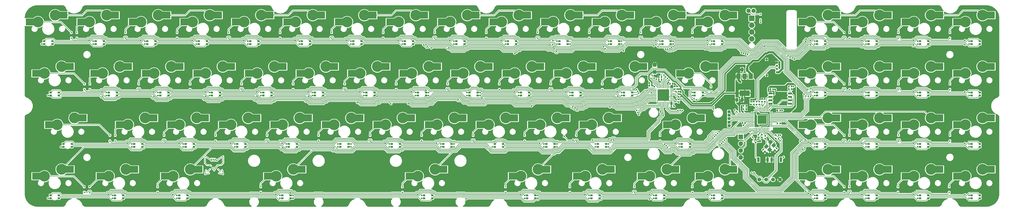
<source format=gbr>
%TF.GenerationSoftware,KiCad,Pcbnew,(6.0.10-0)*%
%TF.CreationDate,2023-02-15T12:55:37-06:00*%
%TF.ProjectId,The-GarlicBoard-2,5468652d-4761-4726-9c69-63426f617264,rev?*%
%TF.SameCoordinates,Original*%
%TF.FileFunction,Copper,L2,Bot*%
%TF.FilePolarity,Positive*%
%FSLAX46Y46*%
G04 Gerber Fmt 4.6, Leading zero omitted, Abs format (unit mm)*
G04 Created by KiCad (PCBNEW (6.0.10-0)) date 2023-02-15 12:55:37*
%MOMM*%
%LPD*%
G01*
G04 APERTURE LIST*
G04 Aperture macros list*
%AMRoundRect*
0 Rectangle with rounded corners*
0 $1 Rounding radius*
0 $2 $3 $4 $5 $6 $7 $8 $9 X,Y pos of 4 corners*
0 Add a 4 corners polygon primitive as box body*
4,1,4,$2,$3,$4,$5,$6,$7,$8,$9,$2,$3,0*
0 Add four circle primitives for the rounded corners*
1,1,$1+$1,$2,$3*
1,1,$1+$1,$4,$5*
1,1,$1+$1,$6,$7*
1,1,$1+$1,$8,$9*
0 Add four rect primitives between the rounded corners*
20,1,$1+$1,$2,$3,$4,$5,0*
20,1,$1+$1,$4,$5,$6,$7,0*
20,1,$1+$1,$6,$7,$8,$9,0*
20,1,$1+$1,$8,$9,$2,$3,0*%
%AMRotRect*
0 Rectangle, with rotation*
0 The origin of the aperture is its center*
0 $1 length*
0 $2 width*
0 $3 Rotation angle, in degrees counterclockwise*
0 Add horizontal line*
21,1,$1,$2,0,0,$3*%
G04 Aperture macros list end*
%TA.AperFunction,ComponentPad*%
%ADD10C,4.000000*%
%TD*%
%TA.AperFunction,SMDPad,CuDef*%
%ADD11R,3.000000X2.500000*%
%TD*%
%TA.AperFunction,SMDPad,CuDef*%
%ADD12R,3.012000X2.520000*%
%TD*%
%TA.AperFunction,ComponentPad*%
%ADD13C,1.397000*%
%TD*%
%TA.AperFunction,ComponentPad*%
%ADD14R,2.000000X2.000000*%
%TD*%
%TA.AperFunction,ComponentPad*%
%ADD15C,2.000000*%
%TD*%
%TA.AperFunction,ComponentPad*%
%ADD16C,1.600000*%
%TD*%
%TA.AperFunction,SMDPad,CuDef*%
%ADD17RoundRect,0.070000X-0.330000X-0.280000X0.330000X-0.280000X0.330000X0.280000X-0.330000X0.280000X0*%
%TD*%
%TA.AperFunction,SMDPad,CuDef*%
%ADD18RoundRect,0.140000X0.140000X0.170000X-0.140000X0.170000X-0.140000X-0.170000X0.140000X-0.170000X0*%
%TD*%
%TA.AperFunction,SMDPad,CuDef*%
%ADD19R,1.000000X1.000000*%
%TD*%
%TA.AperFunction,SMDPad,CuDef*%
%ADD20R,0.450000X0.600000*%
%TD*%
%TA.AperFunction,SMDPad,CuDef*%
%ADD21RoundRect,0.135000X0.135000X0.185000X-0.135000X0.185000X-0.135000X-0.185000X0.135000X-0.185000X0*%
%TD*%
%TA.AperFunction,SMDPad,CuDef*%
%ADD22RoundRect,0.140000X0.170000X-0.140000X0.170000X0.140000X-0.170000X0.140000X-0.170000X-0.140000X0*%
%TD*%
%TA.AperFunction,SMDPad,CuDef*%
%ADD23RoundRect,0.050000X0.050000X-0.375000X0.050000X0.375000X-0.050000X0.375000X-0.050000X-0.375000X0*%
%TD*%
%TA.AperFunction,SMDPad,CuDef*%
%ADD24RoundRect,0.050000X0.375000X-0.050000X0.375000X0.050000X-0.375000X0.050000X-0.375000X-0.050000X0*%
%TD*%
%TA.AperFunction,SMDPad,CuDef*%
%ADD25R,4.200000X4.200000*%
%TD*%
%TA.AperFunction,SMDPad,CuDef*%
%ADD26RotRect,1.400000X1.200000X45.000000*%
%TD*%
%TA.AperFunction,SMDPad,CuDef*%
%ADD27RoundRect,0.140000X0.219203X0.021213X0.021213X0.219203X-0.219203X-0.021213X-0.021213X-0.219203X0*%
%TD*%
%TA.AperFunction,SMDPad,CuDef*%
%ADD28RoundRect,0.140000X-0.140000X-0.170000X0.140000X-0.170000X0.140000X0.170000X-0.140000X0.170000X0*%
%TD*%
%TA.AperFunction,SMDPad,CuDef*%
%ADD29RoundRect,0.050000X0.387500X0.050000X-0.387500X0.050000X-0.387500X-0.050000X0.387500X-0.050000X0*%
%TD*%
%TA.AperFunction,SMDPad,CuDef*%
%ADD30RoundRect,0.050000X0.050000X0.387500X-0.050000X0.387500X-0.050000X-0.387500X0.050000X-0.387500X0*%
%TD*%
%TA.AperFunction,ComponentPad*%
%ADD31C,0.600000*%
%TD*%
%TA.AperFunction,SMDPad,CuDef*%
%ADD32R,3.200000X3.200000*%
%TD*%
%TA.AperFunction,SMDPad,CuDef*%
%ADD33RoundRect,0.135000X-0.135000X-0.185000X0.135000X-0.185000X0.135000X0.185000X-0.135000X0.185000X0*%
%TD*%
%TA.AperFunction,SMDPad,CuDef*%
%ADD34RoundRect,0.250000X0.425000X-0.450000X0.425000X0.450000X-0.425000X0.450000X-0.425000X-0.450000X0*%
%TD*%
%TA.AperFunction,SMDPad,CuDef*%
%ADD35RoundRect,0.135000X0.185000X-0.135000X0.185000X0.135000X-0.185000X0.135000X-0.185000X-0.135000X0*%
%TD*%
%TA.AperFunction,SMDPad,CuDef*%
%ADD36RoundRect,0.140000X-0.170000X0.140000X-0.170000X-0.140000X0.170000X-0.140000X0.170000X0.140000X0*%
%TD*%
%TA.AperFunction,SMDPad,CuDef*%
%ADD37RoundRect,0.140000X0.021213X-0.219203X0.219203X-0.021213X-0.021213X0.219203X-0.219203X0.021213X0*%
%TD*%
%TA.AperFunction,SMDPad,CuDef*%
%ADD38R,0.900000X1.700000*%
%TD*%
%TA.AperFunction,SMDPad,CuDef*%
%ADD39R,1.500000X2.000000*%
%TD*%
%TA.AperFunction,SMDPad,CuDef*%
%ADD40R,3.800000X2.000000*%
%TD*%
%TA.AperFunction,SMDPad,CuDef*%
%ADD41RoundRect,0.150000X0.275000X-0.150000X0.275000X0.150000X-0.275000X0.150000X-0.275000X-0.150000X0*%
%TD*%
%TA.AperFunction,SMDPad,CuDef*%
%ADD42RoundRect,0.175000X0.225000X-0.175000X0.225000X0.175000X-0.225000X0.175000X-0.225000X-0.175000X0*%
%TD*%
%TA.AperFunction,SMDPad,CuDef*%
%ADD43RoundRect,0.250000X0.250000X0.475000X-0.250000X0.475000X-0.250000X-0.475000X0.250000X-0.475000X0*%
%TD*%
%TA.AperFunction,SMDPad,CuDef*%
%ADD44RoundRect,0.135000X-0.185000X0.135000X-0.185000X-0.135000X0.185000X-0.135000X0.185000X0.135000X0*%
%TD*%
%TA.AperFunction,ComponentPad*%
%ADD45R,1.700000X1.700000*%
%TD*%
%TA.AperFunction,ComponentPad*%
%ADD46O,1.700000X1.700000*%
%TD*%
%TA.AperFunction,SMDPad,CuDef*%
%ADD47RoundRect,0.150000X0.650000X0.150000X-0.650000X0.150000X-0.650000X-0.150000X0.650000X-0.150000X0*%
%TD*%
%TA.AperFunction,ViaPad*%
%ADD48C,0.600000*%
%TD*%
%TA.AperFunction,ViaPad*%
%ADD49C,0.800000*%
%TD*%
%TA.AperFunction,Conductor*%
%ADD50C,0.200000*%
%TD*%
%TA.AperFunction,Conductor*%
%ADD51C,0.800000*%
%TD*%
%TA.AperFunction,Conductor*%
%ADD52C,0.300000*%
%TD*%
%TA.AperFunction,Conductor*%
%ADD53C,0.500000*%
%TD*%
%TA.AperFunction,Conductor*%
%ADD54C,0.150000*%
%TD*%
%TA.AperFunction,Conductor*%
%ADD55C,0.400000*%
%TD*%
%TA.AperFunction,Conductor*%
%ADD56C,0.250000*%
%TD*%
G04 APERTURE END LIST*
D10*
X212090000Y-117602000D03*
D11*
X209030000Y-117602000D03*
D10*
X218440000Y-115062000D03*
D11*
X221500000Y-115062000D03*
X94730000Y-117602000D03*
D10*
X97790000Y-117602000D03*
D11*
X107200000Y-115062000D03*
D10*
X104140000Y-115062000D03*
D11*
X375654000Y-155702000D03*
D10*
X378714000Y-155702000D03*
D11*
X388124000Y-153162000D03*
D10*
X385064000Y-153162000D03*
X245364000Y-98552000D03*
D11*
X242304000Y-98552000D03*
X254774000Y-96012000D03*
D10*
X251714000Y-96012000D03*
D12*
X268497750Y-136652000D03*
D10*
X271557750Y-136652000D03*
D11*
X280967750Y-134112000D03*
D10*
X277907750Y-134112000D03*
X283464000Y-155702000D03*
D11*
X280404000Y-155702000D03*
D10*
X289814000Y-153162000D03*
D11*
X292874000Y-153162000D03*
D10*
X85756750Y-155702000D03*
D11*
X82696750Y-155702000D03*
X95166750Y-153162000D03*
D10*
X92106750Y-153162000D03*
D11*
X180328000Y-136652000D03*
D10*
X183388000Y-136652000D03*
X189738000Y-134112000D03*
D11*
X192798000Y-134112000D03*
X237478000Y-136652000D03*
D10*
X240538000Y-136652000D03*
X246888000Y-134112000D03*
D11*
X249948000Y-134112000D03*
X151880000Y-117602000D03*
D10*
X154940000Y-117602000D03*
X161290000Y-115062000D03*
D11*
X164350000Y-115062000D03*
X273260250Y-117602000D03*
D10*
X276320250Y-117602000D03*
X282670250Y-115062000D03*
D11*
X285730250Y-115062000D03*
D10*
X207264000Y-98552000D03*
D11*
X204204000Y-98552000D03*
D10*
X213614000Y-96012000D03*
D11*
X216674000Y-96012000D03*
D10*
X176276000Y-155702000D03*
D11*
X173216000Y-155702000D03*
X185686000Y-153162000D03*
D10*
X182626000Y-153162000D03*
X145288000Y-136652000D03*
D11*
X142228000Y-136652000D03*
D10*
X151638000Y-134112000D03*
D11*
X154698000Y-134112000D03*
D10*
X126238000Y-136652000D03*
D11*
X123178000Y-136652000D03*
D10*
X132588000Y-134112000D03*
D11*
X135648000Y-134112000D03*
D10*
X59690000Y-117602000D03*
D11*
X56630000Y-117602000D03*
D10*
X66040000Y-115062000D03*
D11*
X69100000Y-115062000D03*
X318504000Y-155702000D03*
D10*
X321564000Y-155702000D03*
D11*
X330974000Y-153162000D03*
D10*
X327914000Y-153162000D03*
X92964000Y-98552000D03*
D11*
X89904000Y-98552000D03*
D10*
X99314000Y-96012000D03*
D11*
X102374000Y-96012000D03*
X70854000Y-98552000D03*
D10*
X73914000Y-98552000D03*
D11*
X83324000Y-96012000D03*
D10*
X80264000Y-96012000D03*
D11*
X356604000Y-117602000D03*
D10*
X359664000Y-117602000D03*
D11*
X369074000Y-115062000D03*
D10*
X366014000Y-115062000D03*
X238156750Y-155702000D03*
D11*
X235096750Y-155702000D03*
X247566750Y-153162000D03*
D10*
X244506750Y-153162000D03*
X283464000Y-98552000D03*
D11*
X280404000Y-98552000D03*
D10*
X289814000Y-96012000D03*
D11*
X292874000Y-96012000D03*
D10*
X78740000Y-117602000D03*
D11*
X75680000Y-117602000D03*
D10*
X85090000Y-115062000D03*
D11*
X88150000Y-115062000D03*
D10*
X262032750Y-155702000D03*
D11*
X258972750Y-155702000D03*
D10*
X268382750Y-153162000D03*
D11*
X271442750Y-153162000D03*
X356604000Y-155702000D03*
D10*
X359664000Y-155702000D03*
X366014000Y-153162000D03*
D11*
X369074000Y-153162000D03*
D10*
X116840000Y-117602000D03*
D11*
X113780000Y-117602000D03*
X126250000Y-115062000D03*
D10*
X123190000Y-115062000D03*
X135890000Y-117602000D03*
D11*
X132830000Y-117602000D03*
D10*
X142240000Y-115062000D03*
D11*
X145300000Y-115062000D03*
X375654000Y-117602000D03*
D10*
X378714000Y-117602000D03*
X385064000Y-115062000D03*
D11*
X388124000Y-115062000D03*
X337554000Y-136652000D03*
D10*
X340614000Y-136652000D03*
D11*
X350024000Y-134112000D03*
D10*
X346964000Y-134112000D03*
X321564000Y-117602000D03*
D11*
X318504000Y-117602000D03*
X330974000Y-115062000D03*
D10*
X327914000Y-115062000D03*
D11*
X318504000Y-136652000D03*
D10*
X321564000Y-136652000D03*
X327914000Y-134112000D03*
D11*
X330974000Y-134112000D03*
X218428000Y-136652000D03*
D10*
X221488000Y-136652000D03*
D11*
X230898000Y-134112000D03*
D10*
X227838000Y-134112000D03*
X123856750Y-155702000D03*
D11*
X120796750Y-155702000D03*
D10*
X130206750Y-153162000D03*
D11*
X133266750Y-153162000D03*
D10*
X61976000Y-155702000D03*
D11*
X58916000Y-155702000D03*
D10*
X68326000Y-153162000D03*
D11*
X71386000Y-153162000D03*
D10*
X38195250Y-155702000D03*
D11*
X35135250Y-155702000D03*
X47605250Y-153162000D03*
D10*
X44545250Y-153162000D03*
X173990000Y-117602000D03*
D11*
X170930000Y-117602000D03*
D10*
X180340000Y-115062000D03*
D11*
X183400000Y-115062000D03*
D10*
X231140000Y-117602000D03*
D11*
X228080000Y-117602000D03*
X240550000Y-115062000D03*
D10*
X237490000Y-115062000D03*
X169164000Y-98552000D03*
D11*
X166104000Y-98552000D03*
X178574000Y-96012000D03*
D10*
X175514000Y-96012000D03*
X321564000Y-98552000D03*
D11*
X318504000Y-98552000D03*
X330974000Y-96012000D03*
D10*
X327914000Y-96012000D03*
D13*
X302514000Y-156922000D03*
X305054000Y-156922000D03*
X307594000Y-156922000D03*
X310134000Y-156922000D03*
D10*
X378714000Y-98552000D03*
D11*
X375654000Y-98552000D03*
X388124000Y-96012000D03*
D10*
X385064000Y-96012000D03*
D11*
X51804000Y-98552000D03*
D10*
X54864000Y-98552000D03*
X61214000Y-96012000D03*
D11*
X64274000Y-96012000D03*
X247130000Y-117602000D03*
D10*
X250190000Y-117602000D03*
X256540000Y-115062000D03*
D11*
X259600000Y-115062000D03*
D10*
X38195250Y-117602000D03*
D11*
X35135250Y-117602000D03*
X47605250Y-115062000D03*
D10*
X44545250Y-115062000D03*
X188214000Y-98552000D03*
D11*
X185154000Y-98552000D03*
X197624000Y-96012000D03*
D10*
X194564000Y-96012000D03*
D11*
X108954000Y-98552000D03*
D10*
X112014000Y-98552000D03*
D11*
X121424000Y-96012000D03*
D10*
X118364000Y-96012000D03*
X35814000Y-98552000D03*
D11*
X32754000Y-98552000D03*
X45224000Y-96012000D03*
D10*
X42164000Y-96012000D03*
D11*
X211316000Y-155702000D03*
D10*
X214376000Y-155702000D03*
D11*
X223786000Y-153162000D03*
D10*
X220726000Y-153162000D03*
D11*
X66028000Y-136652000D03*
D10*
X69088000Y-136652000D03*
D11*
X78498000Y-134112000D03*
D10*
X75438000Y-134112000D03*
D11*
X356604000Y-136652000D03*
D10*
X359664000Y-136652000D03*
D11*
X369074000Y-134112000D03*
D10*
X366014000Y-134112000D03*
X42957750Y-136652000D03*
D11*
X39897750Y-136652000D03*
D10*
X49307750Y-134112000D03*
D11*
X52367750Y-134112000D03*
X223254000Y-98552000D03*
D10*
X226314000Y-98552000D03*
X232664000Y-96012000D03*
D11*
X235724000Y-96012000D03*
X337554000Y-155702000D03*
D10*
X340614000Y-155702000D03*
D11*
X350024000Y-153162000D03*
D10*
X346964000Y-153162000D03*
D11*
X337554000Y-117602000D03*
D10*
X340614000Y-117602000D03*
X346964000Y-115062000D03*
D11*
X350024000Y-115062000D03*
D10*
X193040000Y-117602000D03*
D11*
X189980000Y-117602000D03*
D10*
X199390000Y-115062000D03*
D11*
X202450000Y-115062000D03*
D10*
X264414000Y-98552000D03*
D11*
X261354000Y-98552000D03*
D10*
X270764000Y-96012000D03*
D11*
X273824000Y-96012000D03*
X161278000Y-136652000D03*
D10*
X164338000Y-136652000D03*
X170688000Y-134112000D03*
D11*
X173748000Y-134112000D03*
X85078000Y-136652000D03*
D10*
X88138000Y-136652000D03*
X94488000Y-134112000D03*
D11*
X97548000Y-134112000D03*
D10*
X359664000Y-98552000D03*
D11*
X356604000Y-98552000D03*
D10*
X366014000Y-96012000D03*
D11*
X369074000Y-96012000D03*
X337554000Y-98552000D03*
D10*
X340614000Y-98552000D03*
X346964000Y-96012000D03*
D11*
X350024000Y-96012000D03*
X199378000Y-136652000D03*
D10*
X202438000Y-136652000D03*
D11*
X211848000Y-134112000D03*
D10*
X208788000Y-134112000D03*
X107188000Y-136652000D03*
D11*
X104128000Y-136652000D03*
D10*
X113538000Y-134112000D03*
D11*
X116598000Y-134112000D03*
D10*
X150114000Y-98552000D03*
D11*
X147054000Y-98552000D03*
D10*
X156464000Y-96012000D03*
D11*
X159524000Y-96012000D03*
X375654000Y-136652000D03*
D10*
X378714000Y-136652000D03*
D11*
X388124000Y-134112000D03*
D10*
X385064000Y-134112000D03*
D11*
X128004000Y-98552000D03*
D10*
X131064000Y-98552000D03*
X137414000Y-96012000D03*
D11*
X140474000Y-96012000D03*
D14*
X299742500Y-97194500D03*
D15*
X299742500Y-99734500D03*
X299742500Y-102274500D03*
X299742500Y-104814500D03*
D16*
X298517500Y-94354500D03*
X300367500Y-94354500D03*
D17*
X285724000Y-106722000D03*
X285724000Y-105622000D03*
X288824000Y-105622000D03*
X288824000Y-106722000D03*
X273817750Y-144822000D03*
X273817750Y-143722000D03*
X276917750Y-143722000D03*
X276917750Y-144822000D03*
D18*
X297269000Y-135979000D03*
X296309000Y-135979000D03*
D19*
X291350000Y-135650000D03*
D17*
X240416750Y-163872000D03*
X240416750Y-162772000D03*
X243516750Y-162772000D03*
X243516750Y-163872000D03*
D20*
X220600000Y-104525000D03*
X220600000Y-102425000D03*
X333900000Y-104525000D03*
X333900000Y-102425000D03*
D21*
X270985000Y-129775000D03*
X269965000Y-129775000D03*
D22*
X304508000Y-128026200D03*
X304508000Y-127066200D03*
D18*
X272625000Y-124350000D03*
X271665000Y-124350000D03*
D20*
X163450000Y-104525000D03*
X163450000Y-102425000D03*
X258700000Y-104525000D03*
X258700000Y-102425000D03*
D17*
X285724000Y-163872000D03*
X285724000Y-162772000D03*
X288824000Y-162772000D03*
X288824000Y-163872000D03*
X133324000Y-106722000D03*
X133324000Y-105622000D03*
X136424000Y-105622000D03*
X136424000Y-106722000D03*
D20*
X353950000Y-123575000D03*
X353950000Y-121475000D03*
X168250000Y-123575000D03*
X168250000Y-121475000D03*
D23*
X269250000Y-128550000D03*
X268850000Y-128550000D03*
X268450000Y-128550000D03*
X268050000Y-128550000D03*
X267650000Y-128550000D03*
X267250000Y-128550000D03*
X266850000Y-128550000D03*
X266450000Y-128550000D03*
X266050000Y-128550000D03*
X265650000Y-128550000D03*
X265250000Y-128550000D03*
X264850000Y-128550000D03*
D24*
X264100000Y-127800000D03*
X264100000Y-127400000D03*
X264100000Y-127000000D03*
X264100000Y-126600000D03*
X264100000Y-126200000D03*
X264100000Y-125800000D03*
X264100000Y-125400000D03*
X264100000Y-125000000D03*
X264100000Y-124600000D03*
X264100000Y-124200000D03*
X264100000Y-123800000D03*
X264100000Y-123400000D03*
D23*
X264850000Y-122650000D03*
X265250000Y-122650000D03*
X265650000Y-122650000D03*
X266050000Y-122650000D03*
X266450000Y-122650000D03*
X266850000Y-122650000D03*
X267250000Y-122650000D03*
X267650000Y-122650000D03*
X268050000Y-122650000D03*
X268450000Y-122650000D03*
X268850000Y-122650000D03*
X269250000Y-122650000D03*
D24*
X270000000Y-123400000D03*
X270000000Y-123800000D03*
X270000000Y-124200000D03*
X270000000Y-124600000D03*
X270000000Y-125000000D03*
X270000000Y-125400000D03*
X270000000Y-125800000D03*
X270000000Y-126200000D03*
X270000000Y-126600000D03*
X270000000Y-127000000D03*
X270000000Y-127400000D03*
X270000000Y-127800000D03*
D25*
X267050000Y-125600000D03*
D17*
X100050000Y-125772000D03*
X100050000Y-124672000D03*
X103150000Y-124672000D03*
X103150000Y-125772000D03*
D20*
X130150000Y-123575000D03*
X130150000Y-121475000D03*
D18*
X266330000Y-118900000D03*
X265370000Y-118900000D03*
D20*
X196700000Y-142625000D03*
X196700000Y-140525000D03*
D22*
X272175000Y-123380000D03*
X272175000Y-122420000D03*
D20*
X215750000Y-142625000D03*
X215750000Y-140525000D03*
D26*
X305121142Y-144626777D03*
X306676777Y-143071142D03*
X307878858Y-144273223D03*
X306323223Y-145828858D03*
D17*
X380974000Y-163872000D03*
X380974000Y-162772000D03*
X384074000Y-162772000D03*
X384074000Y-163872000D03*
D20*
X144400000Y-104525000D03*
X144400000Y-102425000D03*
X101450000Y-142625000D03*
X101450000Y-140525000D03*
D17*
X81000000Y-125772000D03*
X81000000Y-124672000D03*
X84100000Y-124672000D03*
X84100000Y-125772000D03*
D20*
X239650000Y-104525000D03*
X239650000Y-102425000D03*
X48150000Y-104525000D03*
X48150000Y-102425000D03*
D27*
X304589411Y-146509411D03*
X303910589Y-145830589D03*
D17*
X323824000Y-144822000D03*
X323824000Y-143722000D03*
X326924000Y-143722000D03*
X326924000Y-144822000D03*
X114274000Y-106722000D03*
X114274000Y-105622000D03*
X117374000Y-105622000D03*
X117374000Y-106722000D03*
D20*
X265817750Y-142625000D03*
X265817750Y-140525000D03*
D17*
X323824000Y-106722000D03*
X323824000Y-105622000D03*
X326924000Y-105622000D03*
X326924000Y-106722000D03*
D20*
X68200000Y-104525000D03*
X68200000Y-102425000D03*
D17*
X223748000Y-144822000D03*
X223748000Y-143722000D03*
X226848000Y-143722000D03*
X226848000Y-144822000D03*
D20*
X106300000Y-104525000D03*
X106300000Y-102425000D03*
X206400000Y-123575000D03*
X206400000Y-121475000D03*
D17*
X61950000Y-125772000D03*
X61950000Y-124672000D03*
X65050000Y-124672000D03*
X65050000Y-125772000D03*
D28*
X309235000Y-131280000D03*
X310195000Y-131280000D03*
D20*
X335850000Y-161675000D03*
X335850000Y-159575000D03*
D17*
X323824000Y-163872000D03*
X323824000Y-162772000D03*
X326924000Y-162772000D03*
X326924000Y-163872000D03*
D19*
X291350000Y-133050000D03*
D17*
X119100000Y-125772000D03*
X119100000Y-124672000D03*
X122200000Y-124672000D03*
X122200000Y-125772000D03*
D29*
X306929500Y-132109000D03*
X306929500Y-132509000D03*
X306929500Y-132909000D03*
X306929500Y-133309000D03*
X306929500Y-133709000D03*
X306929500Y-134109000D03*
X306929500Y-134509000D03*
X306929500Y-134909000D03*
X306929500Y-135309000D03*
X306929500Y-135709000D03*
X306929500Y-136109000D03*
X306929500Y-136509000D03*
X306929500Y-136909000D03*
X306929500Y-137309000D03*
D30*
X306092000Y-138146500D03*
X305692000Y-138146500D03*
X305292000Y-138146500D03*
X304892000Y-138146500D03*
X304492000Y-138146500D03*
X304092000Y-138146500D03*
X303692000Y-138146500D03*
X303292000Y-138146500D03*
X302892000Y-138146500D03*
X302492000Y-138146500D03*
X302092000Y-138146500D03*
X301692000Y-138146500D03*
X301292000Y-138146500D03*
X300892000Y-138146500D03*
D29*
X300054500Y-137309000D03*
X300054500Y-136909000D03*
X300054500Y-136509000D03*
X300054500Y-136109000D03*
X300054500Y-135709000D03*
X300054500Y-135309000D03*
X300054500Y-134909000D03*
X300054500Y-134509000D03*
X300054500Y-134109000D03*
X300054500Y-133709000D03*
X300054500Y-133309000D03*
X300054500Y-132909000D03*
X300054500Y-132509000D03*
X300054500Y-132109000D03*
D30*
X300892000Y-131271500D03*
X301292000Y-131271500D03*
X301692000Y-131271500D03*
X302092000Y-131271500D03*
X302492000Y-131271500D03*
X302892000Y-131271500D03*
X303292000Y-131271500D03*
X303692000Y-131271500D03*
X304092000Y-131271500D03*
X304492000Y-131271500D03*
X304892000Y-131271500D03*
X305292000Y-131271500D03*
X305692000Y-131271500D03*
X306092000Y-131271500D03*
D31*
X304742000Y-133459000D03*
X302242000Y-133459000D03*
D32*
X303492000Y-134709000D03*
D31*
X304742000Y-135959000D03*
X303492000Y-133459000D03*
X303492000Y-135959000D03*
X303492000Y-134709000D03*
X302242000Y-134709000D03*
X302242000Y-135959000D03*
X304742000Y-134709000D03*
D20*
X52900000Y-161675000D03*
X52900000Y-159575000D03*
D17*
X361924000Y-163872000D03*
X361924000Y-162772000D03*
X365024000Y-162772000D03*
X365024000Y-163872000D03*
D20*
X208686000Y-161675000D03*
X208686000Y-159575000D03*
X120500000Y-142625000D03*
X120500000Y-140525000D03*
X335900000Y-123575000D03*
X335900000Y-121475000D03*
D17*
X190474000Y-106722000D03*
X190474000Y-105622000D03*
X193574000Y-105622000D03*
X193574000Y-106722000D03*
D33*
X308650002Y-141800000D03*
X309670002Y-141800000D03*
D20*
X182500000Y-104525000D03*
X182500000Y-102425000D03*
D17*
X126116750Y-163872000D03*
X126116750Y-162772000D03*
X129216750Y-162772000D03*
X129216750Y-163872000D03*
D20*
X139550000Y-142625000D03*
X139550000Y-140525000D03*
X244450000Y-123575000D03*
X244450000Y-121475000D03*
D17*
X216636000Y-163872000D03*
X216636000Y-162772000D03*
X219736000Y-162772000D03*
X219736000Y-163872000D03*
D20*
X87250000Y-104525000D03*
X87250000Y-102425000D03*
D17*
X138150000Y-125772000D03*
X138150000Y-124672000D03*
X141250000Y-124672000D03*
X141250000Y-125772000D03*
X361924000Y-144822000D03*
X361924000Y-143722000D03*
X365024000Y-143722000D03*
X365024000Y-144822000D03*
D20*
X54976000Y-123575000D03*
X54976000Y-121475000D03*
D17*
X147550000Y-144822000D03*
X147550000Y-143722000D03*
X150650000Y-143722000D03*
X150650000Y-144822000D03*
X71348000Y-144822000D03*
X71348000Y-143722000D03*
X74448000Y-143722000D03*
X74448000Y-144822000D03*
D20*
X64374000Y-142625000D03*
X64374000Y-140525000D03*
D34*
X263850000Y-117100000D03*
X263850000Y-114400000D03*
D20*
X353950000Y-104525000D03*
X353950000Y-102425000D03*
D35*
X272600000Y-126310000D03*
X272600000Y-125290000D03*
D22*
X271200000Y-123380000D03*
X271200000Y-122420000D03*
D18*
X262840000Y-122115000D03*
X261880000Y-122115000D03*
D19*
X291350000Y-134350000D03*
D17*
X178536000Y-163872000D03*
X178536000Y-162772000D03*
X181636000Y-162772000D03*
X181636000Y-163872000D03*
D20*
X149200000Y-123575000D03*
X149200000Y-121475000D03*
D17*
X185648000Y-144822000D03*
X185648000Y-143722000D03*
X188748000Y-143722000D03*
X188748000Y-144822000D03*
X380974000Y-144822000D03*
X380974000Y-143722000D03*
X384074000Y-143722000D03*
X384074000Y-144822000D03*
X342874000Y-144822000D03*
X342874000Y-143722000D03*
X345974000Y-143722000D03*
X345974000Y-144822000D03*
D20*
X177650000Y-142625000D03*
X177650000Y-140525000D03*
X234850000Y-142625000D03*
X234850000Y-140525000D03*
D22*
X299428000Y-129062400D03*
X299428000Y-128102400D03*
D20*
X225400000Y-123575000D03*
X225400000Y-121475000D03*
D17*
X214350000Y-125772000D03*
X214350000Y-124672000D03*
X217450000Y-124672000D03*
X217450000Y-125772000D03*
D20*
X373000000Y-123575000D03*
X373000000Y-121475000D03*
D17*
X195300000Y-125772000D03*
X195300000Y-124672000D03*
X198400000Y-124672000D03*
X198400000Y-125772000D03*
D33*
X313455000Y-123424000D03*
X314475000Y-123424000D03*
D17*
X342874000Y-106722000D03*
X342874000Y-105622000D03*
X345974000Y-105622000D03*
X345974000Y-106722000D03*
D20*
X373000000Y-104525000D03*
X373000000Y-102425000D03*
X125350000Y-104525000D03*
X125350000Y-102425000D03*
D36*
X303450000Y-140320000D03*
X303450000Y-141280000D03*
D18*
X297650000Y-129629000D03*
X296690000Y-129629000D03*
D20*
X50150000Y-104525000D03*
X50150000Y-102425000D03*
D17*
X361924000Y-125772000D03*
X361924000Y-124672000D03*
X365024000Y-124672000D03*
X365024000Y-125772000D03*
D20*
X54900000Y-161675000D03*
X54900000Y-159575000D03*
D17*
X76174000Y-106722000D03*
X76174000Y-105622000D03*
X79274000Y-105622000D03*
X79274000Y-106722000D03*
D20*
X92050000Y-123575000D03*
X92050000Y-121475000D03*
X256342750Y-161675000D03*
X256342750Y-159575000D03*
D17*
X278580250Y-125772000D03*
X278580250Y-124672000D03*
X281680250Y-124672000D03*
X281680250Y-125772000D03*
D20*
X284650000Y-124700000D03*
X284650000Y-122600000D03*
X158600000Y-142625000D03*
X158600000Y-140525000D03*
X62400000Y-142625000D03*
X62400000Y-140525000D03*
D33*
X308650002Y-140450000D03*
X309670002Y-140450000D03*
D20*
X187300000Y-123575000D03*
X187300000Y-121475000D03*
D17*
X266674000Y-106722000D03*
X266674000Y-105622000D03*
X269774000Y-105622000D03*
X269774000Y-106722000D03*
X57124000Y-106722000D03*
X57124000Y-105622000D03*
X60224000Y-105622000D03*
X60224000Y-106722000D03*
X342874000Y-125772000D03*
X342874000Y-124672000D03*
X345974000Y-124672000D03*
X345974000Y-125772000D03*
D19*
X291350000Y-136950000D03*
D37*
X308310589Y-146039411D03*
X308989411Y-145360589D03*
D17*
X242798000Y-144822000D03*
X242798000Y-143722000D03*
X245898000Y-143722000D03*
X245898000Y-144822000D03*
D38*
X307100500Y-149600000D03*
X310500500Y-149600000D03*
D20*
X170586000Y-161675000D03*
X170586000Y-159575000D03*
D17*
X45217750Y-144822000D03*
X45217750Y-143722000D03*
X48317750Y-143722000D03*
X48317750Y-144822000D03*
D18*
X262840000Y-121140000D03*
X261880000Y-121140000D03*
D17*
X233400000Y-125772000D03*
X233400000Y-124672000D03*
X236500000Y-124672000D03*
X236500000Y-125772000D03*
D20*
X335850000Y-142625000D03*
X335850000Y-140525000D03*
D38*
X305547500Y-149600000D03*
X302147500Y-149600000D03*
D28*
X306625000Y-123499000D03*
X307585000Y-123499000D03*
D20*
X201550000Y-104525000D03*
X201550000Y-102425000D03*
D17*
X380974000Y-106722000D03*
X380974000Y-105622000D03*
X384074000Y-105622000D03*
X384074000Y-106722000D03*
D39*
X294800000Y-118650000D03*
D40*
X297100000Y-124950000D03*
D39*
X297100000Y-118650000D03*
X299400000Y-118650000D03*
D20*
X373000000Y-142625000D03*
X373000000Y-140525000D03*
X80066750Y-161675000D03*
X80066750Y-159575000D03*
X333900000Y-142625000D03*
X333900000Y-140525000D03*
D33*
X269490000Y-121400000D03*
X270510000Y-121400000D03*
D20*
X335900000Y-104525000D03*
X335900000Y-102425000D03*
D17*
X323824000Y-125772000D03*
X323824000Y-124672000D03*
X326924000Y-124672000D03*
X326924000Y-125772000D03*
D20*
X82400000Y-142625000D03*
X82400000Y-140525000D03*
D17*
X64236000Y-163872000D03*
X64236000Y-162772000D03*
X67336000Y-162772000D03*
X67336000Y-163872000D03*
D20*
X111100000Y-123575000D03*
X111100000Y-121475000D03*
X372750000Y-161675000D03*
X372750000Y-159575000D03*
D17*
X40455250Y-125772000D03*
X40455250Y-124672000D03*
X43555250Y-124672000D03*
X43555250Y-125772000D03*
D35*
X304700000Y-141810000D03*
X304700000Y-140790000D03*
D36*
X302200000Y-140320000D03*
X302200000Y-141280000D03*
D41*
X309010000Y-117140000D03*
X309010000Y-115940000D03*
X309010000Y-114740000D03*
X309010000Y-113540000D03*
D42*
X305235000Y-112390000D03*
X305235000Y-118290000D03*
D20*
X303000000Y-97750000D03*
X303000000Y-95650000D03*
D17*
X342874000Y-163872000D03*
X342874000Y-162772000D03*
X345974000Y-162772000D03*
X345974000Y-163872000D03*
D43*
X296150000Y-127400000D03*
X294250000Y-127400000D03*
D17*
X109448000Y-144822000D03*
X109448000Y-143722000D03*
X112548000Y-143722000D03*
X112548000Y-144822000D03*
D20*
X118166750Y-161675000D03*
X118166750Y-159575000D03*
D44*
X301460000Y-128072400D03*
X301460000Y-129092400D03*
D17*
X157200000Y-125772000D03*
X157200000Y-124672000D03*
X160300000Y-124672000D03*
X160300000Y-125772000D03*
D28*
X309235000Y-136106000D03*
X310195000Y-136106000D03*
D18*
X297650000Y-130899000D03*
X296690000Y-130899000D03*
D20*
X354000000Y-142625000D03*
X354000000Y-140525000D03*
D45*
X295700000Y-141100000D03*
D46*
X295700000Y-143640000D03*
X295700000Y-146180000D03*
X295700000Y-148720000D03*
D17*
X40455250Y-163872000D03*
X40455250Y-162772000D03*
X43555250Y-162772000D03*
X43555250Y-163872000D03*
D20*
X53000000Y-123575000D03*
X53000000Y-121475000D03*
D17*
X176250000Y-125772000D03*
X176250000Y-124672000D03*
X179350000Y-124672000D03*
X179350000Y-125772000D03*
D21*
X314475000Y-122424000D03*
X313455000Y-122424000D03*
D17*
X361924000Y-106722000D03*
X361924000Y-105622000D03*
X365024000Y-105622000D03*
X365024000Y-106722000D03*
X264292750Y-163872000D03*
X264292750Y-162772000D03*
X267392750Y-162772000D03*
X267392750Y-163872000D03*
X166598000Y-144822000D03*
X166598000Y-143722000D03*
X169698000Y-143722000D03*
X169698000Y-144822000D03*
X247624000Y-106722000D03*
X247624000Y-105622000D03*
X250724000Y-105622000D03*
X250724000Y-106722000D03*
X204698000Y-144822000D03*
X204698000Y-143722000D03*
X207798000Y-143722000D03*
X207798000Y-144822000D03*
D22*
X303500000Y-128030000D03*
X303500000Y-127070000D03*
D47*
X313825000Y-124995000D03*
X313825000Y-126265000D03*
X313825000Y-127535000D03*
X313825000Y-128805000D03*
X306625000Y-128805000D03*
X306625000Y-127535000D03*
X306625000Y-126265000D03*
X306625000Y-124995000D03*
D17*
X228574000Y-106722000D03*
X228574000Y-105622000D03*
X231674000Y-105622000D03*
X231674000Y-106722000D03*
X171424000Y-106722000D03*
X171424000Y-105622000D03*
X174524000Y-105622000D03*
X174524000Y-106722000D03*
D20*
X232466750Y-161675000D03*
X232466750Y-159575000D03*
D17*
X128498000Y-144822000D03*
X128498000Y-143722000D03*
X131598000Y-143722000D03*
X131598000Y-144822000D03*
D44*
X272600000Y-127240000D03*
X272600000Y-128260000D03*
D17*
X380974000Y-125772000D03*
X380974000Y-124672000D03*
X384074000Y-124672000D03*
X384074000Y-125772000D03*
X152374000Y-106722000D03*
X152374000Y-105622000D03*
X155474000Y-105622000D03*
X155474000Y-106722000D03*
D44*
X302476000Y-128075000D03*
X302476000Y-129095000D03*
D20*
X277750000Y-104525000D03*
X277750000Y-102425000D03*
X353800000Y-161675000D03*
X353800000Y-159575000D03*
X277774000Y-161675000D03*
X277774000Y-159575000D03*
D17*
X38074000Y-106722000D03*
X38074000Y-105622000D03*
X41174000Y-105622000D03*
X41174000Y-106722000D03*
D19*
X291350000Y-131750000D03*
D17*
X209524000Y-106722000D03*
X209524000Y-105622000D03*
X212624000Y-105622000D03*
X212624000Y-106722000D03*
D18*
X266330000Y-119900000D03*
X265370000Y-119900000D03*
D17*
X95224000Y-106722000D03*
X95224000Y-105622000D03*
X98324000Y-105622000D03*
X98324000Y-106722000D03*
X88016750Y-163872000D03*
X88016750Y-162772000D03*
X91116750Y-162772000D03*
X91116750Y-163872000D03*
D35*
X301150000Y-143210000D03*
X301150000Y-142190000D03*
D43*
X298050000Y-116200000D03*
X296150000Y-116200000D03*
D20*
X333900000Y-161675000D03*
X333900000Y-159575000D03*
D17*
X90398000Y-144822000D03*
X90398000Y-143722000D03*
X93498000Y-143722000D03*
X93498000Y-144822000D03*
D20*
X333900000Y-123575000D03*
X333900000Y-121475000D03*
D22*
X300444000Y-129062400D03*
X300444000Y-128102400D03*
D17*
X252450000Y-125772000D03*
X252450000Y-124672000D03*
X255550000Y-124672000D03*
X255550000Y-125772000D03*
D20*
X73050000Y-123575000D03*
X73050000Y-121475000D03*
D48*
X306275000Y-110625000D03*
X324380000Y-135390000D03*
X308411000Y-123499000D03*
D49*
X305240000Y-119270000D03*
D48*
X270945518Y-126459745D03*
D49*
X264950000Y-113300000D03*
D48*
X31380000Y-133350000D03*
X155820000Y-164230000D03*
X292610000Y-150920000D03*
X300444000Y-127216000D03*
X283340000Y-127970000D03*
X375020000Y-164220000D03*
X275830000Y-164200000D03*
X271200000Y-121400000D03*
X323440000Y-140960000D03*
X315180000Y-131760000D03*
D49*
X290900000Y-118650000D03*
D48*
X264931851Y-117910967D03*
X305761310Y-139924818D03*
X103490000Y-164230000D03*
X51080000Y-164210000D03*
X338630000Y-92840000D03*
X265799494Y-120700328D03*
X297800000Y-140450000D03*
X274030000Y-92820000D03*
X313450000Y-155510000D03*
X190075148Y-164236030D03*
X260960000Y-122115000D03*
X275170000Y-121930000D03*
X45450000Y-92860000D03*
X151940000Y-164200000D03*
X307600000Y-146750000D03*
X299550000Y-156030000D03*
X312730000Y-138030000D03*
X117670000Y-164210000D03*
X333000000Y-164200000D03*
X307225000Y-110625000D03*
X295872000Y-129629000D03*
X309225000Y-156000000D03*
X306323223Y-147273223D03*
X312100000Y-107080000D03*
X316870000Y-142170000D03*
X281590000Y-127970000D03*
X47230000Y-164200000D03*
X273420000Y-124350000D03*
X376750000Y-92820000D03*
D49*
X262750000Y-113300000D03*
D48*
X99480000Y-164230000D03*
X318150000Y-157530000D03*
X313660000Y-135190000D03*
X275880000Y-130210000D03*
X273670000Y-129350000D03*
X295872000Y-130645000D03*
X300430000Y-161190000D03*
D49*
X307705000Y-113550000D03*
D48*
X31410000Y-126020000D03*
X318720000Y-130610000D03*
X302750000Y-159170000D03*
D49*
X263850000Y-112700000D03*
D48*
X371030000Y-164220000D03*
X302170000Y-142042000D03*
X38930000Y-96910000D03*
X270000000Y-128600000D03*
X309900000Y-159160000D03*
X331130000Y-92830000D03*
X203820000Y-164610000D03*
X268030000Y-133920000D03*
X299428000Y-127216000D03*
X312170000Y-161220000D03*
X317380000Y-148280000D03*
X311084000Y-136106000D03*
X309850000Y-125625000D03*
X312480000Y-128805000D03*
X336790000Y-164210000D03*
X303500000Y-126203800D03*
X197850000Y-92820000D03*
D49*
X307705000Y-117140000D03*
D48*
X321260000Y-131610000D03*
X304508000Y-126200000D03*
X205310000Y-92820000D03*
D49*
X305235000Y-113370000D03*
D48*
X306300000Y-151700000D03*
X315700000Y-157700000D03*
X390750000Y-133330000D03*
X295650000Y-136650000D03*
X281560000Y-131140000D03*
D49*
X294800000Y-116700000D03*
D48*
X273430000Y-140950000D03*
X170102698Y-164230000D03*
X208740000Y-164610000D03*
X316790000Y-107050000D03*
X121710000Y-92870000D03*
X390810000Y-125900000D03*
X260960000Y-121140000D03*
X264050000Y-128550000D03*
X52800000Y-92870000D03*
X279710000Y-164220000D03*
X369240000Y-92820000D03*
X269975000Y-130575000D03*
X313940000Y-113230000D03*
X311084000Y-131280000D03*
X267400000Y-130700000D03*
X270150000Y-122550000D03*
X305250000Y-147170000D03*
X129080000Y-92820000D03*
X296420000Y-157190000D03*
D49*
X292850000Y-127400000D03*
D48*
X303450000Y-142042000D03*
D49*
X295500000Y-120750000D03*
D48*
X276280000Y-123700000D03*
X281430000Y-92860000D03*
X268656339Y-121385839D03*
X137680000Y-164210000D03*
X262589966Y-124789135D03*
X263745722Y-122552189D03*
D49*
X284649062Y-128649562D03*
D48*
X308200000Y-130950000D03*
X301458013Y-140745993D03*
X273443911Y-126300906D03*
X312511000Y-123424000D03*
X310430504Y-140470500D03*
X271349500Y-128000000D03*
X310198912Y-142501088D03*
X296700000Y-136900000D03*
X315261000Y-123424000D03*
X295400000Y-131909500D03*
X285579258Y-129980696D03*
X299687500Y-154450500D03*
X285588299Y-130780147D03*
X300608186Y-154450500D03*
X302692500Y-139650000D03*
X302857000Y-136808502D03*
X302222000Y-132550000D03*
X303749604Y-129457219D03*
X319516422Y-105691421D03*
X319049564Y-125297387D03*
X320300000Y-123649500D03*
X320602913Y-126024500D03*
X319726089Y-142275500D03*
X289653906Y-142388032D03*
X320626586Y-143075500D03*
X287109028Y-139843153D03*
X319325000Y-145074500D03*
X318306040Y-142268959D03*
X319799897Y-104842968D03*
X319696451Y-125926454D03*
X304389812Y-107574500D03*
X303000000Y-98652000D03*
X321583136Y-123050000D03*
X321501826Y-126048178D03*
X290219240Y-141822698D03*
X287674361Y-139277819D03*
X320627453Y-162125500D03*
X319725000Y-161325500D03*
X317665619Y-142755187D03*
X318714950Y-145664950D03*
X299947026Y-141197026D03*
X299063124Y-139146000D03*
X293500500Y-131150000D03*
X294100000Y-131800000D03*
X315236000Y-122424000D03*
X311500000Y-148600000D03*
X39553250Y-163872000D03*
X44315750Y-144822000D03*
X39553250Y-125772000D03*
X37172000Y-106722000D03*
X94322000Y-105622000D03*
X208622000Y-105622000D03*
X188076089Y-105375500D03*
X380072000Y-105622000D03*
X322922000Y-105622000D03*
X189572000Y-105622000D03*
X113372000Y-105622000D03*
X75272000Y-105622000D03*
X264276089Y-105375500D03*
X265772000Y-105622000D03*
X56222000Y-105622000D03*
X151472000Y-105622000D03*
X340476089Y-105375500D03*
X207126089Y-105375500D03*
X132422000Y-105622000D03*
X341972000Y-105622000D03*
X361022000Y-105622000D03*
X170522000Y-105622000D03*
X169026089Y-105375500D03*
X73776089Y-105375500D03*
X321426089Y-105375500D03*
X378576089Y-105375500D03*
X359526089Y-105375500D03*
X111876089Y-105375500D03*
X92826089Y-105375500D03*
X283326089Y-105375500D03*
X149976089Y-105375500D03*
X130926089Y-105375500D03*
X54726089Y-105375500D03*
X284822000Y-105622000D03*
X274070862Y-131337735D03*
X270676000Y-105622000D03*
X273273911Y-131273911D03*
X272450000Y-131250000D03*
X270676000Y-106722000D03*
X61048000Y-125772000D03*
X70446000Y-144822000D03*
X63334000Y-163872000D03*
X56222000Y-106722000D03*
X59602324Y-126024500D03*
X87114750Y-163872000D03*
X80098000Y-125772000D03*
X78657962Y-126028314D03*
X89496000Y-144822000D03*
X75272000Y-106722000D03*
X99148000Y-125772000D03*
X108546000Y-144822000D03*
X125214750Y-163872000D03*
X97702324Y-126024500D03*
X94322000Y-106722000D03*
X126138819Y-145074500D03*
X145196181Y-145078319D03*
X118198000Y-125772000D03*
X146648000Y-144822000D03*
X113372000Y-106722000D03*
X127596000Y-144822000D03*
X116759299Y-126029650D03*
X161201589Y-126024500D03*
X132422000Y-106722000D03*
X203796000Y-144822000D03*
X135789824Y-126024500D03*
X165696000Y-144822000D03*
X137248000Y-125772000D03*
X199961411Y-126811411D03*
X177634000Y-163872000D03*
X153876448Y-128440914D03*
X166310000Y-128880000D03*
X191186874Y-127238126D03*
X156298000Y-125772000D03*
X151472000Y-106722000D03*
X194398000Y-125772000D03*
X175348000Y-125772000D03*
X218379111Y-129650508D03*
X250093392Y-126024500D03*
X170522000Y-106722000D03*
X247303183Y-130024500D03*
X251548000Y-125772000D03*
X172745868Y-128826021D03*
X215734000Y-163872000D03*
X263540625Y-107374500D03*
X227510092Y-109474500D03*
X227672000Y-106722000D03*
X189572000Y-106722000D03*
X262449500Y-119450000D03*
X232498000Y-125772000D03*
X226665686Y-108544878D03*
X222846000Y-144822000D03*
X187647749Y-108191158D03*
X239514750Y-163872000D03*
X213448000Y-125772000D03*
X208622000Y-106722000D03*
X252313500Y-109171499D03*
X262864727Y-118245227D03*
X241896000Y-144822000D03*
X230387948Y-140967172D03*
X233661689Y-142275500D03*
X212070000Y-110171501D03*
X194050000Y-164124500D03*
X181206821Y-108193179D03*
X245554245Y-108381968D03*
X263649000Y-119380275D03*
X263390750Y-163872000D03*
X265772000Y-106722000D03*
X261940000Y-164124500D03*
X184746000Y-144822000D03*
X264339074Y-106985425D03*
X246722000Y-106722000D03*
X284822000Y-106722000D03*
X272915750Y-144822000D03*
X284822000Y-163872000D03*
X277678250Y-125772000D03*
X264422158Y-119719578D03*
X265019988Y-107666339D03*
X283389074Y-106985425D03*
X267800000Y-108571501D03*
X322922000Y-106722000D03*
X267275500Y-118182330D03*
X295911327Y-109993950D03*
X322922000Y-144822000D03*
X321504322Y-107000673D03*
X322922000Y-125772000D03*
X313100014Y-111124500D03*
X322922000Y-163872000D03*
X313899517Y-111524500D03*
X341972000Y-106722000D03*
X341972000Y-125772000D03*
X268599503Y-108571501D03*
X341972000Y-163872000D03*
X267910415Y-118795369D03*
X341972000Y-144822000D03*
X340526817Y-106974500D03*
X296688997Y-110205935D03*
X314682069Y-111924500D03*
X359564323Y-106974500D03*
X361022000Y-106722000D03*
X361022000Y-144822000D03*
X268580284Y-119465239D03*
X297460827Y-110435262D03*
X361022000Y-163872000D03*
X361022000Y-125772000D03*
X269405358Y-108481659D03*
X270029754Y-107971500D03*
X380072000Y-144822000D03*
X315453317Y-112324500D03*
X380072000Y-163872000D03*
X378581512Y-106974500D03*
X269195023Y-120079977D03*
X298241435Y-110608052D03*
X380072000Y-106722000D03*
X380072000Y-125772000D03*
X156298000Y-124672000D03*
X341972000Y-124672000D03*
X241896000Y-143722000D03*
X277698998Y-127263427D03*
X321426089Y-124425500D03*
X322922000Y-124672000D03*
X380072000Y-124672000D03*
X135752089Y-124425500D03*
X61048000Y-124672000D03*
X178375000Y-106974500D03*
X118198000Y-124672000D03*
X227672000Y-105622000D03*
X78602089Y-124425500D03*
X340476089Y-124425500D03*
X99148000Y-124672000D03*
X179348000Y-123822000D03*
X359526089Y-124425500D03*
X226427432Y-107739469D03*
X80098000Y-124672000D03*
X361022000Y-124672000D03*
X59552089Y-124425500D03*
X246907266Y-141872499D03*
X277678250Y-124672000D03*
X378576089Y-124425500D03*
X266000000Y-131800000D03*
X246722000Y-105622000D03*
X97652089Y-124425500D03*
X240825000Y-142272499D03*
X137248000Y-124672000D03*
X175348000Y-124672000D03*
X116702089Y-124425500D03*
X244948638Y-107776362D03*
X154802089Y-124425500D03*
X173852089Y-124425500D03*
X247755161Y-142267661D03*
X251626000Y-105622000D03*
X179174503Y-106974500D03*
X278470068Y-127052110D03*
X180252000Y-124672000D03*
X225172440Y-106975000D03*
X246800000Y-143722000D03*
X226176089Y-105375500D03*
X266599500Y-132351844D03*
X246800000Y-144822000D03*
X180252000Y-125772000D03*
X251626000Y-106722000D03*
X226072500Y-106974500D03*
X279200008Y-127378288D03*
X232576000Y-106722000D03*
X266999500Y-133143565D03*
X179739820Y-107574000D03*
X248554634Y-142274570D03*
X89496000Y-143722000D03*
X164200089Y-143475500D03*
X68950089Y-143475500D03*
X378576089Y-143475500D03*
X107050089Y-143475500D03*
X257163916Y-123560267D03*
X286543694Y-140408487D03*
X231002089Y-124425500D03*
X184746000Y-143722000D03*
X232498000Y-124672000D03*
X289088572Y-142953366D03*
X213448000Y-124672000D03*
X267475000Y-143874500D03*
X271419839Y-143475500D03*
X165696000Y-143722000D03*
X250052089Y-124425500D03*
X108546000Y-143722000D03*
X88000089Y-143475500D03*
X251548000Y-124672000D03*
X127596000Y-143722000D03*
X340476089Y-143475500D03*
X126100089Y-143475500D03*
X322922000Y-143722000D03*
X183250089Y-143475500D03*
X321426089Y-143475500D03*
X380072000Y-143722000D03*
X272915750Y-143722000D03*
X361022000Y-143722000D03*
X341972000Y-143722000D03*
X194398000Y-124672000D03*
X257140000Y-131264500D03*
X211952089Y-124425500D03*
X70446000Y-143722000D03*
X359526089Y-143475500D03*
X199302000Y-124672000D03*
X257557210Y-124256345D03*
X285978360Y-140973820D03*
X257539500Y-132062596D03*
X268038993Y-144441170D03*
X189650000Y-143722000D03*
X288523238Y-143518700D03*
X257939500Y-132798574D03*
X268604326Y-145006504D03*
X199302000Y-125772000D03*
X189650000Y-144822000D03*
X257939500Y-124962208D03*
X287957904Y-144084034D03*
X285413026Y-141539154D03*
X239514750Y-162772000D03*
X341972000Y-162772000D03*
X322922000Y-162772000D03*
X125214750Y-162772000D03*
X378576089Y-162525500D03*
X63334000Y-162772000D03*
X87114750Y-162772000D03*
X340476089Y-162525500D03*
X222846000Y-143722000D03*
X283326089Y-162525500D03*
X361022000Y-162772000D03*
X238018839Y-162525500D03*
X176138089Y-162525500D03*
X129173754Y-161881182D03*
X221350089Y-143475500D03*
X85618839Y-162525500D03*
X177634000Y-162772000D03*
X61838089Y-162525500D03*
X321426089Y-162525500D03*
X380072000Y-162772000D03*
X215734000Y-162772000D03*
X146648000Y-143722000D03*
X284822000Y-162772000D03*
X233525000Y-130021501D03*
X214238089Y-162525500D03*
X123718839Y-162525500D03*
X359526089Y-162525500D03*
X263390750Y-162772000D03*
X261894839Y-162525500D03*
X227750000Y-143722000D03*
X151552000Y-143722000D03*
X130118750Y-162772000D03*
X234324503Y-130421501D03*
X220638000Y-162772000D03*
X130118750Y-163872000D03*
X220638000Y-163872000D03*
X151552000Y-144822000D03*
X227750000Y-144822000D03*
X235122713Y-130821501D03*
D50*
X98950000Y-151610000D02*
X99650000Y-151610000D01*
X99650000Y-151610000D02*
X99780000Y-151810000D01*
X98290000Y-151560000D02*
X97520000Y-150790000D01*
X97520000Y-150790000D02*
X97520000Y-148314436D01*
X97520000Y-148314436D02*
X97597218Y-148237218D01*
X97597218Y-148237218D02*
X98060000Y-148570000D01*
X98060000Y-148570000D02*
X100110000Y-149940000D01*
X100110000Y-149940000D02*
X100090000Y-149960000D01*
X100090000Y-149960000D02*
X99890000Y-149960000D01*
X99890000Y-149960000D02*
X99890000Y-149210000D01*
X99890000Y-149210000D02*
X99900000Y-149200000D01*
X99900000Y-149200000D02*
X100640000Y-149940000D01*
X100640000Y-149940000D02*
X100640000Y-149960000D01*
X100640000Y-149960000D02*
X100620000Y-149940000D01*
X100620000Y-149940000D02*
X100620000Y-149190000D01*
X100620000Y-149190000D02*
X101390000Y-149960000D01*
X101390000Y-149960000D02*
X101390000Y-149970000D01*
X101390000Y-149970000D02*
X101330000Y-149910000D01*
X101330000Y-149910000D02*
X101330000Y-149220000D01*
X101330000Y-149220000D02*
X102060000Y-149950000D01*
X102060000Y-149950000D02*
X102060000Y-149960000D01*
X102060000Y-149960000D02*
X101720000Y-149960000D01*
X101720000Y-149960000D02*
X103790000Y-148570000D01*
X103790000Y-148570000D02*
X104070000Y-148390000D01*
X104070000Y-148390000D02*
X104260000Y-148280000D01*
X104260000Y-148280000D02*
X104270000Y-148290000D01*
X104270000Y-148290000D02*
X104270000Y-150800000D01*
X104270000Y-150800000D02*
X103560000Y-151510000D01*
X101520000Y-152630000D02*
X100920000Y-153580000D01*
X100920000Y-153580000D02*
X100470000Y-152910000D01*
X100470000Y-152910000D02*
X100290000Y-152610000D01*
X100290000Y-152610000D02*
X100295000Y-152605000D01*
X100295000Y-152605000D02*
X101540000Y-152600000D01*
X101540000Y-152600000D02*
X102190000Y-151620000D01*
X102190000Y-151620000D02*
X102890000Y-151620000D01*
X97940000Y-153420000D02*
X97830000Y-153860000D01*
X97830000Y-153860000D02*
X97540000Y-154980000D01*
X97540000Y-154980000D02*
X98610000Y-154730000D01*
X98610000Y-154730000D02*
X99080000Y-154600000D01*
X103890000Y-153410000D02*
X104170000Y-154500000D01*
X104170000Y-154500000D02*
X104280000Y-154970000D01*
X103210000Y-154720000D02*
X102730000Y-154600000D01*
X104280000Y-154970000D02*
X103210000Y-154720000D01*
X102390000Y-153080000D02*
X103390000Y-154040000D01*
X98450000Y-154080000D02*
X99450000Y-153080000D01*
X265370000Y-119900000D02*
X265370000Y-120270834D01*
X270000000Y-126200000D02*
X267650000Y-126200000D01*
D51*
X294800000Y-118650000D02*
X290900000Y-118650000D01*
D50*
X305250000Y-147170000D02*
X304589411Y-146509411D01*
X303500000Y-127070000D02*
X303500000Y-126203800D01*
X269975000Y-130575000D02*
X269965000Y-130565000D01*
D52*
X306390381Y-145761700D02*
X306390381Y-143357538D01*
D51*
X295300000Y-116200000D02*
X294800000Y-116700000D01*
D50*
X270000000Y-127800000D02*
X270000000Y-128600000D01*
X267400000Y-130700000D02*
X267650000Y-130450000D01*
D53*
X263850000Y-114400000D02*
X262750000Y-113300000D01*
D50*
X261880000Y-121140000D02*
X260960000Y-121140000D01*
X267650000Y-130450000D02*
X267650000Y-128550000D01*
X308411000Y-124011000D02*
X309225000Y-124825000D01*
D54*
X305235000Y-112390000D02*
X305235000Y-113370000D01*
D50*
X264850000Y-127800000D02*
X267050000Y-125600000D01*
X272625000Y-124350000D02*
X273420000Y-124350000D01*
X300444000Y-128102400D02*
X300444000Y-127216000D01*
X295650000Y-136650000D02*
X296309000Y-135991000D01*
X299428000Y-128102400D02*
X299428000Y-127216000D01*
X302170000Y-141280000D02*
X302170000Y-142042000D01*
X269327000Y-127800000D02*
X270000000Y-127800000D01*
D51*
X294800000Y-118650000D02*
X294800000Y-120050000D01*
D54*
X296690000Y-129629000D02*
X295872000Y-129629000D01*
D50*
X265370000Y-120270834D02*
X265799494Y-120700328D01*
D54*
X305235000Y-119265000D02*
X305240000Y-119270000D01*
D50*
X308310589Y-146039411D02*
X307600000Y-146750000D01*
X261880000Y-122115000D02*
X260960000Y-122115000D01*
X305547500Y-150947500D02*
X306300000Y-151700000D01*
X312480000Y-128805000D02*
X313825000Y-128805000D01*
X267127000Y-125600000D02*
X269327000Y-127800000D01*
X268450000Y-124200000D02*
X267050000Y-125600000D01*
X305547500Y-149600000D02*
X305547500Y-150947500D01*
D53*
X309225000Y-156000000D02*
X309225000Y-156013000D01*
D51*
X296150000Y-116200000D02*
X295300000Y-116200000D01*
D50*
X305520492Y-139684000D02*
X305165654Y-139684000D01*
D54*
X296126000Y-130899000D02*
X296690000Y-130899000D01*
D50*
X304492000Y-139010347D02*
X304492000Y-138146500D01*
X270280000Y-122420000D02*
X270150000Y-122550000D01*
X264931851Y-118461851D02*
X265370000Y-118900000D01*
X304508000Y-127066200D02*
X304508000Y-126200000D01*
D54*
X295872000Y-130645000D02*
X296126000Y-130899000D01*
D52*
X306323223Y-147273223D02*
X306323223Y-145828858D01*
D50*
X268656339Y-121385839D02*
X268450000Y-121592178D01*
D53*
X263850000Y-112700000D02*
X263850000Y-114400000D01*
D50*
X305761310Y-139924818D02*
X305520492Y-139684000D01*
X264050000Y-128550000D02*
X264850000Y-128550000D01*
X268450000Y-121592178D02*
X268450000Y-122650000D01*
X264931851Y-117910967D02*
X264931851Y-118461851D01*
X310195000Y-131280000D02*
X311084000Y-131280000D01*
X269965000Y-130565000D02*
X269965000Y-129775000D01*
X267650000Y-126200000D02*
X267050000Y-125600000D01*
D54*
X307585000Y-123499000D02*
X308411000Y-123499000D01*
D52*
X306323223Y-145828858D02*
X306390381Y-145761700D01*
D50*
X272175000Y-122375000D02*
X271200000Y-121400000D01*
D51*
X307705000Y-113550000D02*
X309000000Y-113550000D01*
D50*
X303450000Y-141280000D02*
X303450000Y-142042000D01*
D51*
X294800000Y-118650000D02*
X294800000Y-116700000D01*
D50*
X271200000Y-122420000D02*
X272175000Y-122420000D01*
X307100500Y-150899500D02*
X306300000Y-151700000D01*
X270000000Y-126200000D02*
X270685773Y-126200000D01*
X267050000Y-125600000D02*
X267127000Y-125600000D01*
X270685773Y-126200000D02*
X270945518Y-126459745D01*
D53*
X293000000Y-127400000D02*
X292850000Y-127400000D01*
D50*
X272175000Y-122420000D02*
X272175000Y-122375000D01*
D52*
X306390381Y-143357538D02*
X306676777Y-143071142D01*
D53*
X309225000Y-156013000D02*
X310134000Y-156922000D01*
D50*
X310195000Y-136106000D02*
X311084000Y-136106000D01*
D51*
X294800000Y-120050000D02*
X295500000Y-120750000D01*
D53*
X263850000Y-114400000D02*
X264950000Y-113300000D01*
D50*
X271200000Y-122420000D02*
X270280000Y-122420000D01*
X296309000Y-135991000D02*
X296309000Y-135979000D01*
X267650000Y-128550000D02*
X267650000Y-126200000D01*
X271200000Y-121400000D02*
X270510000Y-121400000D01*
X308411000Y-123499000D02*
X308411000Y-124011000D01*
X307100500Y-149600000D02*
X307100500Y-150899500D01*
X305165654Y-139684000D02*
X304492000Y-139010347D01*
D53*
X294250000Y-127400000D02*
X293000000Y-127400000D01*
D50*
X268450000Y-122650000D02*
X268450000Y-124200000D01*
D54*
X305235000Y-118290000D02*
X305235000Y-119265000D01*
D50*
X270000000Y-125800000D02*
X270000000Y-126200000D01*
X264850000Y-128550000D02*
X264850000Y-127800000D01*
D51*
X300145499Y-112804501D02*
X302020677Y-112804501D01*
D53*
X261700000Y-119770000D02*
X261700000Y-118350000D01*
D50*
X271180000Y-123400000D02*
X271200000Y-123380000D01*
D51*
X304750678Y-110074500D02*
X305425347Y-110074500D01*
D53*
X271549386Y-120650000D02*
X273510661Y-122611275D01*
X284860488Y-128649562D02*
X289800000Y-123710050D01*
X262840000Y-121140000D02*
X262840000Y-122115000D01*
X262950000Y-117100000D02*
X267100000Y-117100000D01*
X267275000Y-117100000D02*
X270825000Y-120650000D01*
D50*
X266330000Y-118900000D02*
X266330000Y-119900000D01*
D53*
X274310000Y-124179339D02*
X273510661Y-123380000D01*
D51*
X299125000Y-113825000D02*
X300145499Y-112804501D01*
D50*
X266330000Y-117870000D02*
X267100000Y-117100000D01*
X270000000Y-123800000D02*
X270780000Y-123800000D01*
D53*
X289800000Y-117750000D02*
X293725000Y-113825000D01*
X284498624Y-128800000D02*
X277839950Y-128800000D01*
D50*
X266450000Y-120020000D02*
X266330000Y-119900000D01*
D53*
X284649062Y-128649562D02*
X284498624Y-128800000D01*
X284649062Y-128649562D02*
X284860488Y-128649562D01*
X262840000Y-121140000D02*
X262840000Y-120910000D01*
X274310000Y-125270050D02*
X274310000Y-124179339D01*
D51*
X305824847Y-109675000D02*
X307550000Y-109675000D01*
X298050000Y-114900000D02*
X299125000Y-113825000D01*
X307550000Y-109675000D02*
X310946000Y-113071000D01*
X310946000Y-113071000D02*
X310946000Y-115904000D01*
D50*
X270000000Y-123400000D02*
X271180000Y-123400000D01*
D53*
X273510661Y-122611275D02*
X273510661Y-123380000D01*
D50*
X271200000Y-123380000D02*
X272175000Y-123380000D01*
D51*
X298050000Y-116200000D02*
X298050000Y-116450000D01*
D53*
X293725000Y-113825000D02*
X299125000Y-113825000D01*
X273510661Y-123380000D02*
X272175000Y-123380000D01*
D51*
X310946000Y-115904000D02*
X309710000Y-117140000D01*
D52*
X263308533Y-122115000D02*
X262840000Y-122115000D01*
D53*
X261700000Y-118350000D02*
X262950000Y-117100000D01*
D51*
X305425347Y-110074500D02*
X305824847Y-109675000D01*
D53*
X270825000Y-120650000D02*
X271549386Y-120650000D01*
X262840000Y-120910000D02*
X261700000Y-119770000D01*
D50*
X270780000Y-123800000D02*
X271200000Y-123380000D01*
X262800831Y-125000000D02*
X264100000Y-125000000D01*
D51*
X298050000Y-116200000D02*
X298050000Y-114900000D01*
X309710000Y-117140000D02*
X309010000Y-117140000D01*
D52*
X263745722Y-122552189D02*
X263308533Y-122115000D01*
D51*
X302020677Y-112804501D02*
X304750678Y-110074500D01*
D50*
X266330000Y-118900000D02*
X266330000Y-117870000D01*
X262589966Y-124789135D02*
X262800831Y-125000000D01*
D53*
X267100000Y-117100000D02*
X267275000Y-117100000D01*
X277839950Y-128800000D02*
X274310000Y-125270050D01*
D51*
X298050000Y-116450000D02*
X299400000Y-117800000D01*
D50*
X266450000Y-122650000D02*
X266450000Y-120020000D01*
D51*
X299400000Y-117800000D02*
X299400000Y-118650000D01*
D53*
X289800000Y-123710050D02*
X289800000Y-117750000D01*
D50*
X54976000Y-119256000D02*
X56630000Y-117602000D01*
X54976000Y-121475000D02*
X54976000Y-119256000D01*
X373000000Y-140525000D02*
X373000000Y-139306000D01*
X373000000Y-139306000D02*
X375654000Y-136652000D01*
D55*
X315261000Y-123424000D02*
X314445000Y-123424000D01*
D50*
X300054500Y-132109000D02*
X299309000Y-132109000D01*
X306141000Y-135709000D02*
X306100000Y-135750000D01*
X272340000Y-128000000D02*
X272600000Y-128260000D01*
X271150000Y-127464339D02*
X270685661Y-127000000D01*
X301150000Y-142274817D02*
X301150000Y-142190000D01*
X303292000Y-131271500D02*
X303292000Y-131988000D01*
X306929500Y-135709000D02*
X308838000Y-135709000D01*
X306141000Y-132109000D02*
X306100000Y-132150000D01*
D53*
X275525000Y-127475000D02*
X273340000Y-125290000D01*
D50*
X303292000Y-140162000D02*
X303450000Y-140320000D01*
D53*
X296150000Y-125900000D02*
X297100000Y-124950000D01*
D50*
X303292000Y-138146500D02*
X303292000Y-140162000D01*
X297539000Y-135709000D02*
X297269000Y-135979000D01*
X272275000Y-124965000D02*
X272600000Y-125290000D01*
X272275000Y-124960000D02*
X272275000Y-124965000D01*
X300892000Y-131271500D02*
X300892000Y-132109000D01*
D53*
X295122000Y-131631500D02*
X295122000Y-128428000D01*
D50*
X306929500Y-135709000D02*
X306141000Y-135709000D01*
X303292000Y-131271500D02*
X303292000Y-130572000D01*
X271665000Y-124350000D02*
X272275000Y-124960000D01*
X300892000Y-132109000D02*
X300054500Y-132109000D01*
X302892000Y-131823000D02*
X303111000Y-132042000D01*
X303111000Y-130391000D02*
X303111000Y-129248000D01*
X271515000Y-124200000D02*
X271665000Y-124350000D01*
X302350529Y-142710000D02*
X301585183Y-142710000D01*
D56*
X296700000Y-136900000D02*
X296700000Y-136555609D01*
X296700000Y-136555609D02*
X296914000Y-136341609D01*
D50*
X309640003Y-141799996D02*
X309640003Y-141942179D01*
X303111000Y-130391000D02*
X302892000Y-130610000D01*
X303111000Y-129248000D02*
X303492000Y-128867000D01*
X306929500Y-132109000D02*
X306141000Y-132109000D01*
X301150000Y-141054006D02*
X301458013Y-140745993D01*
X309640003Y-141942179D02*
X310198912Y-142501088D01*
D53*
X273340000Y-125290000D02*
X272600000Y-125290000D01*
D50*
X303292000Y-130572000D02*
X303111000Y-130391000D01*
X303292000Y-137614025D02*
X303530025Y-137376000D01*
D53*
X285000000Y-129500000D02*
X277550000Y-129500000D01*
D50*
X306929500Y-132109000D02*
X307891000Y-132109000D01*
X303492000Y-128867000D02*
X303492000Y-128026200D01*
X301150000Y-142190000D02*
X301150000Y-141054006D01*
D56*
X296914000Y-136341609D02*
X296914000Y-136334000D01*
D50*
X307891000Y-132109000D02*
X308200000Y-131800000D01*
X301585183Y-142710000D02*
X301150000Y-142274817D01*
X302810000Y-142250529D02*
X302810000Y-140960000D01*
X297539000Y-135709000D02*
X300054500Y-135709000D01*
X299309000Y-132109000D02*
X298700000Y-131500000D01*
X302810000Y-140960000D02*
X303450000Y-140320000D01*
D53*
X295400000Y-131909500D02*
X295122000Y-131631500D01*
D50*
X310430504Y-140470500D02*
X310410004Y-140450000D01*
X271349500Y-128000000D02*
X272340000Y-128000000D01*
D53*
X297100000Y-124950000D02*
X289550000Y-124950000D01*
D50*
X301292000Y-131956000D02*
X301079000Y-132169000D01*
X274350906Y-126300906D02*
X275525000Y-127475000D01*
X270685661Y-127000000D02*
X270000000Y-127000000D01*
X303292000Y-138146500D02*
X303292000Y-137614025D01*
D56*
X296914000Y-136334000D02*
X297269000Y-135979000D01*
D50*
X271349500Y-128000000D02*
X271150000Y-127800500D01*
X310410004Y-140450000D02*
X309670002Y-140450000D01*
X271150000Y-127800500D02*
X271150000Y-127464339D01*
D54*
X306625000Y-123499000D02*
X306625000Y-124995000D01*
D50*
X302350529Y-142710000D02*
X302810000Y-142250529D01*
D53*
X289550000Y-124950000D02*
X285000000Y-129500000D01*
D50*
X273443911Y-126300906D02*
X274350906Y-126300906D01*
X308838000Y-135709000D02*
X309235000Y-136106000D01*
X270000000Y-124200000D02*
X271515000Y-124200000D01*
X302892000Y-130610000D02*
X302892000Y-131271500D01*
D53*
X277550000Y-129500000D02*
X275525000Y-127475000D01*
X296150000Y-127400000D02*
X296150000Y-125900000D01*
D50*
X301292000Y-131271500D02*
X301292000Y-131956000D01*
D53*
X295122000Y-128428000D02*
X296150000Y-127400000D01*
D50*
X302892000Y-131271500D02*
X302892000Y-131823000D01*
X310798912Y-141993727D02*
X310798912Y-146363536D01*
X270000000Y-125000000D02*
X271290000Y-125000000D01*
X272605183Y-126310000D02*
X272600000Y-126310000D01*
X299687500Y-154450500D02*
X299696814Y-154450500D01*
X304584314Y-158000000D02*
X303506314Y-156922000D01*
X307700000Y-140450000D02*
X308650002Y-140450000D01*
X285579258Y-129980696D02*
X285297122Y-129980696D01*
X277322182Y-130050000D02*
X274196999Y-126924817D01*
X271290000Y-125000000D02*
X272600000Y-126310000D01*
X305292000Y-138146500D02*
X305292000Y-138678975D01*
X273220000Y-126924817D02*
X272605183Y-126310000D01*
X274196999Y-126924817D02*
X273220000Y-126924817D01*
X305497025Y-138884000D02*
X306134000Y-138884000D01*
X306100000Y-157400000D02*
X305500000Y-158000000D01*
X306100000Y-156441686D02*
X306100000Y-157400000D01*
X305500000Y-158000000D02*
X304584314Y-158000000D01*
X300296814Y-155050500D02*
X300642500Y-155050500D01*
X305292000Y-138678975D02*
X305497025Y-138884000D01*
X299696814Y-154450500D02*
X300296814Y-155050500D01*
X303506314Y-156922000D02*
X302514000Y-156922000D01*
X285297122Y-129980696D02*
X285227817Y-130050000D01*
X285227817Y-130050000D02*
X277322182Y-130050000D01*
X306134000Y-138884000D02*
X307700000Y-140450000D01*
X308902001Y-148260447D02*
X308902001Y-153639685D01*
X308902001Y-153639685D02*
X306100000Y-156441686D01*
X300642500Y-155050500D02*
X302514000Y-156922000D01*
X309320002Y-141120000D02*
X309925185Y-141120000D01*
X310798912Y-146363536D02*
X308902001Y-148260447D01*
X308650002Y-140450000D02*
X309320002Y-141120000D01*
X309925185Y-141120000D02*
X310798912Y-141993727D01*
X274031313Y-127324817D02*
X272684817Y-127324817D01*
X303073499Y-155923500D02*
X304072000Y-156922000D01*
X277156496Y-130450000D02*
X274031313Y-127324817D01*
X305331339Y-139284000D02*
X305968314Y-139284000D01*
X271980000Y-126625183D02*
X272594817Y-127240000D01*
X285588299Y-130780147D02*
X285530180Y-130780147D01*
X304892000Y-138146500D02*
X304892000Y-138844661D01*
X271124314Y-125400000D02*
X271980000Y-126255686D01*
X308502001Y-153473999D02*
X308502001Y-148094761D01*
X272684817Y-127324817D02*
X272600000Y-127240000D01*
X304072000Y-156922000D02*
X305054000Y-156922000D01*
X310398912Y-143548910D02*
X308650002Y-141800000D01*
X300608186Y-154450500D02*
X302081186Y-155923500D01*
X302081186Y-155923500D02*
X303073499Y-155923500D01*
X305054000Y-156922000D02*
X308502001Y-153473999D01*
X305968314Y-139284000D02*
X308484314Y-141800000D01*
X304892000Y-138844661D02*
X305331339Y-139284000D01*
X285200033Y-130450000D02*
X277156496Y-130450000D01*
X308502001Y-148094761D02*
X310398912Y-146197850D01*
X310398912Y-146197850D02*
X310398912Y-143548910D01*
X271980000Y-126255686D02*
X271980000Y-126625183D01*
X270000000Y-125400000D02*
X271124314Y-125400000D01*
X308484314Y-141800000D02*
X308650002Y-141800000D01*
X285530180Y-130780147D02*
X285200033Y-130450000D01*
X272594817Y-127240000D02*
X272600000Y-127240000D01*
X113031259Y-145472000D02*
X113628259Y-144875000D01*
X169013685Y-146072001D02*
X169613685Y-145472000D01*
X88134786Y-144875000D02*
X89331787Y-146072001D01*
X132843945Y-145275000D02*
X144525000Y-145275000D01*
X127266102Y-146472001D02*
X131079371Y-146472001D01*
X53925000Y-94275000D02*
X52188000Y-96012000D01*
X75528259Y-144875000D02*
X88134786Y-144875000D01*
X52832250Y-144875000D02*
X69084785Y-144875000D01*
X125090790Y-144875000D02*
X125890290Y-145674500D01*
X111863685Y-146072001D02*
X112463686Y-145472000D01*
X266425000Y-143675000D02*
X268356504Y-145606504D01*
X93981259Y-145472000D02*
X94578259Y-144875000D01*
X277401009Y-145472000D02*
X277998009Y-144875000D01*
X44545250Y-153162000D02*
X52832250Y-144875000D01*
X239771999Y-143671999D02*
X241772001Y-145672001D01*
X203750000Y-145700000D02*
X208175000Y-145700000D01*
X241772001Y-145672001D02*
X246798528Y-145672001D01*
X271554535Y-144875000D02*
X272751537Y-146072001D01*
X184581787Y-146072001D02*
X188063685Y-146072001D01*
X292315443Y-138315443D02*
X295321888Y-135309000D01*
X70281786Y-146072001D02*
X73763685Y-146072001D01*
X227948529Y-145472000D02*
X229745529Y-143675000D01*
X144525000Y-145275000D02*
X144928319Y-145678319D01*
X165531786Y-146072001D02*
X169013685Y-146072001D01*
X282925000Y-144875000D02*
X289484561Y-138315443D01*
X268356504Y-145606504D02*
X269118496Y-145606504D01*
X191645529Y-143675000D02*
X201725000Y-143675000D01*
X144928319Y-145678319D02*
X146078318Y-145678319D01*
X276833436Y-145472000D02*
X277401009Y-145472000D01*
X92813685Y-146072001D02*
X93413686Y-145472000D01*
X170778259Y-144875000D02*
X183384785Y-144875000D01*
X276233435Y-146072001D02*
X276833436Y-145472000D01*
X74363686Y-145472000D02*
X74931259Y-145472000D01*
X226763686Y-145472000D02*
X227948529Y-145472000D01*
X112463686Y-145472000D02*
X113031259Y-145472000D01*
X69084785Y-144875000D02*
X70281786Y-146072001D01*
X146078318Y-145678319D02*
X146472000Y-146072001D01*
X59477000Y-94275000D02*
X53925000Y-94275000D01*
X261796134Y-143503099D02*
X265087413Y-143503099D01*
X94578259Y-144875000D02*
X107184785Y-144875000D01*
X209000000Y-144875000D02*
X221484785Y-144875000D01*
X238250000Y-143671999D02*
X239771999Y-143671999D01*
X74931259Y-145472000D02*
X75528259Y-144875000D01*
X113628259Y-144875000D02*
X125090790Y-144875000D01*
X107184785Y-144875000D02*
X108381787Y-146072001D01*
X201725000Y-143675000D02*
X203750000Y-145700000D01*
X89331787Y-146072001D02*
X92813685Y-146072001D01*
X188663686Y-145472000D02*
X189848529Y-145472000D01*
X131679372Y-145872000D02*
X132246945Y-145872000D01*
X61214000Y-96012000D02*
X59477000Y-94275000D01*
X188063685Y-146072001D02*
X188663686Y-145472000D01*
X169613685Y-145472000D02*
X170181259Y-145472000D01*
X272751537Y-146072001D02*
X276233435Y-146072001D01*
X108381787Y-146072001D02*
X111863685Y-146072001D01*
X222681787Y-146072001D02*
X226163685Y-146072001D01*
X164334785Y-144875000D02*
X165531786Y-146072001D01*
X146472000Y-146072001D02*
X151716214Y-146072001D01*
X151716214Y-146072001D02*
X152913214Y-144875000D01*
X277998009Y-144875000D02*
X282925000Y-144875000D01*
X208175000Y-145700000D02*
X209000000Y-144875000D01*
X125890290Y-145674500D02*
X126468601Y-145674500D01*
X93413686Y-145472000D02*
X93981259Y-145472000D01*
X289484561Y-138315443D02*
X292315443Y-138315443D01*
X226163685Y-146072001D02*
X226763686Y-145472000D01*
X52188000Y-96012000D02*
X45224000Y-96012000D01*
X265259314Y-143675000D02*
X266425000Y-143675000D01*
X73763685Y-146072001D02*
X74363686Y-145472000D01*
X238246999Y-143675000D02*
X238250000Y-143671999D01*
X152913214Y-144875000D02*
X164334785Y-144875000D01*
X132246945Y-145872000D02*
X132843945Y-145275000D01*
X246798528Y-145672001D02*
X248795530Y-143675000D01*
X131079371Y-146472001D02*
X131679372Y-145872000D01*
X248795530Y-143675000D02*
X261624232Y-143675000D01*
X295321888Y-135309000D02*
X300054500Y-135309000D01*
X189848529Y-145472000D02*
X191645529Y-143675000D01*
X269118496Y-145606504D02*
X269850000Y-144875000D01*
X221484785Y-144875000D02*
X222681787Y-146072001D01*
X170181259Y-145472000D02*
X170778259Y-144875000D01*
X265087413Y-143503099D02*
X265259314Y-143675000D01*
X229745529Y-143675000D02*
X238246999Y-143675000D01*
X183384785Y-144875000D02*
X184581787Y-146072001D01*
X269850000Y-144875000D02*
X271554535Y-144875000D01*
X261624232Y-143675000D02*
X261796134Y-143503099D01*
X126468601Y-145674500D02*
X127266102Y-146472001D01*
X363714000Y-131812000D02*
X366014000Y-134112000D01*
X383352000Y-94300000D02*
X385064000Y-96012000D01*
X318922315Y-133712000D02*
X325061308Y-133712000D01*
X326961308Y-131812000D02*
X363714000Y-131812000D01*
X377800000Y-94300000D02*
X383352000Y-94300000D01*
X369074000Y-96012000D02*
X376088000Y-96012000D01*
X325061308Y-133712000D02*
X326961308Y-131812000D01*
X376088000Y-96012000D02*
X377800000Y-94300000D01*
X318525314Y-134109000D02*
X318922315Y-133712000D01*
X306929500Y-134109000D02*
X318525314Y-134109000D01*
X301692000Y-131271500D02*
X301692000Y-130492000D01*
X302692500Y-139650000D02*
X302892000Y-139450500D01*
X301692000Y-132147000D02*
X301692000Y-131271500D01*
X303692000Y-129514823D02*
X303749604Y-129457219D01*
X301692000Y-130492000D02*
X300444000Y-129244000D01*
X302200000Y-140142500D02*
X302200000Y-140320000D01*
X304508000Y-128698823D02*
X303749604Y-129457219D01*
X302692500Y-139650000D02*
X302200000Y-140142500D01*
X302892000Y-139450500D02*
X302892000Y-138146500D01*
X300444000Y-129244000D02*
X300444000Y-129062400D01*
X301841000Y-132296000D02*
X301692000Y-132147000D01*
X304508000Y-128026200D02*
X304508000Y-128698823D01*
X303692000Y-131271500D02*
X303692000Y-129514823D01*
X308373833Y-143353982D02*
X308373833Y-143778248D01*
X304092000Y-138146500D02*
X304092000Y-139176033D01*
X307902045Y-144273223D02*
X308989411Y-145360589D01*
X308373833Y-143778248D02*
X307878858Y-144273223D01*
X306871754Y-141851903D02*
X308373833Y-143353982D01*
X304092000Y-139176033D02*
X306767870Y-141851903D01*
X307878858Y-144273223D02*
X307902045Y-144273223D01*
X306767870Y-141851903D02*
X306871754Y-141851903D01*
X112238601Y-104775500D02*
X113042102Y-103971999D01*
X136505371Y-104572000D02*
X137072944Y-104572000D01*
X271040215Y-104572000D02*
X269855372Y-104572000D01*
X106950000Y-105175000D02*
X107125000Y-105175000D01*
X116855370Y-103971999D02*
X117455371Y-104572000D01*
X188439101Y-104775000D02*
X189242102Y-103971999D01*
X213875945Y-105175000D02*
X221475000Y-105175000D01*
X346622945Y-104572000D02*
X347225945Y-105175000D01*
X156725944Y-105175000D02*
X168378060Y-105175000D01*
X194222945Y-104572000D02*
X194825945Y-105175000D01*
X250205371Y-103972000D02*
X250805370Y-104572000D01*
X79355372Y-104572000D02*
X79922945Y-104572000D01*
X309165437Y-105775000D02*
X303534744Y-105775000D01*
X231755372Y-104572000D02*
X232940215Y-104572000D01*
X145125000Y-105175000D02*
X149328060Y-105175000D01*
X144400000Y-104525000D02*
X145050000Y-105175000D01*
X93992102Y-103971999D02*
X97805371Y-103971999D01*
X295334314Y-105175000D02*
X290075945Y-105175000D01*
X245189099Y-105175000D02*
X246392102Y-103971999D01*
X130674500Y-104775500D02*
X131174618Y-104775500D01*
X80525945Y-105175000D02*
X92178060Y-105175000D01*
X59705370Y-103971999D02*
X60305371Y-104572000D01*
X252593215Y-105175000D02*
X259575000Y-105175000D01*
X303534744Y-105775000D02*
X300405243Y-108904501D01*
X333900000Y-104525000D02*
X333250000Y-105175000D01*
X259350000Y-105175000D02*
X259575000Y-105175000D01*
X271643215Y-105175000D02*
X271040215Y-104572000D01*
X73527560Y-104775500D02*
X74138601Y-104775500D01*
X137072944Y-104572000D02*
X137675944Y-105175000D01*
X227342102Y-103971999D02*
X231155371Y-103971999D01*
X265442102Y-103971999D02*
X264638599Y-104775500D01*
X131174618Y-104775500D02*
X131978119Y-103971999D01*
X97805371Y-103971999D02*
X98405371Y-104572000D01*
X74942102Y-103971999D02*
X78755371Y-103971999D01*
X213272945Y-104572000D02*
X213875945Y-105175000D01*
X322592102Y-103971999D02*
X326972944Y-103971999D01*
X55088601Y-104775500D02*
X55892102Y-103971999D01*
X283688601Y-104775500D02*
X283077560Y-104775500D01*
X212105370Y-103971999D02*
X212705371Y-104572000D01*
X155555372Y-104572000D02*
X156122945Y-104572000D01*
X321788601Y-104775500D02*
X322592102Y-103971999D01*
X317793942Y-132509000D02*
X306929500Y-132509000D01*
X339828060Y-105175000D02*
X340283510Y-104719550D01*
X269855372Y-104572000D02*
X269255371Y-103971999D01*
X282678060Y-105175000D02*
X271643215Y-105175000D01*
X288905372Y-104572000D02*
X288305371Y-103971999D01*
X174605371Y-104572000D02*
X175172945Y-104572000D01*
X68850000Y-105175000D02*
X73128060Y-105175000D01*
X54078060Y-105175000D02*
X54477560Y-104775500D01*
X326972944Y-103971999D02*
X328175945Y-105175000D01*
X61475945Y-105175000D02*
X68850000Y-105175000D01*
X182500000Y-104525000D02*
X183150000Y-105175000D01*
X60305371Y-104572000D02*
X60872945Y-104572000D01*
X289472945Y-104572000D02*
X288905372Y-104572000D01*
X111228060Y-105175000D02*
X111627560Y-104775500D01*
X212705371Y-104572000D02*
X213272945Y-104572000D01*
X224962374Y-105175000D02*
X225762374Y-104375000D01*
X60872945Y-104572000D02*
X61475945Y-105175000D01*
X168378060Y-105175000D02*
X168777560Y-104775500D01*
X269255371Y-103971999D02*
X265442102Y-103971999D01*
X341642102Y-103971999D02*
X345455371Y-103971999D01*
X193655372Y-104572000D02*
X194222945Y-104572000D01*
X233543215Y-105175000D02*
X245189099Y-105175000D01*
X99575945Y-105175000D02*
X107125000Y-105175000D01*
X319400000Y-127250000D02*
X319400000Y-130902942D01*
X93188601Y-104775500D02*
X93992102Y-103971999D01*
X251990215Y-104572000D02*
X252593215Y-105175000D01*
X78755371Y-103971999D02*
X79355372Y-104572000D01*
X189242102Y-103971999D02*
X193055371Y-103971999D01*
X149328060Y-105175000D02*
X149727560Y-104775500D01*
X55892102Y-103971999D02*
X59705370Y-103971999D01*
X175172945Y-104572000D02*
X175775945Y-105175000D01*
X151142102Y-103971999D02*
X154955371Y-103971999D01*
X68200000Y-104525000D02*
X68850000Y-105175000D01*
X321177560Y-104775500D02*
X321788601Y-104775500D01*
X300405243Y-108904501D02*
X299063816Y-108904501D01*
X48800000Y-105175000D02*
X54078060Y-105175000D01*
X145050000Y-105175000D02*
X145125000Y-105175000D01*
X284492102Y-103971999D02*
X283688601Y-104775500D01*
X130275000Y-105175000D02*
X130674500Y-104775500D01*
X149727560Y-104775500D02*
X150338599Y-104775500D01*
X169388601Y-104775500D02*
X170192102Y-103971999D01*
X340283510Y-104719550D02*
X340894550Y-104719550D01*
X319516422Y-105974263D02*
X316165685Y-109325000D01*
X92577560Y-104775500D02*
X93188601Y-104775500D01*
X111627560Y-104775500D02*
X112238601Y-104775500D01*
X135905371Y-103971999D02*
X136505371Y-104572000D01*
X194825945Y-105175000D02*
X206478060Y-105175000D01*
X118625944Y-105175000D02*
X130275000Y-105175000D01*
X74138601Y-104775500D02*
X74942102Y-103971999D01*
X156122945Y-104572000D02*
X156725944Y-105175000D01*
X328175945Y-105175000D02*
X333050000Y-105175000D01*
X175775945Y-105175000D02*
X183450000Y-105175000D01*
X264638599Y-104775500D02*
X264027560Y-104775500D01*
X168777560Y-104775500D02*
X169388601Y-104775500D01*
X320826089Y-105126971D02*
X321177560Y-104775500D01*
X250805370Y-104572000D02*
X251990215Y-104572000D01*
X206877560Y-104775500D02*
X207488599Y-104775500D01*
X345455371Y-103971999D02*
X346055372Y-104572000D01*
X226939101Y-104375000D02*
X227342102Y-103971999D01*
X221250000Y-105175000D02*
X221475000Y-105175000D01*
X79922945Y-104572000D02*
X80525945Y-105175000D01*
X319764875Y-105442968D02*
X320048426Y-105442968D01*
X174005371Y-103971999D02*
X174605371Y-104572000D01*
X206478060Y-105175000D02*
X206877560Y-104775500D01*
X299063816Y-108904501D02*
X295334314Y-105175000D01*
X319516422Y-105691421D02*
X319764875Y-105442968D01*
X246392102Y-103971999D02*
X250205371Y-103972000D01*
X208292102Y-103971999D02*
X212105370Y-103971999D01*
X117455371Y-104572000D02*
X118022944Y-104572000D01*
X290075945Y-105175000D02*
X289472945Y-104572000D01*
X106300000Y-104525000D02*
X106950000Y-105175000D01*
X54477560Y-104775500D02*
X55088601Y-104775500D01*
X319516422Y-105691421D02*
X319516422Y-105974263D01*
X283077560Y-104775500D02*
X282678060Y-105175000D01*
X193055371Y-103971999D02*
X193655372Y-104572000D01*
X183450000Y-105175000D02*
X187428060Y-105175000D01*
X232940215Y-104572000D02*
X233543215Y-105175000D01*
X288305371Y-103971999D02*
X284492102Y-103971999D01*
X92178060Y-105175000D02*
X92577560Y-104775500D01*
X333250000Y-105175000D02*
X333050000Y-105175000D01*
X98972945Y-104572000D02*
X99575945Y-105175000D01*
X347225945Y-105175000D02*
X353300000Y-105175000D01*
X150338599Y-104775500D02*
X151142102Y-103971999D01*
X131978119Y-103971999D02*
X135905371Y-103971999D01*
X319049564Y-125297387D02*
X319049564Y-126899564D01*
X353300000Y-105175000D02*
X353950000Y-104525000D01*
X107125000Y-105175000D02*
X111228060Y-105175000D01*
X73128060Y-105175000D02*
X73527560Y-104775500D01*
X320048426Y-105442968D02*
X320364423Y-105126971D01*
X220600000Y-104525000D02*
X221250000Y-105175000D01*
X225762374Y-104375000D02*
X226939101Y-104375000D01*
X118022944Y-104572000D02*
X118625944Y-105175000D01*
X312715436Y-109325000D02*
X309165437Y-105775000D01*
X137675944Y-105175000D02*
X145125000Y-105175000D01*
X319400000Y-130902942D02*
X317793942Y-132509000D01*
X187428060Y-105175000D02*
X187828060Y-104775000D01*
X333050000Y-105175000D02*
X339828060Y-105175000D01*
X263628060Y-105175000D02*
X259575000Y-105175000D01*
X221475000Y-105175000D02*
X224962374Y-105175000D01*
X258700000Y-104525000D02*
X259350000Y-105175000D01*
X98405371Y-104572000D02*
X98972945Y-104572000D01*
X154955371Y-103971999D02*
X155555372Y-104572000D01*
X264027560Y-104775500D02*
X263628060Y-105175000D01*
X183150000Y-105175000D02*
X183450000Y-105175000D01*
X113042102Y-103971999D02*
X116855370Y-103971999D01*
X187828060Y-104775000D02*
X188439101Y-104775000D01*
X319049564Y-126899564D02*
X319400000Y-127250000D01*
X231155371Y-103971999D02*
X231755372Y-104572000D01*
X48150000Y-104525000D02*
X48800000Y-105175000D01*
X340894550Y-104719550D02*
X341642102Y-103971999D01*
X320364423Y-105126971D02*
X320826089Y-105126971D01*
X346055372Y-104572000D02*
X346622945Y-104572000D01*
X170192102Y-103971999D02*
X174005371Y-103971999D01*
X207488599Y-104775500D02*
X208292102Y-103971999D01*
X316165685Y-109325000D02*
X312715436Y-109325000D01*
X35814000Y-98552000D02*
X44277000Y-98552000D01*
X44277000Y-98552000D02*
X48150000Y-102425000D01*
X237751945Y-124225000D02*
X249404060Y-124225000D01*
X97403560Y-123825500D02*
X98014601Y-123825500D01*
X257300000Y-121750000D02*
X257300000Y-119315686D01*
X198481372Y-123622000D02*
X197881371Y-123021999D01*
X237148945Y-123622000D02*
X237751945Y-124225000D01*
X345455371Y-123021999D02*
X346055371Y-123622000D01*
X141898945Y-123622000D02*
X142501945Y-124225000D01*
X298187994Y-112075000D02*
X293000128Y-112075000D01*
X200269215Y-124225000D02*
X199666215Y-123622000D01*
X59940099Y-123800000D02*
X60718102Y-123021999D01*
X308337007Y-107775000D02*
X305037841Y-107775000D01*
X116054060Y-124225000D02*
X116454060Y-123825000D01*
X320200000Y-131234314D02*
X318125314Y-133309000D01*
X174214601Y-123825500D02*
X175018102Y-123021999D01*
X73775000Y-124225000D02*
X77954060Y-124225000D01*
X353300000Y-124225000D02*
X353950000Y-123575000D01*
X122848945Y-123622000D02*
X123451945Y-124225000D01*
X264502817Y-116100000D02*
X264825000Y-116422183D01*
X346622945Y-123622000D02*
X347225945Y-124225000D01*
X283607195Y-124900000D02*
X284450000Y-124900000D01*
X160948945Y-123622000D02*
X161551945Y-124225000D01*
X327005372Y-123622000D02*
X327572945Y-123622000D01*
X103798945Y-123622000D02*
X104401945Y-124225000D01*
X258615686Y-118000000D02*
X261272182Y-118000000D01*
X121681371Y-123021999D02*
X122281372Y-123622000D01*
X257300000Y-119315686D02*
X258615686Y-118000000D01*
X305037841Y-107775000D02*
X304638341Y-108174500D01*
X135104060Y-124225000D02*
X135504060Y-123825000D01*
X322592102Y-123021999D02*
X326405371Y-123021999D01*
X226050000Y-124225000D02*
X226275000Y-124225000D01*
X261272182Y-118000000D02*
X263172182Y-116100000D01*
X98818102Y-123021999D02*
X102631371Y-123021999D01*
X346055371Y-123622000D02*
X346622945Y-123622000D01*
X284850000Y-124900000D02*
X284650000Y-124700000D01*
X111100000Y-123575000D02*
X111750000Y-124225000D01*
X159781371Y-123021999D02*
X160381372Y-123622000D01*
X320300000Y-123649500D02*
X321964601Y-123649500D01*
X286135174Y-124900000D02*
X284850000Y-124900000D01*
X195384314Y-124022000D02*
X194199471Y-124022000D01*
X333900000Y-123575000D02*
X333250000Y-124225000D01*
X78965099Y-123825000D02*
X79768102Y-123021999D01*
X320200000Y-127100000D02*
X320200000Y-131234314D01*
X102631371Y-123021999D02*
X103231372Y-123622000D01*
X333250000Y-124225000D02*
X339828060Y-124225000D01*
X97004060Y-124225000D02*
X97403560Y-123825500D01*
X320602913Y-126024500D02*
X320602913Y-126697087D01*
X104401945Y-124225000D02*
X111750000Y-124225000D01*
X263172182Y-116100000D02*
X264502817Y-116100000D01*
X178831370Y-123021999D02*
X179031871Y-123222500D01*
X230724500Y-123825500D02*
X231364600Y-123825500D01*
X321964601Y-123649500D02*
X322592102Y-123021999D01*
X122281372Y-123622000D02*
X122848945Y-123622000D01*
X319946558Y-123649500D02*
X312846000Y-116548942D01*
X320602913Y-126697087D02*
X320200000Y-127100000D01*
X136115099Y-123825000D02*
X136918102Y-123021999D01*
X65131372Y-123622000D02*
X65698945Y-123622000D01*
X199666215Y-123622000D02*
X198481372Y-123622000D01*
X83581371Y-123021999D02*
X84181371Y-123622000D01*
X281761622Y-123622000D02*
X282329195Y-123622000D01*
X340227560Y-123825500D02*
X340838601Y-123825500D01*
X211304060Y-124225000D02*
X200269215Y-124225000D01*
X196384315Y-123021999D02*
X195384314Y-124022000D01*
X339828060Y-124225000D02*
X340227560Y-123825500D01*
X251240099Y-123000000D02*
X256049999Y-123000000D01*
X226275000Y-124225000D02*
X230325000Y-124225000D01*
X312846000Y-116548942D02*
X312846000Y-112283993D01*
X347225945Y-124225000D02*
X353300000Y-124225000D01*
X73050000Y-123575000D02*
X73700000Y-124225000D01*
X136918102Y-123021999D02*
X140731371Y-123021999D01*
X217531372Y-123622000D02*
X216931371Y-123021999D01*
X264950000Y-116550000D02*
X267502818Y-116550000D01*
X264825000Y-116425000D02*
X264950000Y-116550000D01*
X340838601Y-123825500D02*
X341642102Y-123021999D01*
X288050000Y-122985174D02*
X286135174Y-124900000D01*
X140731371Y-123021999D02*
X141331372Y-123622000D01*
X161551945Y-124225000D02*
X173204060Y-124225000D01*
X98014601Y-123825500D02*
X98818102Y-123021999D01*
X85351944Y-124225000D02*
X97004060Y-124225000D01*
X256049999Y-123000000D02*
X257300000Y-121750000D01*
X218701945Y-124225000D02*
X218098945Y-123622000D01*
X149200000Y-123575000D02*
X149850000Y-124225000D01*
X194199471Y-124022000D02*
X193996471Y-124225000D01*
X197881371Y-123021999D02*
X196384315Y-123021999D01*
X53000000Y-123575000D02*
X53650000Y-124225000D01*
X231364600Y-123825500D02*
X232168101Y-123021999D01*
X103231372Y-123622000D02*
X103798945Y-123622000D01*
X180655000Y-124225000D02*
X187950000Y-124225000D01*
X318125314Y-133309000D02*
X306929500Y-133309000D01*
X271777204Y-120100000D02*
X274699203Y-123021999D01*
X281161621Y-123021999D02*
X281761622Y-123622000D01*
X123451945Y-124225000D02*
X135104060Y-124225000D01*
X213118102Y-123021999D02*
X212314600Y-123825500D01*
X249803560Y-123825500D02*
X250414599Y-123825500D01*
X187300000Y-123575000D02*
X187950000Y-124225000D01*
X155968102Y-123021999D02*
X159781371Y-123021999D01*
X59329060Y-123800000D02*
X59940099Y-123800000D01*
X155165099Y-123825000D02*
X155968102Y-123021999D01*
X84181371Y-123622000D02*
X84748945Y-123622000D01*
X312846000Y-112283993D02*
X308337007Y-107775000D01*
X73700000Y-124225000D02*
X73775000Y-124225000D01*
X212314600Y-123825500D02*
X211703560Y-123825500D01*
X299358493Y-110904501D02*
X298187994Y-112075000D01*
X175018102Y-123021999D02*
X178831370Y-123021999D01*
X274699203Y-123021999D02*
X281161621Y-123021999D01*
X53650000Y-124225000D02*
X58904060Y-124225000D01*
X341642102Y-123021999D02*
X345455371Y-123021999D01*
X218098945Y-123622000D02*
X217531372Y-123622000D01*
X320300000Y-123649500D02*
X319946558Y-123649500D01*
X135504060Y-123825000D02*
X136115099Y-123825000D01*
X236581372Y-123622000D02*
X237148945Y-123622000D01*
X211703560Y-123825500D02*
X211304060Y-124225000D01*
X303963672Y-108174500D02*
X301233671Y-110904501D01*
X271052818Y-120100000D02*
X271777204Y-120100000D01*
X154554060Y-123825000D02*
X155165099Y-123825000D01*
X116454060Y-123825000D02*
X117065099Y-123825000D01*
X117065099Y-123825000D02*
X117868102Y-123021999D01*
X173603560Y-123825500D02*
X174214601Y-123825500D01*
X328175945Y-124225000D02*
X333250000Y-124225000D01*
X293000128Y-112075000D02*
X288050000Y-117025128D01*
X304638341Y-108174500D02*
X303963672Y-108174500D01*
X148550000Y-124225000D02*
X149850000Y-124225000D01*
X193996471Y-124225000D02*
X187950000Y-124225000D01*
X117868102Y-123021999D02*
X121681371Y-123021999D01*
X267502818Y-116550000D02*
X271052818Y-120100000D01*
X179652500Y-123222500D02*
X180655000Y-124225000D01*
X230325000Y-124225000D02*
X230724500Y-123825500D01*
X173204060Y-124225000D02*
X173603560Y-123825500D01*
X64531371Y-123021999D02*
X65131372Y-123622000D01*
X154154060Y-124225000D02*
X154554060Y-123825000D01*
X84748945Y-123622000D02*
X85351944Y-124225000D01*
X250414599Y-123825500D02*
X251240099Y-123000000D01*
X235981371Y-123021999D02*
X236581372Y-123622000D01*
X226275000Y-124225000D02*
X218701945Y-124225000D01*
X65698945Y-123622000D02*
X66301945Y-124225000D01*
X77954060Y-124225000D02*
X78354060Y-123825000D01*
X66301945Y-124225000D02*
X73775000Y-124225000D01*
X216931371Y-123021999D02*
X213118102Y-123021999D01*
X78354060Y-123825000D02*
X78965099Y-123825000D01*
X60718102Y-123021999D02*
X64531371Y-123021999D01*
X284450000Y-124900000D02*
X284650000Y-124700000D01*
X282329195Y-123622000D02*
X283607195Y-124900000D01*
X225400000Y-123575000D02*
X226050000Y-124225000D01*
X264825000Y-116422183D02*
X264825000Y-116425000D01*
X142501945Y-124225000D02*
X148550000Y-124225000D01*
X326405371Y-123021999D02*
X327005372Y-123622000D01*
X232168101Y-123021999D02*
X235981371Y-123021999D01*
X288050000Y-117025128D02*
X288050000Y-122985174D01*
X149850000Y-124225000D02*
X154154060Y-124225000D01*
X141331372Y-123622000D02*
X141898945Y-123622000D01*
X327572945Y-123622000D02*
X328175945Y-124225000D01*
X301233671Y-110904501D02*
X299358493Y-110904501D01*
X160381372Y-123622000D02*
X160948945Y-123622000D01*
X249404060Y-124225000D02*
X249803560Y-123825500D01*
X111750000Y-124225000D02*
X116054060Y-124225000D01*
X79768102Y-123021999D02*
X83581371Y-123021999D01*
X179031871Y-123222500D02*
X179652500Y-123222500D01*
X58904060Y-124225000D02*
X59329060Y-123800000D01*
X38195250Y-117602000D02*
X49127000Y-117602000D01*
X49127000Y-117602000D02*
X53000000Y-121475000D01*
X126456550Y-142881550D02*
X127266102Y-142071999D01*
X112629372Y-142672000D02*
X113196945Y-142672000D01*
X320977560Y-143075500D02*
X321177560Y-142875500D01*
X124875000Y-143275000D02*
X125274500Y-142875500D01*
X346055372Y-142672000D02*
X346622945Y-142672000D01*
X234828001Y-143271999D02*
X235621999Y-143271999D01*
X189848529Y-143072000D02*
X190051529Y-143275000D01*
X125274500Y-142875500D02*
X126450500Y-142875500D01*
X241250000Y-143271999D02*
X235621999Y-143271999D01*
X298000000Y-153294986D02*
X293300000Y-148594986D01*
X144943628Y-143275000D02*
X146146631Y-142071999D01*
X69313099Y-142875000D02*
X70116102Y-142071999D01*
X75699945Y-143275000D02*
X83275000Y-143275000D01*
X286840875Y-139575000D02*
X285397280Y-139575000D01*
X159250000Y-143275000D02*
X159475000Y-143275000D01*
X89166102Y-142071999D02*
X92979371Y-142071999D01*
X290000000Y-143184314D02*
X290000000Y-142734126D01*
X153256372Y-143275000D02*
X159475000Y-143275000D01*
X227948529Y-143072000D02*
X228151529Y-143275000D01*
X204214741Y-143072000D02*
X204782314Y-143072000D01*
X184178286Y-142875500D02*
X184581787Y-142471999D01*
X207679370Y-142471999D02*
X207879372Y-142672000D01*
X88362599Y-142875500D02*
X89166102Y-142071999D01*
X63050000Y-143275000D02*
X62400000Y-142625000D01*
X113196945Y-142672000D02*
X113799945Y-143275000D01*
X326405371Y-142071999D02*
X327004186Y-142670814D01*
X70116102Y-142071999D02*
X73929371Y-142071999D01*
X235496999Y-143271999D02*
X235621999Y-143271999D01*
X68302060Y-143275000D02*
X63050000Y-143275000D01*
X87751560Y-142875500D02*
X88362599Y-142875500D01*
X170346945Y-142672000D02*
X170949945Y-143275000D01*
X271782351Y-142875500D02*
X271171310Y-142875500D01*
X169779371Y-142672000D02*
X170346945Y-142672000D01*
X113799945Y-143275000D02*
X121350000Y-143275000D01*
X196700000Y-142625000D02*
X197350000Y-143275000D01*
X132246945Y-142672000D02*
X132849944Y-143275000D01*
X120500000Y-142625000D02*
X121150000Y-143275000D01*
X272585852Y-142071999D02*
X271782351Y-142875500D01*
X322592102Y-142071999D02*
X326405371Y-142071999D01*
X121350000Y-143275000D02*
X124875000Y-143275000D01*
X197350000Y-143275000D02*
X204011741Y-143275000D01*
X74529372Y-142672000D02*
X75096945Y-142672000D01*
X298000000Y-156027942D02*
X298000000Y-153294986D01*
X328175944Y-143275000D02*
X333250000Y-143275000D01*
X246921999Y-142871999D02*
X241650000Y-142871999D01*
X261630449Y-143103099D02*
X261458547Y-143275000D01*
X277566695Y-142672000D02*
X276999121Y-142672000D01*
X312359587Y-134909000D02*
X306929500Y-134909000D01*
X170949945Y-143275000D02*
X182602060Y-143275000D01*
X131079371Y-142071999D02*
X131679371Y-142672000D01*
X204782314Y-143072000D02*
X205382315Y-142471999D01*
X228151529Y-143275000D02*
X234825000Y-143275000D01*
X353350000Y-143275000D02*
X354000000Y-142625000D01*
X132849944Y-143275000D02*
X144943628Y-143275000D01*
X276999121Y-142672000D02*
X276399121Y-142071999D01*
X284013026Y-141524231D02*
X282262256Y-143275000D01*
X321788601Y-142875500D02*
X322592102Y-142071999D01*
X293300000Y-146484314D02*
X290000000Y-143184314D01*
X220702060Y-143275000D02*
X221101560Y-142875500D01*
X83050000Y-143275000D02*
X83275000Y-143275000D01*
X310365686Y-160325000D02*
X302297059Y-160325000D01*
X285397280Y-139575000D02*
X284013026Y-140959254D01*
X319726089Y-142275500D02*
X312359587Y-134909000D01*
X209049945Y-143275000D02*
X220702060Y-143275000D01*
X333900000Y-142625000D02*
X333250000Y-143275000D01*
X163552060Y-143275000D02*
X163952060Y-142875000D01*
X152053371Y-142071999D02*
X153256372Y-143275000D01*
X183001560Y-142875500D02*
X184178286Y-142875500D01*
X293300000Y-148594986D02*
X293300000Y-146484314D01*
X265425000Y-143275000D02*
X265253098Y-143103099D01*
X94749945Y-143275000D02*
X106402060Y-143275000D01*
X68702060Y-142875000D02*
X69313099Y-142875000D01*
X188663686Y-143072000D02*
X189848529Y-143072000D01*
X271171310Y-142875500D02*
X270771809Y-143275000D01*
X226763686Y-143072000D02*
X227948529Y-143072000D01*
X347225945Y-143275000D02*
X353350000Y-143275000D01*
X346622945Y-142672000D02*
X347225945Y-143275000D01*
X270771809Y-143275000D02*
X265425000Y-143275000D01*
X182602060Y-143275000D02*
X183001560Y-142875500D01*
X126450500Y-142875500D02*
X126456550Y-142881550D01*
X112029371Y-142071999D02*
X112629372Y-142672000D01*
X158600000Y-142625000D02*
X159250000Y-143275000D01*
X276399121Y-142071999D02*
X272585852Y-142071999D01*
X284013026Y-140959254D02*
X284013026Y-141524231D01*
X327004186Y-142670814D02*
X327571759Y-142670814D01*
X205382315Y-142471999D02*
X207679370Y-142471999D01*
X83275000Y-143275000D02*
X87352060Y-143275000D01*
X290000000Y-142734126D02*
X289653906Y-142388032D01*
X318559314Y-143275000D02*
X314675000Y-147159314D01*
X221101560Y-142875500D02*
X222278285Y-142875500D01*
X327571759Y-142670814D02*
X328175944Y-143275000D01*
X314675000Y-147159314D02*
X314675000Y-156015685D01*
X339828060Y-143275000D02*
X341031061Y-142071999D01*
X106402060Y-143275000D02*
X106802060Y-142875000D01*
X107413099Y-142875000D02*
X108216102Y-142071999D01*
X341031061Y-142071999D02*
X345455371Y-142071999D01*
X314675000Y-156015685D02*
X310365686Y-160325000D01*
X106802060Y-142875000D02*
X107413099Y-142875000D01*
X75096945Y-142672000D02*
X75699945Y-143275000D01*
X234850000Y-142625000D02*
X235496999Y-143271999D01*
X146146631Y-142071999D02*
X152053371Y-142071999D01*
X282262256Y-143275000D02*
X278169695Y-143275000D01*
X321177560Y-142875500D02*
X321788601Y-142875500D01*
X184581787Y-142471999D02*
X188063685Y-142471999D01*
X121150000Y-143275000D02*
X121350000Y-143275000D01*
X226163685Y-142471999D02*
X226763686Y-143072000D01*
X265253098Y-143103099D02*
X261630449Y-143103099D01*
X73929371Y-142071999D02*
X74529372Y-142672000D01*
X320626586Y-143075500D02*
X320977560Y-143075500D01*
X261458547Y-143275000D02*
X247325001Y-143275000D01*
X188063685Y-142471999D02*
X188663686Y-143072000D01*
X68302060Y-143275000D02*
X68702060Y-142875000D01*
X164563101Y-142875000D02*
X165366102Y-142071999D01*
X163952060Y-142875000D02*
X164563101Y-142875000D01*
X222681787Y-142471999D02*
X226163685Y-142471999D01*
X287109028Y-139843153D02*
X286840875Y-139575000D01*
X207879372Y-142672000D02*
X208446945Y-142672000D01*
X169179371Y-142071999D02*
X169779371Y-142672000D01*
X333250000Y-143275000D02*
X339828060Y-143275000D01*
X320427086Y-143275000D02*
X318559314Y-143275000D01*
X165366102Y-142071999D02*
X169179371Y-142071999D01*
X302297059Y-160325000D02*
X298000000Y-156027942D01*
X320626586Y-143075500D02*
X320427086Y-143275000D01*
X247325001Y-143275000D02*
X246921999Y-142871999D01*
X278169695Y-143275000D02*
X277566695Y-142672000D01*
X345455371Y-142071999D02*
X346055372Y-142672000D01*
X234825000Y-143275000D02*
X234828001Y-143271999D01*
X159475000Y-143275000D02*
X163552060Y-143275000D01*
X208446945Y-142672000D02*
X209049945Y-143275000D01*
X82400000Y-142625000D02*
X83050000Y-143275000D01*
X204011741Y-143275000D02*
X204214741Y-143072000D01*
X222278285Y-142875500D02*
X222681787Y-142471999D01*
X92979371Y-142071999D02*
X93579372Y-142672000D01*
X87352060Y-143275000D02*
X87751560Y-142875500D01*
X108216102Y-142071999D02*
X112029371Y-142071999D01*
X93579372Y-142672000D02*
X94146945Y-142672000D01*
X131679371Y-142672000D02*
X132246945Y-142672000D01*
X127266102Y-142071999D02*
X131079371Y-142071999D01*
X190051529Y-143275000D02*
X197350000Y-143275000D01*
X94146945Y-142672000D02*
X94749945Y-143275000D01*
X241650000Y-142871999D02*
X241250000Y-143271999D01*
X58527000Y-136652000D02*
X62400000Y-140525000D01*
X42957750Y-136652000D02*
X58527000Y-136652000D01*
X267039807Y-160721999D02*
X267639808Y-161322000D01*
X215238417Y-160721999D02*
X219383057Y-160721999D01*
X182450631Y-161322000D02*
X183053631Y-161925000D01*
X130037686Y-161322000D02*
X130648651Y-161322000D01*
X238905184Y-160721999D02*
X243163807Y-160721999D01*
X208686000Y-161675000D02*
X208936000Y-161925000D01*
X340061875Y-161525500D02*
X340672915Y-161525500D01*
X243163807Y-160721999D02*
X243763808Y-161322000D01*
X318306040Y-141986823D02*
X313228215Y-136909000D01*
X123915664Y-161525500D02*
X124719167Y-160721999D01*
X353550000Y-161925000D02*
X353800000Y-161675000D01*
X319350000Y-145877723D02*
X318962773Y-146264950D01*
X66983057Y-160721999D02*
X67583058Y-161322000D01*
X169586979Y-161752998D02*
X169758981Y-161925000D01*
X336675000Y-161925000D02*
X339662374Y-161925000D01*
X54375000Y-161250000D02*
X54550000Y-161075000D01*
X170586000Y-161675000D02*
X170836000Y-161925000D01*
X321623416Y-161525000D02*
X322426417Y-160721999D01*
X213424374Y-161925000D02*
X213823875Y-161525500D01*
X340672915Y-161525500D02*
X341476417Y-160721999D01*
X244331381Y-161322000D02*
X244934381Y-161925000D01*
X138109261Y-161752999D02*
X141043731Y-161752999D01*
X170336000Y-161925000D02*
X170586000Y-161675000D01*
X208936000Y-161925000D02*
X213424374Y-161925000D01*
X335034314Y-161925000D02*
X335325000Y-161634314D01*
X85204625Y-161525500D02*
X85701682Y-161525500D01*
X84805124Y-161925000D02*
X85204625Y-161525500D01*
X328341631Y-161925000D02*
X333650000Y-161925000D01*
X261408815Y-161525500D02*
X262091665Y-161525500D01*
X326571057Y-160721999D02*
X327171058Y-161322000D01*
X117916750Y-161925000D02*
X118166750Y-161675000D01*
X278024000Y-161925000D02*
X282350000Y-161925000D01*
X262895167Y-160721999D02*
X267039807Y-160721999D01*
X341476417Y-160721999D02*
X345621057Y-160721999D01*
X219983058Y-161322000D02*
X221167901Y-161322000D01*
X117339729Y-161925000D02*
X117916750Y-161925000D01*
X335487500Y-161075000D02*
X336200000Y-161075000D01*
X319350000Y-145099500D02*
X319350000Y-145877723D01*
X80066750Y-161675000D02*
X80316750Y-161925000D01*
X244934381Y-161925000D02*
X255500000Y-161925000D01*
X61959814Y-161525500D02*
X62763316Y-160721999D01*
X169758981Y-161925000D02*
X170336000Y-161925000D01*
X282350000Y-161925000D02*
X282749500Y-161525500D01*
X336375000Y-161625000D02*
X336675000Y-161925000D01*
X118166750Y-161675000D02*
X118416750Y-161925000D01*
X55250000Y-161075000D02*
X55425000Y-161250000D01*
X320379424Y-161525000D02*
X321623416Y-161525000D01*
X141043731Y-161752999D02*
X141215732Y-161925000D01*
X91931379Y-161322000D02*
X92534380Y-161925000D01*
X141215732Y-161925000D02*
X166537021Y-161925000D01*
X176334915Y-161525500D02*
X177138417Y-160721999D01*
X55715686Y-161925000D02*
X61024374Y-161925000D01*
X282749500Y-161525500D02*
X283522915Y-161525500D01*
X124719167Y-160721999D02*
X128863806Y-160721999D01*
X128863806Y-160721999D02*
X129022989Y-160881182D01*
X339662374Y-161925000D02*
X340061875Y-161525500D01*
X181283057Y-160721999D02*
X181883058Y-161322000D01*
X345621057Y-160721999D02*
X346221058Y-161322000D01*
X313228215Y-136909000D02*
X306929500Y-136909000D01*
X283522915Y-161525500D02*
X284326417Y-160721999D01*
X289638631Y-161322000D02*
X290241631Y-161925000D01*
X333900000Y-161675000D02*
X334150000Y-161925000D01*
X318962773Y-146264950D02*
X318397794Y-146264950D01*
X114100000Y-161925000D02*
X114272001Y-161752999D01*
X177138417Y-160721999D02*
X181283057Y-160721999D01*
X232216750Y-161925000D02*
X232466750Y-161675000D01*
X262091665Y-161525500D02*
X262895167Y-160721999D01*
X277774000Y-161675000D02*
X278024000Y-161925000D01*
X55425000Y-161634314D02*
X55715686Y-161925000D01*
X52900000Y-161675000D02*
X54225000Y-161675000D01*
X284326417Y-160721999D02*
X288471057Y-160721999D01*
X316675000Y-157075000D02*
X321125000Y-161525000D01*
X318306040Y-142268959D02*
X318306040Y-141986823D01*
X61423874Y-161525500D02*
X61959814Y-161525500D01*
X91363808Y-161322000D02*
X91931379Y-161322000D01*
X54550000Y-161075000D02*
X55250000Y-161075000D01*
X193634981Y-161925000D02*
X208436000Y-161925000D01*
X318397794Y-146264950D02*
X316675000Y-147987744D01*
X333650000Y-161925000D02*
X333900000Y-161675000D01*
X261009314Y-161925000D02*
X261408815Y-161525500D01*
X80316750Y-161925000D02*
X84805124Y-161925000D01*
X347391631Y-161925000D02*
X353550000Y-161925000D01*
X335325000Y-161237500D02*
X335487500Y-161075000D01*
X54375000Y-161525000D02*
X54375000Y-161250000D01*
X321125000Y-161525000D02*
X321623416Y-161525000D01*
X118416750Y-161925000D02*
X122905124Y-161925000D01*
X117167727Y-161752999D02*
X117339729Y-161925000D01*
X327171058Y-161322000D02*
X327738631Y-161322000D01*
X237604624Y-161525500D02*
X238101682Y-161525500D01*
X137937259Y-161925000D02*
X138109261Y-161752999D01*
X257158436Y-161925000D02*
X261009314Y-161925000D01*
X54225000Y-161675000D02*
X54375000Y-161525000D01*
X131251651Y-161925000D02*
X137937259Y-161925000D01*
X335325000Y-161634314D02*
X335325000Y-161237500D01*
X346788631Y-161322000D02*
X347391631Y-161925000D01*
X238101682Y-161525500D02*
X238905184Y-160721999D01*
X67583058Y-161322000D02*
X68150631Y-161322000D01*
X221770901Y-161925000D02*
X232216750Y-161925000D01*
X130648651Y-161322000D02*
X131251651Y-161925000D01*
X255500000Y-161925000D02*
X255800000Y-161625000D01*
X213823875Y-161525500D02*
X214434915Y-161525500D01*
X122905124Y-161925000D02*
X123304625Y-161525500D01*
X175723875Y-161525500D02*
X176334915Y-161525500D01*
X214434915Y-161525500D02*
X215238417Y-160721999D01*
X288471057Y-160721999D02*
X289071058Y-161322000D01*
X92534380Y-161925000D02*
X114100000Y-161925000D01*
X267639808Y-161322000D02*
X268207381Y-161322000D01*
X114272001Y-161752999D02*
X117167727Y-161752999D01*
X327738631Y-161322000D02*
X328341631Y-161925000D01*
X55425000Y-161250000D02*
X55425000Y-161634314D01*
X256875000Y-161250000D02*
X256875000Y-161641564D01*
X79816750Y-161925000D02*
X80066750Y-161675000D01*
X68753631Y-161925000D02*
X79816750Y-161925000D01*
X181883058Y-161322000D02*
X182450631Y-161322000D01*
X68150631Y-161322000D02*
X68753631Y-161925000D01*
X190413020Y-161925000D02*
X190585022Y-161752999D01*
X190585022Y-161752999D02*
X193462979Y-161752998D01*
X166709023Y-161752999D02*
X169586979Y-161752998D01*
X90763807Y-160721999D02*
X91363808Y-161322000D01*
X334150000Y-161925000D02*
X335034314Y-161925000D01*
X243763808Y-161322000D02*
X244331381Y-161322000D01*
X221167901Y-161322000D02*
X221770901Y-161925000D01*
X255975000Y-161075000D02*
X256700000Y-161075000D01*
X255800000Y-161625000D02*
X255800000Y-161250000D01*
X322426417Y-160721999D02*
X326571057Y-160721999D01*
X86505184Y-160721999D02*
X90763807Y-160721999D01*
X193462979Y-161752998D02*
X193634981Y-161925000D01*
X268207381Y-161322000D02*
X268810381Y-161925000D01*
X316675000Y-147987744D02*
X316675000Y-157075000D01*
X166537021Y-161925000D02*
X166709023Y-161752999D01*
X268810381Y-161925000D02*
X277524000Y-161925000D01*
X346221058Y-161322000D02*
X346788631Y-161322000D01*
X289071058Y-161322000D02*
X289638631Y-161322000D01*
X129596868Y-160881182D02*
X130037686Y-161322000D01*
X255800000Y-161250000D02*
X255975000Y-161075000D01*
X219383057Y-160721999D02*
X219983058Y-161322000D01*
X61024374Y-161925000D02*
X61423874Y-161525500D01*
X170836000Y-161925000D02*
X175324374Y-161925000D01*
X290241631Y-161925000D02*
X319979424Y-161925000D01*
X85701682Y-161525500D02*
X86505184Y-160721999D01*
X123304625Y-161525500D02*
X123915664Y-161525500D01*
X256875000Y-161641564D02*
X257158436Y-161925000D01*
X183053631Y-161925000D02*
X190413020Y-161925000D01*
X208436000Y-161925000D02*
X208686000Y-161675000D01*
X232716750Y-161925000D02*
X237205124Y-161925000D01*
X62763316Y-160721999D02*
X66983057Y-160721999D01*
X256700000Y-161075000D02*
X256875000Y-161250000D01*
X175324374Y-161925000D02*
X175723875Y-161525500D01*
X232466750Y-161675000D02*
X232716750Y-161925000D01*
X277524000Y-161925000D02*
X277774000Y-161675000D01*
X319979424Y-161925000D02*
X320379424Y-161525000D01*
X336375000Y-161250000D02*
X336375000Y-161625000D01*
X319325000Y-145074500D02*
X319350000Y-145099500D01*
X129022989Y-160881182D02*
X129596868Y-160881182D01*
X237205124Y-161925000D02*
X237604624Y-161525500D01*
X336200000Y-161075000D02*
X336375000Y-161250000D01*
X38195250Y-155702000D02*
X49027000Y-155702000D01*
X49027000Y-155702000D02*
X52900000Y-159575000D01*
X59871056Y-103571999D02*
X60471057Y-104172000D01*
X208126417Y-103571999D02*
X212271056Y-103571999D01*
X50150000Y-104525000D02*
X50400000Y-104775000D01*
X174171057Y-103572000D02*
X170026417Y-103571999D01*
X269421057Y-103571999D02*
X270021058Y-104172000D01*
X250371057Y-103572001D02*
X250971055Y-104172000D01*
X182150000Y-103925000D02*
X181975000Y-104100000D01*
X137841630Y-104775000D02*
X143575000Y-104775000D01*
X221125000Y-104100000D02*
X221125000Y-104484314D01*
X353425000Y-104484314D02*
X353425000Y-104100000D01*
X265276417Y-103571999D02*
X269421057Y-103571999D01*
X227176417Y-103571999D02*
X231321057Y-103571999D01*
X207322914Y-104375500D02*
X208126417Y-103571999D01*
X93826417Y-103571999D02*
X97971057Y-103572000D01*
X317959628Y-132909000D02*
X306929500Y-132909000D01*
X69015686Y-104775000D02*
X72962374Y-104775000D01*
X320660403Y-104726971D02*
X321011875Y-104375500D01*
X144925000Y-104100000D02*
X144925000Y-104484314D01*
X319799897Y-104842968D02*
X319551444Y-105091421D01*
X106825000Y-104100000D02*
X106825000Y-104484314D01*
X143575000Y-104775000D02*
X143875000Y-104475000D01*
X145215686Y-104775000D02*
X149162374Y-104775000D01*
X290241631Y-104775000D02*
X289638630Y-104172000D01*
X67675000Y-104100000D02*
X67850000Y-103925000D01*
X212271056Y-103571999D02*
X212871057Y-104172000D01*
X340728864Y-104319550D02*
X341476417Y-103571999D01*
X283522915Y-104375500D02*
X282911874Y-104375500D01*
X259225000Y-104484314D02*
X259515686Y-104775000D01*
X155721058Y-104172000D02*
X156288631Y-104172001D01*
X106825000Y-104484314D02*
X107115686Y-104775000D01*
X340117825Y-104319550D02*
X340728864Y-104319550D01*
X258350000Y-103925000D02*
X259050000Y-103925000D01*
X117021056Y-103571999D02*
X117621057Y-104172000D01*
X54311875Y-104375500D02*
X54922915Y-104375500D01*
X169222915Y-104375500D02*
X168611875Y-104375500D01*
X318900000Y-106025000D02*
X316000000Y-108925000D01*
X78921057Y-103571999D02*
X79521057Y-104172000D01*
X73972915Y-104375500D02*
X74776417Y-103571999D01*
X156288631Y-104172001D02*
X156891629Y-104775000D01*
X220250000Y-103925000D02*
X220950000Y-103925000D01*
X365105372Y-104572000D02*
X365672945Y-104572000D01*
X345621057Y-103571999D02*
X346221058Y-104172000D01*
X231321057Y-103571999D02*
X231921058Y-104172000D01*
X309331122Y-105375000D02*
X303369058Y-105375000D01*
X259515686Y-104775000D02*
X263462374Y-104775000D01*
X194991631Y-104775000D02*
X194388631Y-104172000D01*
X143875000Y-104475000D02*
X143875000Y-104100000D01*
X295499999Y-104775000D02*
X290241631Y-104775000D01*
X50400000Y-104775000D02*
X53912374Y-104775000D01*
X336150000Y-104775000D02*
X339662374Y-104775000D01*
X359889099Y-104775000D02*
X360692102Y-103971999D01*
X187662375Y-104375000D02*
X187262374Y-104775000D01*
X212871057Y-104172000D02*
X213438631Y-104172000D01*
X72962374Y-104775000D02*
X73361875Y-104375500D01*
X105775000Y-104100000D02*
X105950000Y-103925000D01*
X67675000Y-104484314D02*
X67675000Y-104100000D01*
X259050000Y-103925000D02*
X259225000Y-104100000D01*
X156891629Y-104775000D02*
X163200000Y-104775000D01*
X206312374Y-104775000D02*
X206711874Y-104375500D01*
X125600000Y-104775000D02*
X130109314Y-104775000D01*
X319799897Y-104842968D02*
X319915894Y-104726971D01*
X333375000Y-104484314D02*
X333375000Y-104100000D01*
X181975000Y-104100000D02*
X181975000Y-104475000D01*
X214041631Y-104775000D02*
X219775000Y-104775000D01*
X359278060Y-104775000D02*
X359889099Y-104775000D01*
X358878060Y-105175000D02*
X359278060Y-104775000D01*
X125100000Y-104775000D02*
X125350000Y-104525000D01*
X252155901Y-104172000D02*
X252758901Y-104775000D01*
X221415686Y-104775000D02*
X224796688Y-104775000D01*
X74776417Y-103571999D02*
X78921057Y-103571999D01*
X353425000Y-104100000D02*
X353600000Y-103925000D01*
X137238630Y-104172000D02*
X137841630Y-104775000D01*
X319800000Y-127084315D02*
X319800000Y-131068628D01*
X239400000Y-104775000D02*
X239650000Y-104525000D01*
X364505371Y-103971999D02*
X365105372Y-104572000D01*
X87250000Y-104525000D02*
X87500000Y-104775000D01*
X105500000Y-104775000D02*
X105775000Y-104500000D01*
X233105901Y-104172000D02*
X233708901Y-104775000D01*
X175941631Y-104775000D02*
X175338631Y-104172000D01*
X183025000Y-104100000D02*
X182850000Y-103925000D01*
X355175000Y-105175000D02*
X358878060Y-105175000D01*
X149162374Y-104775000D02*
X149561875Y-104375500D01*
X174771056Y-104172000D02*
X174171057Y-103572000D01*
X144050000Y-103925000D02*
X144750000Y-103925000D01*
X183025000Y-104484314D02*
X183025000Y-104100000D01*
X155121057Y-103571999D02*
X155721058Y-104172000D01*
X334725000Y-104775000D02*
X335650000Y-104775000D01*
X111062374Y-104775000D02*
X111461875Y-104375500D01*
X188273415Y-104375000D02*
X187662375Y-104375000D01*
X319800000Y-131068628D02*
X317959628Y-132909000D01*
X259225000Y-104100000D02*
X259225000Y-104484314D01*
X181675000Y-104775000D02*
X175941631Y-104775000D01*
X219775000Y-104775000D02*
X220075000Y-104475000D01*
X312881122Y-108925000D02*
X309331122Y-105375000D01*
X68725000Y-104484314D02*
X69015686Y-104775000D01*
X258175000Y-104475000D02*
X258175000Y-104100000D01*
X54922915Y-104375500D02*
X55726417Y-103571999D01*
X366275945Y-105175000D02*
X372350000Y-105175000D01*
X334425000Y-104100000D02*
X334425000Y-104475000D01*
X105775000Y-104500000D02*
X105775000Y-104100000D01*
X92012374Y-104775000D02*
X92411875Y-104375500D01*
X80088630Y-104172000D02*
X80691630Y-104775000D01*
X245023414Y-104775000D02*
X246226417Y-103571999D01*
X150172914Y-104375500D02*
X150976417Y-103571999D01*
X143875000Y-104100000D02*
X144050000Y-103925000D01*
X181975000Y-104475000D02*
X181675000Y-104775000D01*
X163200000Y-104775000D02*
X163450000Y-104525000D01*
X321622916Y-104375500D02*
X322426417Y-103571999D01*
X271808901Y-104775000D02*
X277500000Y-104775000D01*
X168611875Y-104375500D02*
X168212374Y-104775000D01*
X67384314Y-104775000D02*
X67675000Y-104484314D01*
X333084314Y-104775000D02*
X333375000Y-104484314D01*
X182850000Y-103925000D02*
X182150000Y-103925000D01*
X193821058Y-104172000D02*
X193221057Y-103571999D01*
X87000000Y-104775000D02*
X87250000Y-104525000D01*
X67850000Y-103925000D02*
X68550000Y-103925000D01*
X353134314Y-104775000D02*
X353425000Y-104484314D01*
X99741630Y-104775000D02*
X105500000Y-104775000D01*
X87500000Y-104775000D02*
X92012374Y-104775000D01*
X250971055Y-104172000D02*
X252155901Y-104172000D01*
X288471056Y-103571999D02*
X284326416Y-103571999D01*
X226773415Y-103975000D02*
X227176417Y-103571999D01*
X334250000Y-103925000D02*
X334425000Y-104100000D01*
X225596689Y-103975000D02*
X226773415Y-103975000D01*
X79521057Y-104172000D02*
X80088630Y-104172000D01*
X112876417Y-103571999D02*
X117021056Y-103571999D01*
X341476417Y-103571999D02*
X345621057Y-103571999D01*
X125350000Y-104525000D02*
X125600000Y-104775000D01*
X318900000Y-105459314D02*
X318900000Y-106025000D01*
X93022915Y-104375500D02*
X93826417Y-103571999D01*
X73361875Y-104375500D02*
X73972915Y-104375500D01*
X354475000Y-104100000D02*
X354475000Y-104475000D01*
X239650000Y-104525000D02*
X239900000Y-104775000D01*
X257875000Y-104775000D02*
X258175000Y-104475000D01*
X206711874Y-104375500D02*
X207322914Y-104375500D01*
X271205901Y-104172000D02*
X271808901Y-104775000D01*
X130508815Y-104375500D02*
X131008932Y-104375500D01*
X252758901Y-104775000D02*
X257875000Y-104775000D01*
X118791630Y-104775000D02*
X125100000Y-104775000D01*
X360692102Y-103971999D02*
X364505371Y-103971999D01*
X99138631Y-104172000D02*
X99741630Y-104775000D01*
X111461875Y-104375500D02*
X112072915Y-104375500D01*
X264472914Y-104375500D02*
X265276417Y-103571999D01*
X263861875Y-104375500D02*
X264472914Y-104375500D01*
X220075000Y-104475000D02*
X220075000Y-104100000D01*
X316000000Y-108925000D02*
X312881122Y-108925000D01*
X333375000Y-104100000D02*
X333550000Y-103925000D01*
X201300000Y-104775000D02*
X194991631Y-104775000D01*
X170026417Y-103571999D02*
X169222915Y-104375500D01*
X175338631Y-104172000D02*
X174771056Y-104172000D01*
X106650000Y-103925000D02*
X106825000Y-104100000D01*
X149561875Y-104375500D02*
X150172914Y-104375500D01*
X163700000Y-104775000D02*
X163450000Y-104525000D01*
X319696451Y-126980766D02*
X319800000Y-127084315D01*
X107115686Y-104775000D02*
X111062374Y-104775000D01*
X117621057Y-104172000D02*
X118188630Y-104172000D01*
X97971057Y-103572000D02*
X98571057Y-104172000D01*
X220075000Y-104100000D02*
X220250000Y-103925000D01*
X68550000Y-103925000D02*
X68725000Y-104100000D01*
X61038631Y-104172000D02*
X61641631Y-104775000D01*
X321011875Y-104375500D02*
X321622916Y-104375500D01*
X354300000Y-103925000D02*
X354475000Y-104100000D01*
X335650000Y-104775000D02*
X335900000Y-104525000D01*
X183315686Y-104775000D02*
X183025000Y-104484314D01*
X372350000Y-105175000D02*
X373000000Y-104525000D01*
X98571057Y-104172000D02*
X99138631Y-104172000D01*
X334425000Y-104475000D02*
X334725000Y-104775000D01*
X131812434Y-103571999D02*
X136071057Y-103572000D01*
X201550000Y-104525000D02*
X201300000Y-104775000D01*
X130109314Y-104775000D02*
X130508815Y-104375500D01*
X278000000Y-104775000D02*
X277750000Y-104525000D01*
X282911874Y-104375500D02*
X282512374Y-104775000D01*
X347391631Y-104775000D02*
X353134314Y-104775000D01*
X68725000Y-104100000D02*
X68725000Y-104484314D01*
X61641631Y-104775000D02*
X67384314Y-104775000D01*
X189076417Y-103571999D02*
X188273415Y-104375000D01*
X168212374Y-104775000D02*
X163700000Y-104775000D01*
X335900000Y-104525000D02*
X336150000Y-104775000D01*
X365672945Y-104572000D02*
X366275945Y-105175000D01*
X105950000Y-103925000D02*
X106650000Y-103925000D01*
X136071057Y-103572000D02*
X136671056Y-104172000D01*
X92411875Y-104375500D02*
X93022915Y-104375500D01*
X231921058Y-104172000D02*
X233105901Y-104172000D01*
X319696451Y-125926454D02*
X319696451Y-126980766D01*
X346788631Y-104172000D02*
X347391631Y-104775000D01*
X328341631Y-104775000D02*
X333084314Y-104775000D01*
X300239557Y-108504501D02*
X299229501Y-108504501D01*
X144925000Y-104484314D02*
X145215686Y-104775000D01*
X80691630Y-104775000D02*
X87000000Y-104775000D01*
X194388631Y-104172000D02*
X193821058Y-104172000D01*
X239900000Y-104775000D02*
X245023414Y-104775000D01*
X144750000Y-103925000D02*
X144925000Y-104100000D01*
X112072915Y-104375500D02*
X112876417Y-103571999D01*
X213438631Y-104172000D02*
X214041631Y-104775000D01*
X319915894Y-104726971D02*
X320660403Y-104726971D01*
X282512374Y-104775000D02*
X278000000Y-104775000D01*
X354475000Y-104475000D02*
X355175000Y-105175000D01*
X233708901Y-104775000D02*
X239400000Y-104775000D01*
X220950000Y-103925000D02*
X221125000Y-104100000D01*
X55726417Y-103571999D02*
X59871056Y-103571999D01*
X201550000Y-104525000D02*
X201800000Y-104775000D01*
X327138630Y-103571999D02*
X328341631Y-104775000D01*
X118188630Y-104172000D02*
X118791630Y-104775000D01*
X150976417Y-103571999D02*
X155121057Y-103571999D01*
X187262374Y-104775000D02*
X183315686Y-104775000D01*
X322426417Y-103571999D02*
X327138630Y-103571999D01*
X339662374Y-104775000D02*
X340117825Y-104319550D01*
X193221057Y-103571999D02*
X189076417Y-103571999D01*
X60471057Y-104172000D02*
X61038631Y-104172000D01*
X270021058Y-104172000D02*
X271205901Y-104172000D01*
X299229501Y-108504501D02*
X295499999Y-104775000D01*
X319267893Y-105091421D02*
X318900000Y-105459314D01*
X277500000Y-104775000D02*
X277750000Y-104525000D01*
X263462374Y-104775000D02*
X263861875Y-104375500D01*
X284326416Y-103571999D02*
X283522915Y-104375500D01*
X319551444Y-105091421D02*
X319267893Y-105091421D01*
X224796688Y-104775000D02*
X225596689Y-103975000D01*
X53912374Y-104775000D02*
X54311875Y-104375500D01*
X289071058Y-104172000D02*
X288471056Y-103571999D01*
X353600000Y-103925000D02*
X354300000Y-103925000D01*
X346221058Y-104172000D02*
X346788631Y-104172000D01*
X258175000Y-104100000D02*
X258350000Y-103925000D01*
X221125000Y-104484314D02*
X221415686Y-104775000D01*
X289638630Y-104172000D02*
X289071058Y-104172000D01*
X201800000Y-104775000D02*
X206312374Y-104775000D01*
X136671056Y-104172000D02*
X137238630Y-104172000D01*
X246226417Y-103571999D02*
X250371057Y-103572001D01*
X131008932Y-104375500D02*
X131812434Y-103571999D01*
X333550000Y-103925000D02*
X334250000Y-103925000D01*
X303369058Y-105375000D02*
X300239557Y-108504501D01*
X50150000Y-102425000D02*
X50150000Y-100206000D01*
X50150000Y-100206000D02*
X51804000Y-98552000D01*
X224875000Y-123525000D02*
X224875000Y-123150000D01*
X186950000Y-122975000D02*
X187650000Y-122975000D01*
X281927308Y-123222000D02*
X281327307Y-122621999D01*
X303000000Y-98652000D02*
X303000000Y-97750000D01*
X206650000Y-123825000D02*
X211138374Y-123825000D01*
X218867630Y-123825000D02*
X224575000Y-123825000D01*
X98652417Y-122621999D02*
X102797057Y-122621999D01*
X111625000Y-123534314D02*
X111915686Y-123825000D01*
X355175000Y-124225000D02*
X358878060Y-124225000D01*
X359277560Y-123825500D02*
X359888601Y-123825500D01*
X211138374Y-123825000D02*
X211537875Y-123425500D01*
X285400000Y-124500000D02*
X285000000Y-124100000D01*
X345621057Y-122622000D02*
X346221057Y-123222000D01*
X267668504Y-116150000D02*
X265118503Y-116150000D01*
X187825000Y-123534314D02*
X188115686Y-123825000D01*
X148674999Y-123150000D02*
X148849999Y-122975000D01*
X194033786Y-123622000D02*
X195218629Y-123622000D01*
X66467631Y-123825000D02*
X72225000Y-123825000D01*
X129900000Y-123825000D02*
X130150000Y-123575000D01*
X326571057Y-122621999D02*
X327171058Y-123222000D01*
X244200000Y-123825000D02*
X244450000Y-123575000D01*
X142064631Y-123222000D02*
X142667631Y-123825000D01*
X154999414Y-123425000D02*
X155802417Y-122621999D01*
X364505370Y-123021999D02*
X365105371Y-123622000D01*
X116288375Y-123425000D02*
X116899414Y-123425000D01*
X91800000Y-123825000D02*
X92050000Y-123575000D01*
X85517629Y-123825000D02*
X91800000Y-123825000D01*
X149549999Y-122975000D02*
X149724999Y-123150000D01*
X346221057Y-123222000D02*
X346788631Y-123222000D01*
X59163375Y-123400000D02*
X59774414Y-123400000D01*
X211537875Y-123425500D02*
X212148914Y-123425500D01*
X256900000Y-121584314D02*
X255884314Y-122600000D01*
X365672944Y-123622000D02*
X366275944Y-124225000D01*
X334425000Y-123150000D02*
X334425000Y-123525000D01*
X249238374Y-123825000D02*
X244700000Y-123825000D01*
X200434901Y-123825000D02*
X206150000Y-123825000D01*
X261106496Y-117600000D02*
X258450001Y-117600000D01*
X173038374Y-123825000D02*
X173437875Y-123425500D01*
X250248913Y-123425500D02*
X249637875Y-123425500D01*
X354300000Y-122975000D02*
X354475000Y-123150000D01*
X135949414Y-123425000D02*
X136752417Y-122621999D01*
X347391631Y-123825000D02*
X353134314Y-123825000D01*
X180820686Y-123825000D02*
X186475000Y-123825000D01*
X236147057Y-122621999D02*
X236747058Y-123222000D01*
X178997056Y-122621999D02*
X179197557Y-122822500D01*
X206400000Y-123575000D02*
X206650000Y-123825000D01*
X179818186Y-122822500D02*
X180820686Y-123825000D01*
X308502693Y-107375000D02*
X313246000Y-112118308D01*
X174852417Y-122621999D02*
X178997056Y-122621999D01*
X186775000Y-123525000D02*
X186775000Y-123150000D01*
X304389812Y-107574500D02*
X304589312Y-107375000D01*
X148674999Y-123525000D02*
X148674999Y-123150000D01*
X359888601Y-123825500D02*
X360692102Y-123021999D01*
X148849999Y-122975000D02*
X149549999Y-122975000D01*
X140897057Y-122621999D02*
X141497058Y-123222000D01*
X92050000Y-123575000D02*
X92300000Y-123825000D01*
X236747058Y-123222000D02*
X237314631Y-123222000D01*
X304589312Y-107375000D02*
X308502693Y-107375000D01*
X102797057Y-122621999D02*
X103397058Y-123222000D01*
X299192808Y-110504501D02*
X298022309Y-111675000D01*
X206150000Y-123825000D02*
X206400000Y-123575000D01*
X84347056Y-123222000D02*
X84914631Y-123222001D01*
X353425000Y-123534314D02*
X353425000Y-123150000D01*
X328341631Y-123825000D02*
X333084314Y-123825000D01*
X320600000Y-131400000D02*
X318291000Y-133709000D01*
X217697000Y-123222000D02*
X218264630Y-123222000D01*
X251074414Y-122600000D02*
X250248913Y-123425500D01*
X212952417Y-122621999D02*
X217097000Y-122622000D01*
X334725000Y-123825000D02*
X335650000Y-123825000D01*
X72225000Y-123825000D02*
X72525000Y-123525000D01*
X321501826Y-126363860D02*
X320600000Y-127265686D01*
X255884314Y-122600000D02*
X251074414Y-122600000D01*
X117702417Y-122621999D02*
X121847057Y-122621999D01*
X196218630Y-122621999D02*
X198047057Y-122621999D01*
X224875000Y-123150000D02*
X225050000Y-122975000D01*
X179197557Y-122822500D02*
X179818186Y-122822500D01*
X159947057Y-122621999D02*
X160547058Y-123222000D01*
X283372881Y-124100000D02*
X282494881Y-123222000D01*
X72700000Y-122975000D02*
X73400000Y-122975000D01*
X320600000Y-127265686D02*
X320600000Y-131400000D01*
X258450001Y-117600000D02*
X256900000Y-119150000D01*
X142667631Y-123825000D02*
X148374999Y-123825000D01*
X365105371Y-123622000D02*
X365672944Y-123622000D01*
X285000000Y-124100000D02*
X283372881Y-124100000D01*
X358878060Y-124225000D02*
X359277560Y-123825500D01*
X313246000Y-112118308D02*
X313246000Y-116383256D01*
X103397058Y-123222000D02*
X103964631Y-123222000D01*
X168500000Y-123825000D02*
X173038374Y-123825000D01*
X282494881Y-123222000D02*
X281927308Y-123222000D01*
X225925000Y-123150000D02*
X225925000Y-123534314D01*
X73865686Y-123825000D02*
X77788374Y-123825000D01*
X187825000Y-123150000D02*
X187825000Y-123534314D01*
X111450000Y-122975000D02*
X111625000Y-123150000D01*
X110750000Y-122975000D02*
X111450000Y-122975000D01*
X193830785Y-123825000D02*
X194033786Y-123622000D01*
X149724999Y-123150000D02*
X149724999Y-123534314D01*
X360692102Y-123021999D02*
X364505370Y-123021999D01*
X321998416Y-123050000D02*
X322426417Y-122621999D01*
X54976000Y-123576000D02*
X55225000Y-123825000D01*
X353600000Y-122975000D02*
X354300000Y-122975000D01*
X148374999Y-123825000D02*
X148674999Y-123525000D01*
X136752417Y-122621999D02*
X140897057Y-122621999D01*
X263006496Y-115700000D02*
X261106496Y-117600000D01*
X353134314Y-123825000D02*
X353425000Y-123534314D01*
X64697057Y-122621999D02*
X65297058Y-123222000D01*
X72525000Y-123150000D02*
X72700000Y-122975000D01*
X327738631Y-123222000D02*
X328341631Y-123825000D01*
X84914631Y-123222001D02*
X85517629Y-123825000D01*
X122447058Y-123222000D02*
X123014631Y-123222000D01*
X336150000Y-123825000D02*
X339662374Y-123825000D01*
X335900000Y-123575000D02*
X336150000Y-123825000D01*
X198647058Y-123222000D02*
X199831901Y-123222000D01*
X217097000Y-122622000D02*
X217697000Y-123222000D01*
X168000000Y-123825000D02*
X168250000Y-123575000D01*
X334425000Y-123525000D02*
X334725000Y-123825000D01*
X230150000Y-123825000D02*
X230549500Y-123425500D01*
X115888374Y-123825000D02*
X116288375Y-123425000D01*
X285969488Y-124500000D02*
X285400000Y-124500000D01*
X231198914Y-123425500D02*
X232002416Y-122621999D01*
X335650000Y-123825000D02*
X335900000Y-123575000D01*
X333084314Y-123825000D02*
X333375000Y-123534314D01*
X186475000Y-123825000D02*
X186775000Y-123525000D01*
X121847057Y-122621999D02*
X122447058Y-123222000D01*
X173437875Y-123425500D02*
X174048915Y-123425500D01*
X111915686Y-123825000D02*
X115888374Y-123825000D01*
X134938374Y-123825000D02*
X135338375Y-123425000D01*
X301067986Y-110504501D02*
X299192808Y-110504501D01*
X230549500Y-123425500D02*
X231198914Y-123425500D01*
X186775000Y-123150000D02*
X186950000Y-122975000D01*
X65297058Y-123222000D02*
X65864631Y-123222000D01*
X97237875Y-123425500D02*
X97848915Y-123425500D01*
X168250000Y-123575000D02*
X168500000Y-123825000D01*
X225750000Y-122975000D02*
X225925000Y-123150000D01*
X110275000Y-123825000D02*
X110575000Y-123525000D01*
X161717631Y-123825000D02*
X168000000Y-123825000D01*
X195218629Y-123622000D02*
X196218630Y-122621999D01*
X79602417Y-122621999D02*
X83747057Y-122622000D01*
X281327307Y-122621999D02*
X274864889Y-122621999D01*
X353425000Y-123150000D02*
X353600000Y-122975000D01*
X303997987Y-107574500D02*
X301067986Y-110504501D01*
X298022309Y-111675000D02*
X292834442Y-111675000D01*
X123617631Y-123825000D02*
X129900000Y-123825000D01*
X135338375Y-123425000D02*
X135949414Y-123425000D01*
X72525000Y-123525000D02*
X72525000Y-123150000D01*
X237917631Y-123825000D02*
X244200000Y-123825000D01*
X313246000Y-116383256D02*
X319912744Y-123050000D01*
X304389812Y-107574500D02*
X303997987Y-107574500D01*
X174048915Y-123425500D02*
X174852417Y-122621999D01*
X110575000Y-123150000D02*
X110750000Y-122975000D01*
X333375000Y-123534314D02*
X333375000Y-123150000D01*
X92300000Y-123825000D02*
X96838374Y-123825000D01*
X327171058Y-123222000D02*
X327738631Y-123222000D01*
X224575000Y-123825000D02*
X224875000Y-123525000D01*
X55225000Y-123825000D02*
X58738374Y-123825000D01*
X54976000Y-123575000D02*
X54976000Y-123576000D01*
X73575000Y-123150000D02*
X73575000Y-123534314D01*
X225050000Y-122975000D02*
X225750000Y-122975000D01*
X319912744Y-123050000D02*
X321583136Y-123050000D01*
X73400000Y-122975000D02*
X73575000Y-123150000D01*
X340672915Y-123425500D02*
X341476417Y-122621999D01*
X104567631Y-123825000D02*
X110275000Y-123825000D01*
X60552417Y-122621999D02*
X64697057Y-122621999D01*
X271942890Y-119700000D02*
X271218504Y-119700000D01*
X58738374Y-123825000D02*
X59163375Y-123400000D01*
X130400000Y-123825000D02*
X134938374Y-123825000D01*
X321501826Y-126048178D02*
X321501826Y-126363860D01*
X110575000Y-123525000D02*
X110575000Y-123150000D01*
X274864889Y-122621999D02*
X271942890Y-119700000D01*
X265118503Y-116150000D02*
X264668503Y-115700000D01*
X354475000Y-123525000D02*
X355175000Y-124225000D01*
X271218504Y-119700000D02*
X267668504Y-116150000D01*
X65864631Y-123222000D02*
X66467631Y-123825000D01*
X77788374Y-123825000D02*
X78188375Y-123425000D01*
X226215686Y-123825000D02*
X230150000Y-123825000D01*
X73575000Y-123534314D02*
X73865686Y-123825000D01*
X160547058Y-123222000D02*
X161114631Y-123222000D01*
X212148914Y-123425500D02*
X212952417Y-122621999D01*
X237314631Y-123222000D02*
X237917631Y-123825000D01*
X153988374Y-123825000D02*
X154388375Y-123425000D01*
X256900000Y-119150000D02*
X256900000Y-121584314D01*
X130150000Y-123575000D02*
X130400000Y-123825000D01*
X333375000Y-123150000D02*
X333550000Y-122975000D01*
X83747057Y-122622000D02*
X84347056Y-123222000D01*
X321583136Y-123050000D02*
X321998416Y-123050000D01*
X78188375Y-123425000D02*
X78799414Y-123425000D01*
X141497058Y-123222000D02*
X142064631Y-123222000D01*
X372350000Y-124225000D02*
X373000000Y-123575000D01*
X96838374Y-123825000D02*
X97237875Y-123425500D01*
X346788631Y-123222000D02*
X347391631Y-123825000D01*
X366275944Y-124225000D02*
X372350000Y-124225000D01*
X341476417Y-122621999D02*
X345621057Y-122622000D01*
X232002416Y-122621999D02*
X236147057Y-122621999D01*
X264668503Y-115700000D02*
X263006496Y-115700000D01*
X149724999Y-123534314D02*
X150015685Y-123825000D01*
X150015685Y-123825000D02*
X153988374Y-123825000D01*
X339662374Y-123825000D02*
X340061875Y-123425500D01*
X97848915Y-123425500D02*
X98652417Y-122621999D01*
X218264630Y-123222000D02*
X218867630Y-123825000D01*
X198047057Y-122621999D02*
X198647058Y-123222000D01*
X318291000Y-133709000D02*
X306929500Y-133709000D01*
X188115686Y-123825000D02*
X193830785Y-123825000D01*
X354475000Y-123150000D02*
X354475000Y-123525000D01*
X154388375Y-123425000D02*
X154999414Y-123425000D01*
X225925000Y-123534314D02*
X226215686Y-123825000D01*
X199831901Y-123222000D02*
X200434901Y-123825000D01*
X78799414Y-123425000D02*
X79602417Y-122621999D01*
X103964631Y-123222000D02*
X104567631Y-123825000D01*
X249637875Y-123425500D02*
X249238374Y-123825000D01*
X322426417Y-122621999D02*
X326571057Y-122621999D01*
X287650000Y-122819488D02*
X285969488Y-124500000D01*
X116899414Y-123425000D02*
X117702417Y-122621999D01*
X59774414Y-123400000D02*
X60552417Y-122621999D01*
X340061875Y-123425500D02*
X340672915Y-123425500D01*
X333550000Y-122975000D02*
X334250000Y-122975000D01*
X161114631Y-123222000D02*
X161717631Y-123825000D01*
X292834442Y-111675000D02*
X287650000Y-116859442D01*
X334250000Y-122975000D02*
X334425000Y-123150000D01*
X187650000Y-122975000D02*
X187825000Y-123150000D01*
X244700000Y-123825000D02*
X244450000Y-123575000D01*
X111625000Y-123150000D02*
X111625000Y-123534314D01*
X155802417Y-122621999D02*
X159947057Y-122621999D01*
X123014631Y-123222000D02*
X123617631Y-123825000D01*
X287650000Y-116859442D02*
X287650000Y-122819488D01*
X226329371Y-142071999D02*
X226929372Y-142672000D01*
X159415686Y-142875000D02*
X163386374Y-142875000D01*
X222516102Y-142071999D02*
X226329371Y-142071999D01*
X359278060Y-142875000D02*
X359889099Y-142875000D01*
X196350000Y-142025000D02*
X196175000Y-142200000D01*
X215750000Y-142625000D02*
X216000000Y-142875000D01*
X271616665Y-142475500D02*
X271005625Y-142475500D01*
X276564807Y-141672000D02*
X272420167Y-141671999D01*
X89000417Y-141671999D02*
X93145057Y-141671999D01*
X306929500Y-135309000D02*
X312193901Y-135309000D01*
X158250000Y-142025000D02*
X158950000Y-142025000D01*
X287421542Y-139025000D02*
X285381595Y-139025000D01*
X139550000Y-142625000D02*
X139800000Y-142875000D01*
X293700000Y-146318628D02*
X290400000Y-143018628D01*
X120150000Y-142025000D02*
X120850000Y-142025000D01*
X336100000Y-142875000D02*
X339662374Y-142875000D01*
X320674500Y-142475500D02*
X320374500Y-142475500D01*
X204049056Y-142672000D02*
X203846056Y-142875000D01*
X127100417Y-141671999D02*
X131245057Y-141672000D01*
X353184314Y-142875000D02*
X353475000Y-142584314D01*
X222112600Y-142475500D02*
X222516102Y-142071999D01*
X164397415Y-142475000D02*
X165200417Y-141671999D01*
X165200417Y-141671999D02*
X169345057Y-141672000D01*
X333375000Y-142200000D02*
X333375000Y-142584314D01*
X158075000Y-142575000D02*
X158075000Y-142200000D01*
X163386374Y-142875000D02*
X163786375Y-142475000D01*
X106636375Y-142475000D02*
X107247414Y-142475000D01*
X169345057Y-141672000D02*
X169945056Y-142272000D01*
X241484314Y-142471999D02*
X247087685Y-142471999D01*
X64374000Y-142625000D02*
X64624000Y-142875000D01*
X322426417Y-141671999D02*
X321623416Y-142475000D01*
X68536375Y-142475000D02*
X69147414Y-142475000D01*
X93745058Y-142272000D02*
X94312631Y-142272000D01*
X203846056Y-142875000D02*
X197515686Y-142875000D01*
X83215686Y-142875000D02*
X87186374Y-142875000D01*
X182436374Y-142875000D02*
X177900000Y-142875000D01*
X354350000Y-142025000D02*
X354525000Y-142200000D01*
X283613026Y-140793569D02*
X283613026Y-141358546D01*
X298400000Y-155862256D02*
X298400000Y-153129300D01*
X159125000Y-142200000D02*
X159125000Y-142584314D01*
X152219057Y-141671999D02*
X153422058Y-142875000D01*
X121025000Y-142584314D02*
X121315686Y-142875000D01*
X353475000Y-142200000D02*
X353650000Y-142025000D01*
X346788631Y-142272000D02*
X347391631Y-142875000D01*
X190014214Y-142672000D02*
X188829372Y-142672000D01*
X241084314Y-142871999D02*
X241484314Y-142471999D01*
X347391631Y-142875000D02*
X353184314Y-142875000D01*
X290400000Y-143018628D02*
X290400000Y-142003458D01*
X277732380Y-142272000D02*
X277164807Y-142272000D01*
X372350000Y-143275000D02*
X373000000Y-142625000D01*
X359889099Y-142875000D02*
X360692102Y-142071999D01*
X107247414Y-142475000D02*
X108050417Y-141671999D01*
X283613026Y-141358546D02*
X282096570Y-142875000D01*
X365672945Y-142672000D02*
X366275945Y-143275000D01*
X247490686Y-142875000D02*
X259225000Y-142875000D01*
X139800000Y-142875000D02*
X144777943Y-142875000D01*
X334250000Y-142025000D02*
X333550000Y-142025000D01*
X119975000Y-142575000D02*
X119975000Y-142200000D01*
X346221058Y-142272000D02*
X346788631Y-142272000D01*
X108050417Y-141671999D02*
X112195057Y-141671999D01*
X119675000Y-142875000D02*
X119975000Y-142575000D01*
X235196999Y-142021999D02*
X235375000Y-142200000D01*
X226929372Y-142672000D02*
X228114214Y-142672000D01*
X106236374Y-142875000D02*
X106636375Y-142475000D01*
X216000000Y-142875000D02*
X220536374Y-142875000D01*
X101200000Y-142875000D02*
X101450000Y-142625000D01*
X163786375Y-142475000D02*
X164397415Y-142475000D01*
X184012600Y-142475500D02*
X182835874Y-142475500D01*
X158950000Y-142025000D02*
X159125000Y-142200000D01*
X81875000Y-142200000D02*
X82050000Y-142025000D01*
X235375000Y-142584314D02*
X235662685Y-142871999D01*
X131845056Y-142272000D02*
X132412631Y-142272001D01*
X355225000Y-143275000D02*
X358878060Y-143275000D01*
X328341630Y-142875000D02*
X327737445Y-142270815D01*
X334725000Y-142875000D02*
X334425000Y-142575000D01*
X133015629Y-142875000D02*
X139300000Y-142875000D01*
X261292862Y-142875000D02*
X261464764Y-142703099D01*
X234321999Y-142196999D02*
X234496999Y-142021999D01*
X113965631Y-142875000D02*
X119675000Y-142875000D01*
X204616628Y-142672000D02*
X204049056Y-142672000D01*
X82925000Y-142200000D02*
X82925000Y-142584314D01*
X320374500Y-142475500D02*
X319975000Y-142875000D01*
X82050000Y-142025000D02*
X82750000Y-142025000D01*
X298400000Y-153129300D02*
X293700000Y-148429300D01*
X132412631Y-142272001D02*
X133015629Y-142875000D01*
X68136374Y-142875000D02*
X68536375Y-142475000D01*
X215500000Y-142875000D02*
X209215631Y-142875000D01*
X177900000Y-142875000D02*
X177650000Y-142625000D01*
X125108815Y-142475500D02*
X126296914Y-142475500D01*
X124709314Y-142875000D02*
X125108815Y-142475500D01*
X365105372Y-142672000D02*
X365672945Y-142672000D01*
X112795058Y-142272000D02*
X113362631Y-142272000D01*
X327737445Y-142270815D02*
X327169872Y-142270814D01*
X318393628Y-142875000D02*
X314275000Y-146993628D01*
X169945056Y-142272000D02*
X170512631Y-142272000D01*
X282096570Y-142875000D02*
X278335381Y-142875000D01*
X310200000Y-159925000D02*
X302462744Y-159925000D01*
X220935874Y-142475500D02*
X222112600Y-142475500D01*
X126296914Y-142475500D02*
X127100417Y-141671999D01*
X354525000Y-142575000D02*
X355225000Y-143275000D01*
X334425000Y-142200000D02*
X334250000Y-142025000D01*
X88196914Y-142475500D02*
X89000417Y-141671999D01*
X158075000Y-142200000D02*
X158250000Y-142025000D01*
X320675000Y-142475000D02*
X320674500Y-142475500D01*
X319100000Y-142497940D02*
X319477060Y-142875000D01*
X113362631Y-142272000D02*
X113965631Y-142875000D01*
X207845055Y-142071999D02*
X205216629Y-142071999D01*
X74095057Y-141671999D02*
X74695058Y-142272000D01*
X235662685Y-142871999D02*
X241084314Y-142871999D01*
X94312631Y-142272000D02*
X94915631Y-142875000D01*
X101700000Y-142875000D02*
X106236374Y-142875000D01*
X354525000Y-142200000D02*
X354525000Y-142575000D01*
X145980946Y-141671999D02*
X152219057Y-141671999D01*
X345621057Y-141671999D02*
X346221058Y-142272000D01*
X278335381Y-142875000D02*
X277732380Y-142272000D01*
X188229371Y-142071999D02*
X184416101Y-142071999D01*
X215750000Y-142625000D02*
X215500000Y-142875000D01*
X197050000Y-142025000D02*
X196350000Y-142025000D01*
X197225000Y-142200000D02*
X197050000Y-142025000D01*
X266067750Y-142875000D02*
X265817750Y-142625000D01*
X319477060Y-142875000D02*
X319975000Y-142875000D01*
X101450000Y-142625000D02*
X101700000Y-142875000D01*
X159125000Y-142584314D02*
X159415686Y-142875000D01*
X121025000Y-142200000D02*
X121025000Y-142584314D01*
X319100000Y-142215097D02*
X319100000Y-142497940D01*
X335850000Y-142625000D02*
X335600000Y-142875000D01*
X290400000Y-142003458D02*
X290219240Y-141822698D01*
X312193901Y-135309000D02*
X319100000Y-142215097D01*
X139300000Y-142875000D02*
X139550000Y-142625000D01*
X285381595Y-139025000D02*
X283613026Y-140793569D01*
X74695058Y-142272000D02*
X75262631Y-142272000D01*
X340865376Y-141671999D02*
X345621057Y-141671999D01*
X234018998Y-142875000D02*
X234321999Y-142571999D01*
X333550000Y-142025000D02*
X333375000Y-142200000D01*
X119975000Y-142200000D02*
X120150000Y-142025000D01*
X188829372Y-142672000D02*
X188229371Y-142071999D01*
X271005625Y-142475500D02*
X270606124Y-142875000D01*
X287674361Y-139277819D02*
X287421542Y-139025000D01*
X205216629Y-142071999D02*
X204616628Y-142672000D01*
X319975000Y-142875000D02*
X318393628Y-142875000D01*
X197225000Y-142584314D02*
X197225000Y-142200000D01*
X259225000Y-142875000D02*
X261292862Y-142875000D01*
X197515686Y-142875000D02*
X197225000Y-142584314D01*
X196175000Y-142575000D02*
X195875000Y-142875000D01*
X170512631Y-142272000D02*
X171115631Y-142875000D01*
X333084314Y-142875000D02*
X328341630Y-142875000D01*
X209215631Y-142875000D02*
X208612631Y-142272000D01*
X235375000Y-142200000D02*
X235375000Y-142584314D01*
X120850000Y-142025000D02*
X121025000Y-142200000D01*
X75262631Y-142272000D02*
X75865631Y-142875000D01*
X327169872Y-142270814D02*
X326571057Y-141671999D01*
X131245057Y-141672000D02*
X131845056Y-142272000D01*
X87186374Y-142875000D02*
X87585875Y-142475500D01*
X228317215Y-142875000D02*
X234018998Y-142875000D01*
X69147414Y-142475000D02*
X69950417Y-141671999D01*
X184416101Y-142071999D02*
X184012600Y-142475500D01*
X334425000Y-142575000D02*
X334425000Y-142200000D01*
X87585875Y-142475500D02*
X88196914Y-142475500D01*
X81575000Y-142875000D02*
X81875000Y-142575000D01*
X153422058Y-142875000D02*
X157775000Y-142875000D01*
X82750000Y-142025000D02*
X82925000Y-142200000D01*
X335600000Y-142875000D02*
X334725000Y-142875000D01*
X171115631Y-142875000D02*
X177400000Y-142875000D01*
X360692102Y-142071999D02*
X364505371Y-142071999D01*
X82925000Y-142584314D02*
X83215686Y-142875000D01*
X112195057Y-141671999D02*
X112795058Y-142272000D01*
X265739651Y-142703099D02*
X265817750Y-142625000D01*
X144777943Y-142875000D02*
X145980946Y-141671999D01*
X364505371Y-142071999D02*
X365105372Y-142672000D01*
X277164807Y-142272000D02*
X276564807Y-141672000D01*
X208045056Y-142272000D02*
X207845055Y-142071999D01*
X247087685Y-142471999D02*
X247490686Y-142875000D01*
X94915631Y-142875000D02*
X101200000Y-142875000D01*
X157775000Y-142875000D02*
X158075000Y-142575000D01*
X234496999Y-142021999D02*
X235196999Y-142021999D01*
X314275000Y-146993628D02*
X314275000Y-155850000D01*
X335850000Y-142625000D02*
X336100000Y-142875000D01*
X326571057Y-141671999D02*
X322426417Y-141671999D01*
X195875000Y-142875000D02*
X190217215Y-142875000D01*
X234321999Y-142571999D02*
X234321999Y-142196999D01*
X270606124Y-142875000D02*
X266067750Y-142875000D01*
X358878060Y-143275000D02*
X359278060Y-142875000D01*
X333375000Y-142584314D02*
X333084314Y-142875000D01*
X293700000Y-148429300D02*
X293700000Y-146318628D01*
X353475000Y-142584314D02*
X353475000Y-142200000D01*
X196175000Y-142200000D02*
X196175000Y-142575000D01*
X81875000Y-142575000D02*
X81875000Y-142200000D01*
X121315686Y-142875000D02*
X124709314Y-142875000D01*
X190217215Y-142875000D02*
X190014214Y-142672000D01*
X272420167Y-141671999D02*
X271616665Y-142475500D01*
X208612631Y-142272000D02*
X208045056Y-142272000D01*
X93145057Y-141671999D02*
X93745058Y-142272000D01*
X220536374Y-142875000D02*
X220935874Y-142475500D01*
X321623416Y-142475000D02*
X320675000Y-142475000D01*
X75865631Y-142875000D02*
X81575000Y-142875000D01*
X366275945Y-143275000D02*
X372350000Y-143275000D01*
X353650000Y-142025000D02*
X354350000Y-142025000D01*
X64624000Y-142875000D02*
X68136374Y-142875000D01*
X228114214Y-142672000D02*
X228317215Y-142875000D01*
X314275000Y-155850000D02*
X310200000Y-159925000D01*
X261464764Y-142703099D02*
X265739651Y-142703099D01*
X182835874Y-142475500D02*
X182436374Y-142875000D01*
X177400000Y-142875000D02*
X177650000Y-142625000D01*
X69950417Y-141671999D02*
X74095057Y-141671999D01*
X302462744Y-159925000D02*
X298400000Y-155862256D01*
X339662374Y-142875000D02*
X340865376Y-141671999D01*
X64374000Y-140525000D02*
X64374000Y-138306000D01*
X64374000Y-138306000D02*
X66028000Y-136652000D01*
X261574500Y-161925500D02*
X261175000Y-162325000D01*
X327005372Y-161722000D02*
X327572945Y-161722000D01*
X316275000Y-147822059D02*
X316275000Y-157240686D01*
X55550000Y-162325000D02*
X61190060Y-162325000D01*
X263060852Y-161121999D02*
X262257351Y-161925500D01*
X54900000Y-161675000D02*
X55550000Y-162325000D01*
X84970810Y-162325000D02*
X85370310Y-161925500D01*
X141050046Y-162325000D02*
X166702706Y-162325000D01*
X365105372Y-161722000D02*
X365672945Y-161722000D01*
X320977560Y-162125500D02*
X321178060Y-161925000D01*
X138102944Y-162325000D02*
X138274946Y-162152999D01*
X215404102Y-161121999D02*
X219217371Y-161121999D01*
X326405371Y-161121999D02*
X327005372Y-161722000D01*
X124884852Y-161121999D02*
X128698120Y-161121999D01*
X261175000Y-162325000D02*
X256992750Y-162325000D01*
X267474122Y-161722000D02*
X266874121Y-161121999D01*
X190750707Y-162152999D02*
X193297293Y-162152998D01*
X346055372Y-161722000D02*
X346622945Y-161722000D01*
X320627453Y-162125500D02*
X320427953Y-162325000D01*
X360578119Y-161121999D02*
X364505371Y-161121999D01*
X358878060Y-162325000D02*
X359277560Y-161925500D01*
X340838601Y-161925500D02*
X341642102Y-161121999D01*
X284492102Y-161121999D02*
X283688601Y-161925500D01*
X129431182Y-161281182D02*
X129872000Y-161722000D01*
X221605215Y-162325000D02*
X237370810Y-162325000D01*
X282924500Y-161925500D02*
X282525000Y-162325000D01*
X61589560Y-161925500D02*
X62125500Y-161925500D01*
X213989560Y-161925500D02*
X214600601Y-161925500D01*
X166874708Y-162152999D02*
X169421294Y-162152999D01*
X85370310Y-161925500D02*
X85867368Y-161925500D01*
X366275945Y-162325000D02*
X372100000Y-162325000D01*
X256342750Y-161675000D02*
X256992750Y-162325000D01*
X131085965Y-162325000D02*
X138102944Y-162325000D01*
X129872000Y-161722000D02*
X130482965Y-161722000D01*
X321789099Y-161925000D02*
X322592102Y-161121999D01*
X114455458Y-162152999D02*
X117002042Y-162152999D01*
X283688601Y-161925500D02*
X282924500Y-161925500D01*
X181117371Y-161121999D02*
X181717372Y-161722000D01*
X117002042Y-162152999D02*
X117174044Y-162325000D01*
X128857303Y-161281182D02*
X129431182Y-161281182D01*
X268041695Y-161722000D02*
X267474122Y-161722000D01*
X169421294Y-162152999D02*
X169593296Y-162325000D01*
X372100000Y-162325000D02*
X372750000Y-161675000D01*
X181717372Y-161722000D02*
X182284945Y-161722000D01*
X238267368Y-161925500D02*
X239070869Y-161121999D01*
X335200000Y-162325000D02*
X335850000Y-161675000D01*
X328175945Y-162325000D02*
X335200000Y-162325000D01*
X175490060Y-162325000D02*
X175889560Y-161925500D01*
X345455371Y-161121999D02*
X346055372Y-161722000D01*
X318714950Y-145664950D02*
X318432108Y-145664950D01*
X85867368Y-161925500D02*
X86670869Y-161121999D01*
X86670869Y-161121999D02*
X90598121Y-161121999D01*
X289472945Y-161722000D02*
X288905372Y-161722000D01*
X237370810Y-162325000D02*
X237770310Y-161925500D01*
X193297293Y-162152998D02*
X193469295Y-162325000D01*
X177304102Y-161121999D02*
X181117371Y-161121999D01*
X114283456Y-162325000D02*
X114455458Y-162152999D01*
X317665619Y-142755187D02*
X317665619Y-141912088D01*
X335200000Y-162325000D02*
X339828060Y-162325000D01*
X268644695Y-162325000D02*
X268041695Y-161722000D01*
X128698120Y-161121999D02*
X128857303Y-161281182D01*
X365672945Y-161722000D02*
X366275945Y-162325000D01*
X140878045Y-162152999D02*
X141050046Y-162325000D01*
X359277560Y-161925500D02*
X359774618Y-161925500D01*
X166702706Y-162325000D02*
X166874708Y-162152999D01*
X339828060Y-162325000D02*
X340227560Y-161925500D01*
X320627453Y-162125500D02*
X320977560Y-162125500D01*
X61190060Y-162325000D02*
X61589560Y-161925500D01*
X62929001Y-161121999D02*
X66817371Y-161121999D01*
X317665619Y-141912088D02*
X313062530Y-137309000D01*
X124081349Y-161925500D02*
X124884852Y-161121999D01*
X243598122Y-161722000D02*
X244165695Y-161722000D01*
X320427953Y-162325000D02*
X290075945Y-162325000D01*
X214600601Y-161925500D02*
X215404102Y-161121999D01*
X182887945Y-162325000D02*
X190578705Y-162325000D01*
X176500601Y-161925500D02*
X177304102Y-161121999D01*
X66817371Y-161121999D02*
X67417372Y-161722000D01*
X92368695Y-162325000D02*
X114283456Y-162325000D01*
X359774618Y-161925500D02*
X360578119Y-161121999D01*
X313062530Y-137309000D02*
X306929500Y-137309000D01*
X347225945Y-162325000D02*
X358878060Y-162325000D01*
X219217371Y-161121999D02*
X219817372Y-161722000D01*
X364505371Y-161121999D02*
X365105372Y-161722000D01*
X219817372Y-161722000D02*
X221002215Y-161722000D01*
X67984945Y-161722000D02*
X68587945Y-162325000D01*
X130482965Y-161722000D02*
X131085965Y-162325000D01*
X341642102Y-161121999D02*
X345455371Y-161121999D01*
X262257351Y-161925500D02*
X261574500Y-161925500D01*
X319725000Y-160690686D02*
X319725000Y-161325500D01*
X90598121Y-161121999D02*
X91198122Y-161722000D01*
X266874121Y-161121999D02*
X263060852Y-161121999D01*
X237770310Y-161925500D02*
X238267368Y-161925500D01*
X123070810Y-162325000D02*
X123470310Y-161925500D01*
X290075945Y-162325000D02*
X289472945Y-161722000D01*
X244768695Y-162325000D02*
X256992750Y-162325000D01*
X123470310Y-161925500D02*
X124081349Y-161925500D01*
X321178060Y-161925000D02*
X321789099Y-161925000D01*
X288905372Y-161722000D02*
X288305371Y-161121999D01*
X318432108Y-145664950D02*
X316275000Y-147822059D01*
X221002215Y-161722000D02*
X221605215Y-162325000D01*
X175889560Y-161925500D02*
X176500601Y-161925500D01*
X190578705Y-162325000D02*
X190750707Y-162152999D01*
X117174044Y-162325000D02*
X123070810Y-162325000D01*
X67417372Y-161722000D02*
X67984945Y-161722000D01*
X288305371Y-161121999D02*
X284492102Y-161121999D01*
X91765694Y-161722000D02*
X92368695Y-162325000D01*
X239070869Y-161121999D02*
X242998121Y-161121999D01*
X242998121Y-161121999D02*
X243598122Y-161722000D01*
X316275000Y-157240686D02*
X319725000Y-160690686D01*
X327572945Y-161722000D02*
X328175945Y-162325000D01*
X91198122Y-161722000D02*
X91765694Y-161722000D01*
X68587945Y-162325000D02*
X84970810Y-162325000D01*
X193469295Y-162325000D02*
X213590060Y-162325000D01*
X169593296Y-162325000D02*
X175490060Y-162325000D01*
X322592102Y-161121999D02*
X326405371Y-161121999D01*
X244165695Y-161722000D02*
X244768695Y-162325000D01*
X213590060Y-162325000D02*
X213989560Y-161925500D01*
X138274946Y-162152999D02*
X140878045Y-162152999D01*
X182284945Y-161722000D02*
X182887945Y-162325000D01*
X62125500Y-161925500D02*
X62929001Y-161121999D01*
X340227560Y-161925500D02*
X340838601Y-161925500D01*
X282525000Y-162325000D02*
X268644695Y-162325000D01*
X346622945Y-161722000D02*
X347225945Y-162325000D01*
X54900000Y-159575000D02*
X55043000Y-159575000D01*
X55043000Y-159575000D02*
X58916000Y-155702000D01*
X68200000Y-102425000D02*
X68200000Y-101206000D01*
X68200000Y-101206000D02*
X70854000Y-98552000D01*
X73050000Y-120232000D02*
X75680000Y-117602000D01*
X73050000Y-121475000D02*
X73050000Y-120232000D01*
X82400000Y-140525000D02*
X82400000Y-139330000D01*
X82400000Y-139330000D02*
X85078000Y-136652000D01*
X80066750Y-159575000D02*
X80066750Y-158332000D01*
X80066750Y-158332000D02*
X82696750Y-155702000D01*
X87250000Y-102425000D02*
X87250000Y-101206000D01*
X87250000Y-101206000D02*
X89904000Y-98552000D01*
X92050000Y-121475000D02*
X92050000Y-120282000D01*
X92050000Y-120282000D02*
X94730000Y-117602000D01*
X101450000Y-140525000D02*
X101450000Y-139330000D01*
X101450000Y-139330000D02*
X104128000Y-136652000D01*
X106300000Y-102425000D02*
X106300000Y-101206000D01*
X106300000Y-101206000D02*
X108954000Y-98552000D01*
X111100000Y-121475000D02*
X111100000Y-120282000D01*
X111100000Y-120282000D02*
X113780000Y-117602000D01*
X120500000Y-140525000D02*
X120500000Y-139330000D01*
X120500000Y-139330000D02*
X123178000Y-136652000D01*
X118166750Y-159575000D02*
X118166750Y-158332000D01*
X118166750Y-158332000D02*
X120796750Y-155702000D01*
X125350000Y-102425000D02*
X125350000Y-101206000D01*
X125350000Y-101206000D02*
X128004000Y-98552000D01*
X130150000Y-120282000D02*
X132830000Y-117602000D01*
X130150000Y-121475000D02*
X130150000Y-120282000D01*
X139550000Y-140525000D02*
X139550000Y-139330000D01*
X139550000Y-139330000D02*
X142228000Y-136652000D01*
X144400000Y-102425000D02*
X144400000Y-101206000D01*
X144400000Y-101206000D02*
X147054000Y-98552000D01*
X149200000Y-120282000D02*
X151880000Y-117602000D01*
X149200000Y-121475000D02*
X149200000Y-120282000D01*
X158600000Y-139330000D02*
X161278000Y-136652000D01*
X158600000Y-140525000D02*
X158600000Y-139330000D01*
X170586000Y-158332000D02*
X173216000Y-155702000D01*
X170586000Y-159575000D02*
X170586000Y-158332000D01*
X163450000Y-102425000D02*
X163450000Y-101206000D01*
X163450000Y-101206000D02*
X166104000Y-98552000D01*
X168250000Y-121475000D02*
X168250000Y-120282000D01*
X168250000Y-120282000D02*
X170930000Y-117602000D01*
X177650000Y-140525000D02*
X177650000Y-139330000D01*
X177650000Y-139330000D02*
X180328000Y-136652000D01*
X182500000Y-102425000D02*
X182500000Y-101206000D01*
X182500000Y-101206000D02*
X185154000Y-98552000D01*
X187300000Y-120282000D02*
X189980000Y-117602000D01*
X187300000Y-121475000D02*
X187300000Y-120282000D01*
X196700000Y-139330000D02*
X199378000Y-136652000D01*
X196700000Y-140525000D02*
X196700000Y-139330000D01*
X208686000Y-159575000D02*
X208686000Y-158332000D01*
X208686000Y-158332000D02*
X211316000Y-155702000D01*
X201550000Y-102425000D02*
X201550000Y-101206000D01*
X201550000Y-101206000D02*
X204204000Y-98552000D01*
X206400000Y-120232000D02*
X209030000Y-117602000D01*
X206400000Y-121475000D02*
X206400000Y-120232000D01*
X215750000Y-139330000D02*
X218428000Y-136652000D01*
X215750000Y-140525000D02*
X215750000Y-139330000D01*
X220600000Y-102425000D02*
X220600000Y-101206000D01*
X220600000Y-101206000D02*
X223254000Y-98552000D01*
X225400000Y-120282000D02*
X228080000Y-117602000D01*
X225400000Y-121475000D02*
X225400000Y-120282000D01*
X234850000Y-140525000D02*
X234850000Y-139280000D01*
X234850000Y-139280000D02*
X237478000Y-136652000D01*
X232466750Y-159575000D02*
X232466750Y-158332000D01*
X232466750Y-158332000D02*
X235096750Y-155702000D01*
X239650000Y-102425000D02*
X239650000Y-101206000D01*
X239650000Y-101206000D02*
X242304000Y-98552000D01*
X244450000Y-121475000D02*
X244450000Y-120282000D01*
X244450000Y-120282000D02*
X247130000Y-117602000D01*
X265817750Y-139332000D02*
X268497750Y-136652000D01*
X265817750Y-140525000D02*
X265817750Y-139332000D01*
X256342750Y-159575000D02*
X256342750Y-158332000D01*
X256342750Y-158332000D02*
X258972750Y-155702000D01*
X258700000Y-102425000D02*
X258700000Y-101206000D01*
X258700000Y-101206000D02*
X261354000Y-98552000D01*
X280937836Y-117602000D02*
X284650000Y-121314164D01*
X276320250Y-117602000D02*
X280937836Y-117602000D01*
X284650000Y-121314164D02*
X284650000Y-122600000D01*
X277774000Y-158332000D02*
X280404000Y-155702000D01*
X277774000Y-159575000D02*
X277774000Y-158332000D01*
X277750000Y-101206000D02*
X280404000Y-98552000D01*
X277750000Y-102425000D02*
X277750000Y-101206000D01*
X298517500Y-94354500D02*
X299813000Y-95650000D01*
X299813000Y-95650000D02*
X303000000Y-95650000D01*
X330027000Y-117602000D02*
X333900000Y-121475000D01*
X321564000Y-117602000D02*
X330027000Y-117602000D01*
X330027000Y-136652000D02*
X333900000Y-140525000D01*
X321564000Y-136652000D02*
X330027000Y-136652000D01*
X330027000Y-155702000D02*
X333900000Y-159575000D01*
X321564000Y-155702000D02*
X330027000Y-155702000D01*
X335900000Y-100206000D02*
X337554000Y-98552000D01*
X335900000Y-102425000D02*
X335900000Y-100206000D01*
X335900000Y-119256000D02*
X337554000Y-117602000D01*
X335900000Y-121475000D02*
X335900000Y-119256000D01*
X335850000Y-140525000D02*
X335850000Y-138356000D01*
X335850000Y-138356000D02*
X337554000Y-136652000D01*
X335850000Y-159575000D02*
X335850000Y-157406000D01*
X335850000Y-157406000D02*
X337554000Y-155702000D01*
X353950000Y-102425000D02*
X353950000Y-101206000D01*
X353950000Y-101206000D02*
X356604000Y-98552000D01*
X353950000Y-120256000D02*
X356604000Y-117602000D01*
X353950000Y-121475000D02*
X353950000Y-120256000D01*
X354000000Y-140525000D02*
X354000000Y-139256000D01*
X354000000Y-139256000D02*
X356604000Y-136652000D01*
X353800000Y-159575000D02*
X353800000Y-158506000D01*
X353800000Y-158506000D02*
X356604000Y-155702000D01*
X373000000Y-101206000D02*
X375654000Y-98552000D01*
X373000000Y-102425000D02*
X373000000Y-101206000D01*
X373000000Y-121475000D02*
X373000000Y-120256000D01*
X373000000Y-120256000D02*
X375654000Y-117602000D01*
X372750000Y-158606000D02*
X375654000Y-155702000D01*
X372750000Y-159575000D02*
X372750000Y-158606000D01*
D54*
X301387279Y-139609000D02*
X299731000Y-139609000D01*
X302092000Y-138146500D02*
X302092000Y-138904279D01*
X299731000Y-139609000D02*
X295700000Y-143640000D01*
X302092000Y-138904279D02*
X301387279Y-139609000D01*
X297542487Y-144337513D02*
X297542487Y-142292487D01*
X295700000Y-146180000D02*
X297542487Y-144337513D01*
X297542487Y-142292487D02*
X299875974Y-139959000D01*
X302492000Y-138999253D02*
X302492000Y-138146500D01*
X299875974Y-139959000D02*
X301532254Y-139959000D01*
X301532254Y-139959000D02*
X302492000Y-138999253D01*
X300541695Y-139259000D02*
X301242305Y-139259000D01*
X299287624Y-138921500D02*
X300204195Y-138921500D01*
D50*
X300530000Y-141874817D02*
X300530000Y-142505183D01*
X300530000Y-142505183D02*
X301150000Y-143125183D01*
D54*
X300204195Y-138921500D02*
X300541695Y-139259000D01*
X301692000Y-138809305D02*
X301692000Y-138146500D01*
D50*
X299947026Y-141197026D02*
X299947026Y-141291843D01*
X299947026Y-141291843D02*
X300530000Y-141874817D01*
D54*
X301242305Y-139259000D02*
X301692000Y-138809305D01*
D50*
X301150000Y-148602500D02*
X302147500Y-149600000D01*
X301150000Y-143125183D02*
X301150000Y-148602500D01*
D54*
X299063124Y-139146000D02*
X299287624Y-138921500D01*
D50*
X293500500Y-131150000D02*
X293500500Y-132049029D01*
X293500500Y-132049029D02*
X294360471Y-132909000D01*
X294360471Y-132909000D02*
X300054500Y-132909000D01*
X294809000Y-132509000D02*
X300054500Y-132509000D01*
X294100000Y-131800000D02*
X294809000Y-132509000D01*
X304700000Y-140349719D02*
X304700000Y-140790000D01*
X303692000Y-138146500D02*
X303692000Y-139341719D01*
X303692000Y-139341719D02*
X304700000Y-140349719D01*
X310500500Y-149599500D02*
X310500500Y-149600000D01*
X311500000Y-148600000D02*
X310500500Y-149599500D01*
D54*
X315236000Y-122424000D02*
X314445000Y-122424000D01*
X315250000Y-125875000D02*
X314370000Y-124995000D01*
X314370000Y-124995000D02*
X313825000Y-124995000D01*
X315250000Y-129276015D02*
X315250000Y-125875000D01*
X307283500Y-130080000D02*
X314446015Y-130080000D01*
X313455000Y-123424000D02*
X313825000Y-123794000D01*
X313825000Y-123794000D02*
X313825000Y-124995000D01*
X313455000Y-122424000D02*
X313455000Y-123424000D01*
X306092000Y-131271500D02*
X307283500Y-130080000D01*
X314446015Y-130080000D02*
X315250000Y-129276015D01*
D50*
X131845058Y-146272000D02*
X132412631Y-146272000D01*
X264921728Y-143903099D02*
X265093629Y-144075000D01*
X191811214Y-144075000D02*
X201559314Y-144075000D01*
X289650243Y-138715443D02*
X292481129Y-138715443D01*
X268190819Y-146006504D02*
X269284182Y-146006504D01*
X293446573Y-137750000D02*
X296750000Y-137750000D01*
X265093629Y-144075000D02*
X266259315Y-144075000D01*
X170943945Y-145275000D02*
X183219099Y-145275000D01*
X226929372Y-145872000D02*
X228114215Y-145872000D01*
X145912632Y-146078319D02*
X146306315Y-146472001D01*
X153078900Y-145275000D02*
X164169099Y-145275000D01*
X190014215Y-145872000D02*
X191811214Y-144075000D01*
X276999122Y-145872000D02*
X277566695Y-145872000D01*
X292481129Y-138715443D02*
X293446573Y-137750000D01*
X226329371Y-146472001D02*
X226929372Y-145872000D01*
X298391000Y-136109000D02*
X300054500Y-136109000D01*
X283090686Y-145275000D02*
X289650243Y-138715443D01*
X277566695Y-145872000D02*
X278163695Y-145275000D01*
X203584315Y-146100000D02*
X208340686Y-146100000D01*
X228114215Y-145872000D02*
X229911215Y-144075000D01*
X164169099Y-145275000D02*
X165366101Y-146472001D01*
X126302915Y-146074500D02*
X127100417Y-146872001D01*
X127100417Y-146872001D02*
X131245057Y-146872001D01*
X188829372Y-145872000D02*
X190014215Y-145872000D01*
X99314000Y-96012000D02*
X97602000Y-94300000D01*
X169779370Y-145872000D02*
X170346945Y-145872000D01*
X144762634Y-146078319D02*
X145912632Y-146078319D01*
X248961215Y-144075000D02*
X261789917Y-144075000D01*
X133009631Y-145675000D02*
X144359314Y-145675000D01*
X272585852Y-146472001D02*
X276399121Y-146472001D01*
X270015686Y-145275000D02*
X271388849Y-145275000D01*
X170346945Y-145872000D02*
X170943945Y-145275000D01*
X132412631Y-146272000D02*
X133009631Y-145675000D01*
X296750000Y-137750000D02*
X298391000Y-136109000D01*
X208340686Y-146100000D02*
X209165686Y-145275000D01*
X229911215Y-144075000D02*
X239603312Y-144075000D01*
X209165686Y-145275000D02*
X221319099Y-145275000D01*
X91975000Y-94300000D02*
X90263000Y-96012000D01*
X239603312Y-144075000D02*
X239606313Y-144071999D01*
X108216102Y-146472001D02*
X112029371Y-146472001D01*
X151881900Y-146472001D02*
X153078900Y-145275000D01*
X276399121Y-146472001D02*
X276999122Y-145872000D01*
X261789917Y-144075000D02*
X261961819Y-143903099D01*
X239606313Y-144071999D02*
X241606316Y-146072001D01*
X169179371Y-146472000D02*
X169779370Y-145872000D01*
X113793945Y-145275000D02*
X124925104Y-145275000D01*
X188229371Y-146472001D02*
X188829372Y-145872000D01*
X92106750Y-153162000D02*
X99993750Y-145275000D01*
X131245057Y-146872001D02*
X131845058Y-146272000D01*
X165366101Y-146472001D02*
X169179371Y-146472000D01*
X146306315Y-146472001D02*
X151881900Y-146472001D01*
X269284182Y-146006504D02*
X270015686Y-145275000D01*
X97602000Y-94300000D02*
X91975000Y-94300000D01*
X261961819Y-143903099D02*
X264921728Y-143903099D01*
X125724605Y-146074500D02*
X126302915Y-146074500D01*
X184416102Y-146472001D02*
X188229371Y-146472001D01*
X221319099Y-145275000D02*
X222516102Y-146472001D01*
X113196945Y-145872000D02*
X113793945Y-145275000D01*
X266259315Y-144075000D02*
X268190819Y-146006504D01*
X278163695Y-145275000D02*
X283090686Y-145275000D01*
X107019099Y-145275000D02*
X108216102Y-146472001D01*
X201559314Y-144075000D02*
X203584315Y-146100000D01*
X99993750Y-145275000D02*
X107019099Y-145275000D01*
X241606316Y-146072001D02*
X246964214Y-146072001D01*
X183219099Y-145275000D02*
X184416102Y-146472001D01*
X246964214Y-146072001D02*
X248961215Y-144075000D01*
X90263000Y-96012000D02*
X83324000Y-96012000D01*
X112029371Y-146472001D02*
X112629372Y-145872000D01*
X124925104Y-145275000D02*
X125724605Y-146074500D01*
X112629372Y-145872000D02*
X113196945Y-145872000D01*
X144359314Y-145675000D02*
X144762634Y-146078319D01*
X271388849Y-145275000D02*
X272585852Y-146472001D01*
X222516102Y-146472001D02*
X226329371Y-146472001D01*
X272420167Y-146872001D02*
X276564807Y-146872001D01*
X298556686Y-136509000D02*
X300054500Y-136509000D01*
X271223164Y-145675000D02*
X272420167Y-146872001D01*
X135702000Y-94300000D02*
X130025000Y-94300000D01*
X209331372Y-145675000D02*
X221153414Y-145675000D01*
X293612258Y-138150000D02*
X296915685Y-138150000D01*
X191976900Y-144475000D02*
X201393628Y-144475000D01*
X226495057Y-146872001D02*
X227095058Y-146272000D01*
X145746947Y-146478319D02*
X146140630Y-146872001D01*
X221153414Y-145675000D02*
X222350417Y-146872001D01*
X184250417Y-146872001D02*
X188395057Y-146872001D01*
X266093630Y-144475000D02*
X268025134Y-146406504D01*
X264927944Y-144475000D02*
X266093630Y-144475000D01*
X261955602Y-144475000D02*
X262127504Y-144303099D01*
X230076901Y-144475000D02*
X239443628Y-144475000D01*
X277732381Y-146272000D02*
X278329381Y-145675000D01*
X283256372Y-145675000D02*
X289815929Y-139115443D01*
X128313000Y-96012000D02*
X121424000Y-96012000D01*
X208506372Y-146500000D02*
X209331372Y-145675000D01*
X276564807Y-146872001D02*
X277164808Y-146272000D01*
X201393628Y-144475000D02*
X203418630Y-146500000D01*
X247129900Y-146472001D02*
X249126903Y-144475000D01*
X144596949Y-146478319D02*
X145746947Y-146478319D01*
X144193629Y-146075000D02*
X144596949Y-146478319D01*
X169345057Y-146871999D02*
X169945055Y-146272000D01*
X278329381Y-145675000D02*
X283256372Y-145675000D01*
X171109631Y-145675000D02*
X183053414Y-145675000D01*
X130025000Y-94300000D02*
X128313000Y-96012000D01*
X268025134Y-146406504D02*
X269449868Y-146406504D01*
X203418630Y-146500000D02*
X208506372Y-146500000D01*
X292646815Y-139115443D02*
X293612258Y-138150000D01*
X222350417Y-146872001D02*
X226495057Y-146872001D01*
X170512631Y-146272000D02*
X171109631Y-145675000D01*
X137293750Y-146075000D02*
X144193629Y-146075000D01*
X153244586Y-145675000D02*
X164003413Y-145675000D01*
X264756043Y-144303099D02*
X264927944Y-144475000D01*
X183053414Y-145675000D02*
X184250417Y-146872001D01*
X169945055Y-146272000D02*
X170512631Y-146272000D01*
X277164808Y-146272000D02*
X277732381Y-146272000D01*
X270181372Y-145675000D02*
X271223164Y-145675000D01*
X249126903Y-144475000D02*
X261955602Y-144475000D01*
X152047586Y-146872001D02*
X153244586Y-145675000D01*
X227095058Y-146272000D02*
X228279901Y-146272000D01*
X269449868Y-146406504D02*
X270181372Y-145675000D01*
X239443628Y-144475000D02*
X241440631Y-146472001D01*
X164003413Y-145675000D02*
X165200416Y-146872001D01*
X296915685Y-138150000D02*
X298556686Y-136509000D01*
X188995058Y-146272000D02*
X190179901Y-146272000D01*
X289815929Y-139115443D02*
X292646815Y-139115443D01*
X262127504Y-144303099D02*
X264756043Y-144303099D01*
X146140630Y-146872001D02*
X152047586Y-146872001D01*
X137414000Y-96012000D02*
X135702000Y-94300000D01*
X165200416Y-146872001D02*
X169345057Y-146871999D01*
X190179901Y-146272000D02*
X191976900Y-144475000D01*
X188395057Y-146872001D02*
X188995058Y-146272000D01*
X228279901Y-146272000D02*
X230076901Y-144475000D01*
X130206750Y-153162000D02*
X137293750Y-146075000D01*
X241440631Y-146472001D02*
X247129900Y-146472001D01*
X209497058Y-146075000D02*
X220987729Y-146075000D01*
X188515999Y-147272001D02*
X188560742Y-147272001D01*
X278495067Y-146075000D02*
X283422058Y-146075000D01*
X190345587Y-146672000D02*
X192142586Y-144875000D01*
X262293189Y-144703099D02*
X264590358Y-144703099D01*
X227260744Y-146672000D02*
X228445587Y-146672000D01*
X292812501Y-139515443D02*
X293777943Y-138550000D01*
X188560742Y-147272001D02*
X189160744Y-146672000D01*
X297081370Y-138550000D02*
X298722372Y-136909000D01*
X189160744Y-146672000D02*
X190345587Y-146672000D01*
X222184732Y-147272001D02*
X226660743Y-147272001D01*
X262121287Y-144875000D02*
X262293189Y-144703099D01*
X267859449Y-146806504D02*
X269615554Y-146806504D01*
X175514000Y-96012000D02*
X173802000Y-94300000D01*
X264590358Y-144703099D02*
X264762259Y-144875000D01*
X264762259Y-144875000D02*
X265927945Y-144875000D01*
X168175000Y-94300000D02*
X166463000Y-96012000D01*
X270347058Y-146075000D02*
X271057479Y-146075000D01*
X208672058Y-146900000D02*
X209497058Y-146075000D01*
X289981615Y-139515443D02*
X292812501Y-139515443D01*
X192142586Y-144875000D02*
X201227942Y-144875000D01*
X241274946Y-146872001D02*
X247295586Y-146872001D01*
X201227942Y-144875000D02*
X203252945Y-146900000D01*
X293777943Y-138550000D02*
X297081370Y-138550000D01*
X265927945Y-144875000D02*
X267859449Y-146806504D01*
X230242587Y-144875000D02*
X239277942Y-144875000D01*
X271057479Y-146075000D02*
X272254482Y-147272001D01*
X269615554Y-146806504D02*
X270347058Y-146075000D01*
X203252945Y-146900000D02*
X208672058Y-146900000D01*
X182626000Y-153162000D02*
X188515999Y-147272001D01*
X277898067Y-146672000D02*
X278495067Y-146075000D01*
X220987729Y-146075000D02*
X222184732Y-147272001D01*
X276730493Y-147272001D02*
X277330494Y-146672000D01*
X277330494Y-146672000D02*
X277898067Y-146672000D01*
X239277942Y-144875000D02*
X241274946Y-146872001D01*
X226660743Y-147272001D02*
X227260744Y-146672000D01*
X298722372Y-136909000D02*
X300054500Y-136909000D01*
X249292588Y-144875000D02*
X262121287Y-144875000D01*
X283422058Y-146075000D02*
X289981615Y-139515443D01*
X166463000Y-96012000D02*
X159524000Y-96012000D01*
X173802000Y-94300000D02*
X168175000Y-94300000D01*
X272254482Y-147272001D02*
X276730493Y-147272001D01*
X247295586Y-146872001D02*
X249292588Y-144875000D01*
X228445587Y-146672000D02*
X230242587Y-144875000D01*
X272088797Y-147672001D02*
X270891794Y-146475000D01*
X226215999Y-147672001D02*
X220726000Y-153162000D01*
X293943629Y-138950000D02*
X292978186Y-139915443D01*
X264596574Y-145275000D02*
X264424673Y-145103099D01*
X283587744Y-146475000D02*
X278660753Y-146475000D01*
X206225000Y-94325000D02*
X211927000Y-94325000D01*
X204538000Y-96012000D02*
X206225000Y-94325000D01*
X239112256Y-145275000D02*
X230408273Y-145275000D01*
X276896180Y-147672000D02*
X272088797Y-147672001D01*
X265762259Y-145275000D02*
X264596574Y-145275000D01*
X278063753Y-147072000D02*
X277496180Y-147072000D01*
X247461272Y-147272001D02*
X241109258Y-147272001D01*
X277496180Y-147072000D02*
X276896180Y-147672000D01*
X241109258Y-147272001D02*
X239112256Y-145275000D01*
X297247055Y-138950000D02*
X293943629Y-138950000D01*
X228611273Y-147072000D02*
X227426430Y-147072000D01*
X269781240Y-147206504D02*
X267693764Y-147206504D01*
X267693764Y-147206504D02*
X265762259Y-145275000D01*
X227426430Y-147072000D02*
X226826428Y-147672001D01*
X278660753Y-146475000D02*
X278063753Y-147072000D01*
X290147301Y-139915443D02*
X283587744Y-146475000D01*
X270891794Y-146475000D02*
X270512744Y-146475000D01*
X226826428Y-147672001D02*
X226215999Y-147672001D01*
X300054500Y-137309000D02*
X298888058Y-137309000D01*
X249458273Y-145275000D02*
X247461272Y-147272001D01*
X262286973Y-145275000D02*
X249458273Y-145275000D01*
X262458874Y-145103099D02*
X262286973Y-145275000D01*
X264424673Y-145103099D02*
X262458874Y-145103099D01*
X292978186Y-139915443D02*
X290147301Y-139915443D01*
X211927000Y-94325000D02*
X213614000Y-96012000D01*
X230408273Y-145275000D02*
X228611273Y-147072000D01*
X270512744Y-146475000D02*
X269781240Y-147206504D01*
X298888058Y-137309000D02*
X297247055Y-138950000D01*
X197624000Y-96012000D02*
X204538000Y-96012000D01*
X250027000Y-94325000D02*
X251714000Y-96012000D01*
X273472749Y-148072001D02*
X277061866Y-148072000D01*
X277661866Y-147472000D02*
X278229439Y-147472000D01*
X297412740Y-139350000D02*
X298616242Y-138146500D01*
X290312987Y-140315443D02*
X293143872Y-140315443D01*
X283753430Y-146875000D02*
X290312987Y-140315443D01*
X244325000Y-94325000D02*
X250027000Y-94325000D01*
X277061866Y-148072000D02*
X277661866Y-147472000D01*
X235724000Y-96012000D02*
X242812000Y-96012000D01*
X293143872Y-140315443D02*
X294109315Y-139350000D01*
X242812000Y-96012000D02*
X242812000Y-95838000D01*
X298616242Y-138146500D02*
X300892000Y-138146500D01*
X242812000Y-95838000D02*
X244325000Y-94325000D01*
X278229439Y-147472000D02*
X278826439Y-146875000D01*
X294109315Y-139350000D02*
X297412740Y-139350000D01*
X278826439Y-146875000D02*
X283753430Y-146875000D01*
X268382750Y-153162000D02*
X273472749Y-148072001D01*
X300697025Y-138884000D02*
X300359525Y-138546500D01*
X288077000Y-94275000D02*
X289814000Y-96012000D01*
X282375000Y-94275000D02*
X288077000Y-94275000D01*
X293309557Y-140715443D02*
X290478673Y-140715443D01*
X301292000Y-138146500D02*
X301292000Y-138678975D01*
X294275001Y-139750000D02*
X293309557Y-140715443D01*
X287709375Y-144684034D02*
X289236976Y-144684034D01*
X290478673Y-140715443D02*
X287357904Y-143836212D01*
X291700000Y-147147058D02*
X291700000Y-151276000D01*
X291700000Y-151276000D02*
X289814000Y-153162000D01*
X301292000Y-138678975D02*
X301086975Y-138884000D01*
X280638000Y-96012000D02*
X282375000Y-94275000D01*
X298781925Y-138546500D02*
X297578425Y-139750000D01*
X289236976Y-144684034D02*
X291700000Y-147147058D01*
X300359525Y-138546500D02*
X298781925Y-138546500D01*
X273824000Y-96012000D02*
X280638000Y-96012000D01*
X301086975Y-138884000D02*
X300697025Y-138884000D01*
X287357904Y-144332563D02*
X287709375Y-144684034D01*
X287357904Y-143836212D02*
X287357904Y-144332563D01*
X297578425Y-139750000D02*
X294275001Y-139750000D01*
X330974000Y-96012000D02*
X338038000Y-96012000D01*
X318691000Y-134509000D02*
X319088000Y-134112000D01*
X345252000Y-94300000D02*
X346964000Y-96012000D01*
X338038000Y-96012000D02*
X339750000Y-94300000D01*
X339750000Y-94300000D02*
X345252000Y-94300000D01*
X306929500Y-134509000D02*
X318691000Y-134509000D01*
X319088000Y-134112000D02*
X327914000Y-134112000D01*
D54*
X304092000Y-130348052D02*
X305200000Y-129240052D01*
X304092000Y-131271500D02*
X304092000Y-130348052D01*
X305200000Y-126875000D02*
X305810000Y-126265000D01*
X305810000Y-126265000D02*
X306625000Y-126265000D01*
X305200000Y-129240052D02*
X305200000Y-126875000D01*
X305550000Y-129385026D02*
X304492000Y-130443026D01*
X306625000Y-127535000D02*
X306215000Y-127535000D01*
X304492000Y-130443026D02*
X304492000Y-131271500D01*
X305550000Y-128200000D02*
X305550000Y-129385026D01*
X306215000Y-127535000D02*
X305550000Y-128200000D01*
X304892000Y-130538000D02*
X306625000Y-128805000D01*
X304892000Y-131271500D02*
X304892000Y-130538000D01*
X311015000Y-127535000D02*
X313825000Y-127535000D01*
X309170000Y-129380000D02*
X311015000Y-127535000D01*
X306544974Y-129380000D02*
X309170000Y-129380000D01*
X305292000Y-130632974D02*
X306544974Y-129380000D01*
X305292000Y-131271500D02*
X305292000Y-130632974D01*
X314900000Y-129131041D02*
X314900000Y-127208959D01*
X314900000Y-127208959D02*
X313956041Y-126265000D01*
X314301041Y-129730000D02*
X314900000Y-129131041D01*
X306689948Y-129730000D02*
X314301041Y-129730000D01*
X313956041Y-126265000D02*
X313825000Y-126265000D01*
X305692000Y-131271500D02*
X305692000Y-130727948D01*
X305692000Y-130727948D02*
X306689948Y-129730000D01*
D50*
X321564000Y-98552000D02*
X330027000Y-98552000D01*
X330027000Y-98552000D02*
X333900000Y-102425000D01*
D54*
X292155026Y-134950000D02*
X292596026Y-134509000D01*
X291350000Y-135650000D02*
X291450000Y-135650000D01*
X292596026Y-134509000D02*
X300054500Y-134509000D01*
X291450000Y-135650000D02*
X292150000Y-134950000D01*
X292150000Y-134950000D02*
X292155026Y-134950000D01*
X291350000Y-134350000D02*
X292050000Y-134350000D01*
X292050000Y-134350000D02*
X292291000Y-134109000D01*
X292291000Y-134109000D02*
X300054500Y-134109000D01*
X292259000Y-133709000D02*
X300054500Y-133709000D01*
X291600000Y-133050000D02*
X292259000Y-133709000D01*
X291350000Y-133050000D02*
X291600000Y-133050000D01*
X292125000Y-132275000D02*
X292125000Y-132725000D01*
X291600000Y-131750000D02*
X292125000Y-132275000D01*
X292709000Y-133309000D02*
X300054500Y-133309000D01*
X291350000Y-131750000D02*
X291600000Y-131750000D01*
X292125000Y-132725000D02*
X292709000Y-133309000D01*
D50*
X306603199Y-115565001D02*
X308635001Y-115565001D01*
X302191701Y-127790701D02*
X302191701Y-119976499D01*
X302191701Y-119976499D02*
X306603199Y-115565001D01*
X302476000Y-128075000D02*
X302191701Y-127790701D01*
X308635001Y-115565001D02*
X309010000Y-115940000D01*
X301460000Y-128072400D02*
X301741699Y-127790701D01*
X306416801Y-115114999D02*
X308635001Y-115114999D01*
X301741699Y-119790101D02*
X306416801Y-115114999D01*
X308635001Y-115114999D02*
X309010000Y-114740000D01*
X301741699Y-127790701D02*
X301741699Y-119790101D01*
X304700000Y-141810000D02*
X305121142Y-142231142D01*
X303917330Y-145830589D02*
X305121142Y-144626777D01*
X305121142Y-142231142D02*
X305121142Y-144626777D01*
X303910589Y-145830589D02*
X303917330Y-145830589D01*
D54*
X292691000Y-134909000D02*
X300054500Y-134909000D01*
X292150000Y-135450000D02*
X292691000Y-134909000D01*
X291350000Y-136950000D02*
X292000000Y-136950000D01*
X292000000Y-136950000D02*
X292150000Y-136800000D01*
X292150000Y-136800000D02*
X292150000Y-135450000D01*
D50*
X160444109Y-129022001D02*
X155305357Y-129022001D01*
X261293384Y-126600000D02*
X259166911Y-128726472D01*
X59353795Y-126624500D02*
X58554295Y-125825000D01*
X237409796Y-128822000D02*
X236809794Y-129422001D01*
X96322923Y-126625000D02*
X85511631Y-126625000D01*
X183075958Y-126625000D02*
X181278957Y-128422000D01*
X116578694Y-127829650D02*
X116013712Y-127829650D01*
X201659095Y-128225000D02*
X200862092Y-129022001D01*
X77440433Y-126225000D02*
X66295945Y-126225000D01*
X212289671Y-129422001D02*
X211092669Y-128225000D01*
X200862092Y-129022001D02*
X195155890Y-129022001D01*
X104727315Y-127025000D02*
X104130314Y-127622000D01*
X66295945Y-126225000D02*
X65698945Y-126822000D01*
X116013712Y-127829650D02*
X115209062Y-127025000D01*
X141994112Y-128422000D02*
X141394110Y-129022001D01*
X258379415Y-128726472D02*
X257876010Y-129229870D01*
X134904051Y-128250000D02*
X134079051Y-127425000D01*
X43875000Y-126625000D02*
X41308250Y-126625000D01*
X173158355Y-127825000D02*
X162512360Y-127825000D01*
X191421570Y-126625000D02*
X183075958Y-126625000D01*
X98486729Y-128222001D02*
X97689227Y-127424500D01*
X104130314Y-127622000D02*
X103562742Y-127622000D01*
X162512360Y-127825000D02*
X161915359Y-128422000D01*
X135483359Y-128250000D02*
X134904051Y-128250000D01*
X122178425Y-128622001D02*
X117371047Y-128622001D01*
X161915359Y-128422000D02*
X161044111Y-128422000D01*
X39553250Y-163872000D02*
X40455250Y-163872000D01*
X250223984Y-129822001D02*
X249426983Y-129025000D01*
X123345999Y-128022000D02*
X122778427Y-128022000D01*
X65131372Y-126822000D02*
X64531371Y-127422001D01*
X142561684Y-128422000D02*
X141994112Y-128422000D01*
X248051247Y-128225000D02*
X238574372Y-128225000D01*
X230142669Y-128225000D02*
X219524372Y-128225000D01*
X58554295Y-125825000D02*
X44675000Y-125825000D01*
X237977371Y-128822000D02*
X237409796Y-128822000D01*
X193218572Y-128422000D02*
X191421570Y-126625000D01*
X236809794Y-129422001D02*
X231339671Y-129422001D01*
X256025479Y-129822001D02*
X250223984Y-129822001D01*
X257876010Y-129229870D02*
X256617611Y-129229870D01*
X84347056Y-127222000D02*
X83747054Y-127822001D01*
X141394110Y-129022001D02*
X136255362Y-129022001D01*
X264100000Y-126600000D02*
X261293384Y-126600000D01*
X44315750Y-144822000D02*
X45217750Y-144822000D01*
X155305357Y-129022001D02*
X154108356Y-127825000D01*
X115209062Y-127025000D02*
X104727315Y-127025000D01*
X83747054Y-127822001D02*
X79602415Y-127822001D01*
X78808727Y-127028314D02*
X78243748Y-127028314D01*
X195155890Y-129022001D02*
X194555888Y-128422000D01*
X79602415Y-127822001D02*
X78808727Y-127028314D01*
X122778427Y-128022000D02*
X122178425Y-128622001D01*
X37172000Y-106722000D02*
X38074000Y-106722000D01*
X44675000Y-125825000D02*
X43875000Y-126625000D01*
X59683814Y-126624500D02*
X59353795Y-126624500D01*
X143158685Y-127825000D02*
X142561684Y-128422000D01*
X117371047Y-128622001D02*
X116578694Y-127829650D01*
X85511631Y-126625000D02*
X84914631Y-127222000D01*
X97689227Y-127424500D02*
X97122423Y-127424500D01*
X102962740Y-128222001D02*
X98486729Y-128222001D01*
X134079051Y-127425000D02*
X123943000Y-127425000D01*
X78243748Y-127028314D02*
X77440433Y-126225000D01*
X218359796Y-128822000D02*
X217759794Y-129422001D01*
X97122423Y-127424500D02*
X96322923Y-126625000D01*
X123943000Y-127425000D02*
X123345999Y-128022000D01*
X181278957Y-128422000D02*
X180094114Y-128422000D01*
X219524372Y-128225000D02*
X218927371Y-128822000D01*
X211092669Y-128225000D02*
X201659095Y-128225000D01*
X217759794Y-129422001D02*
X212289671Y-129422001D01*
X231339671Y-129422001D02*
X230142669Y-128225000D01*
X84914631Y-127222000D02*
X84347056Y-127222000D01*
X249426983Y-129025000D02*
X248851248Y-129025000D01*
X136255362Y-129022001D02*
X135483359Y-128250000D01*
X39553250Y-125772000D02*
X40455250Y-125772000D01*
X218927371Y-128822000D02*
X218359796Y-128822000D01*
X64531371Y-127422001D02*
X60481316Y-127422001D01*
X238574372Y-128225000D02*
X237977371Y-128822000D01*
X179494112Y-129022001D02*
X174355356Y-129022001D01*
X194555888Y-128422000D02*
X193218572Y-128422000D01*
X41308250Y-126625000D02*
X40455250Y-125772000D01*
X174355356Y-129022001D02*
X173158355Y-127825000D01*
X256617611Y-129229870D02*
X256025479Y-129822001D01*
X154108356Y-127825000D02*
X143158685Y-127825000D01*
X180094114Y-128422000D02*
X179494112Y-129022001D01*
X248851248Y-129025000D02*
X248051247Y-128225000D01*
X103562742Y-127622000D02*
X102962740Y-128222001D01*
X65698945Y-126822000D02*
X65131372Y-126822000D01*
X259166911Y-128726472D02*
X258379415Y-128726472D01*
X60481316Y-127422001D02*
X59683814Y-126624500D01*
X161044111Y-128422000D02*
X160444109Y-129022001D01*
X169026089Y-105375500D02*
X168826589Y-105575000D01*
X136907259Y-104972000D02*
X137510259Y-105575000D01*
X283126589Y-105575000D02*
X283326089Y-105375500D01*
X193489686Y-104972000D02*
X194057259Y-104972000D01*
X55058814Y-105375500D02*
X55222000Y-105212314D01*
X303700432Y-106175000D02*
X308999751Y-106175000D01*
X341807787Y-104371999D02*
X345289685Y-104371999D01*
X170522000Y-105622000D02*
X171424000Y-105622000D01*
X99410259Y-105575000D02*
X111676589Y-105575000D01*
X149976089Y-105375500D02*
X150304285Y-105375500D01*
X73776089Y-105375500D02*
X74104285Y-105375500D01*
X265607787Y-104371999D02*
X269089685Y-104371999D01*
X271475000Y-105575000D02*
X283126589Y-105575000D01*
X59539685Y-104371999D02*
X60139686Y-104972000D01*
X347060259Y-105575000D02*
X359326589Y-105575000D01*
X250639685Y-104972000D02*
X251824529Y-104972000D01*
X341972000Y-105622000D02*
X342874000Y-105622000D01*
X345889686Y-104972000D02*
X346457259Y-104972000D01*
X322757787Y-104371999D02*
X326239685Y-104371999D01*
X169026089Y-105375500D02*
X169354285Y-105375500D01*
X321426089Y-105375500D02*
X321754285Y-105375500D01*
X135739685Y-104371999D02*
X136339686Y-104972000D01*
X264076589Y-105575000D02*
X264276089Y-105375500D01*
X175007259Y-104972000D02*
X175610259Y-105575000D01*
X116689685Y-104371999D02*
X117289686Y-104972000D01*
X327407259Y-104972000D02*
X328010259Y-105575000D01*
X170357787Y-104371999D02*
X173839685Y-104371999D01*
X364339685Y-104371999D02*
X364939686Y-104972000D01*
X320481373Y-105575000D02*
X321226589Y-105575000D01*
X175610259Y-105575000D02*
X187876589Y-105575000D01*
X173839685Y-104371999D02*
X174439686Y-104972000D01*
X207126089Y-105375500D02*
X206926589Y-105575000D01*
X233377529Y-105575000D02*
X245354785Y-105575000D01*
X328010259Y-105575000D02*
X340276589Y-105575000D01*
X98239686Y-104972000D02*
X98807259Y-104972000D01*
X56222000Y-105622000D02*
X57124000Y-105622000D01*
X264604285Y-105375500D02*
X265607787Y-104371999D01*
X98807259Y-104972000D02*
X99410259Y-105575000D01*
X207126089Y-105375500D02*
X207454285Y-105375500D01*
X78589685Y-104371999D02*
X79189686Y-104972000D01*
X295168628Y-105575000D02*
X298898131Y-109304501D01*
X288739686Y-104972000D02*
X289307259Y-104972000D01*
X137510259Y-105575000D02*
X149776589Y-105575000D01*
X321226589Y-105575000D02*
X321426089Y-105375500D01*
X269689686Y-104972000D02*
X270874529Y-104972000D01*
X54726089Y-105375500D02*
X54526589Y-105575000D01*
X252427529Y-105575000D02*
X264076589Y-105575000D01*
X149976089Y-105375500D02*
X149776589Y-105575000D01*
X251824529Y-104972000D02*
X252427529Y-105575000D01*
X97639685Y-104371999D02*
X98239686Y-104972000D01*
X136339686Y-104972000D02*
X136907259Y-104972000D01*
X60139686Y-104972000D02*
X60707259Y-104972000D01*
X225927560Y-104775500D02*
X226424618Y-104775500D01*
X118460259Y-105575000D02*
X130726589Y-105575000D01*
X359854285Y-105375500D02*
X360857787Y-104371999D01*
X269089685Y-104371999D02*
X269689686Y-104972000D01*
X211939685Y-104371999D02*
X212539686Y-104972000D01*
X54526589Y-105575000D02*
X42260259Y-105575000D01*
X300570929Y-109304501D02*
X303700432Y-106175000D01*
X322922000Y-105622000D02*
X323824000Y-105622000D01*
X298898131Y-109304501D02*
X300570929Y-109304501D01*
X366110259Y-105575000D02*
X378376589Y-105575000D01*
X188076089Y-105375500D02*
X188404285Y-105375500D01*
X156560259Y-105575000D02*
X168826589Y-105575000D01*
X340276589Y-105575000D02*
X340476089Y-105375500D01*
X232774529Y-104972000D02*
X233377529Y-105575000D01*
X359526089Y-105375500D02*
X359854285Y-105375500D01*
X245354785Y-105575000D02*
X246557787Y-104371999D01*
X316331371Y-109725000D02*
X320481373Y-105575000D01*
X132422000Y-105622000D02*
X133324000Y-105622000D01*
X92826089Y-105375500D02*
X92626589Y-105575000D01*
X60707259Y-104972000D02*
X61310259Y-105575000D01*
X174439686Y-104972000D02*
X175007259Y-104972000D01*
X226425118Y-104775000D02*
X227104786Y-104775000D01*
X230989685Y-104371999D02*
X231589686Y-104972000D01*
X155957259Y-104972000D02*
X156560259Y-105575000D01*
X94157787Y-104371999D02*
X97639685Y-104371999D01*
X365507259Y-104972000D02*
X366110259Y-105575000D01*
X55222000Y-105207785D02*
X56057787Y-104371999D01*
X283654286Y-105375500D02*
X284657787Y-104371999D01*
X225128060Y-105575000D02*
X225927560Y-104775500D01*
X284822000Y-105622000D02*
X285724000Y-105622000D01*
X312549750Y-109725000D02*
X316331371Y-109725000D01*
X75107787Y-104371999D02*
X78589685Y-104371999D01*
X289910259Y-105575000D02*
X295168628Y-105575000D01*
X213107259Y-104972000D02*
X213710259Y-105575000D01*
X38924001Y-104771999D02*
X38074000Y-105622000D01*
X226424618Y-104775500D02*
X226425118Y-104775000D01*
X132257787Y-104371999D02*
X135739685Y-104371999D01*
X92826089Y-105375500D02*
X93154286Y-105375500D01*
X380072000Y-105622000D02*
X380974000Y-105622000D01*
X194057259Y-104972000D02*
X194660259Y-105575000D01*
X42260259Y-105575000D02*
X41457258Y-104771999D01*
X264276089Y-105375500D02*
X264604285Y-105375500D01*
X268050000Y-130811370D02*
X268050000Y-128550000D01*
X321754285Y-105375500D02*
X322757787Y-104371999D01*
X308999751Y-106175000D02*
X312549750Y-109725000D01*
X155389686Y-104972000D02*
X155957259Y-104972000D01*
X80360259Y-105575000D02*
X92626589Y-105575000D01*
X169354285Y-105375500D02*
X170357787Y-104371999D01*
X288139685Y-104371999D02*
X288739686Y-104972000D01*
X227104786Y-104775000D02*
X227507787Y-104371999D01*
X55222000Y-105212314D02*
X55222000Y-105207785D01*
X94322000Y-105622000D02*
X95224000Y-105622000D01*
X113372000Y-105622000D02*
X114274000Y-105622000D01*
X361022000Y-105622000D02*
X361924000Y-105622000D01*
X111876089Y-105375500D02*
X111676589Y-105575000D01*
X273108597Y-132300000D02*
X269538628Y-132300000D01*
X346457259Y-104972000D02*
X347060259Y-105575000D01*
X188404285Y-105375500D02*
X189407787Y-104371999D01*
X360857787Y-104371999D02*
X364339685Y-104371999D01*
X269538628Y-132300000D02*
X268050000Y-130811370D01*
X340804285Y-105375500D02*
X341807787Y-104371999D01*
X289307259Y-104972000D02*
X289910259Y-105575000D01*
X189407787Y-104371999D02*
X192889685Y-104371999D01*
X207454285Y-105375500D02*
X208457787Y-104371999D01*
X274070862Y-131337735D02*
X273108597Y-132300000D01*
X75272000Y-105622000D02*
X76174000Y-105622000D01*
X74104285Y-105375500D02*
X75107787Y-104371999D01*
X271276000Y-105373471D02*
X271276000Y-105376000D01*
X41457258Y-104771999D02*
X38924001Y-104771999D01*
X192889685Y-104371999D02*
X193489686Y-104972000D01*
X93154286Y-105375500D02*
X94157787Y-104371999D01*
X326239685Y-104371999D02*
X326839686Y-104972000D01*
X54726089Y-105375500D02*
X55058814Y-105375500D01*
X73576589Y-105575000D02*
X73776089Y-105375500D01*
X111876089Y-105375500D02*
X112204285Y-105375500D01*
X359526089Y-105375500D02*
X359326589Y-105575000D01*
X250039685Y-104371999D02*
X250639685Y-104972000D01*
X130926089Y-105375500D02*
X130726589Y-105575000D01*
X271276000Y-105376000D02*
X271475000Y-105575000D01*
X56057787Y-104371999D02*
X59539685Y-104371999D01*
X231589686Y-104972000D02*
X232774529Y-104972000D01*
X194660259Y-105575000D02*
X206926589Y-105575000D01*
X340476089Y-105375500D02*
X340804285Y-105375500D01*
X246557787Y-104371999D02*
X250039685Y-104371999D01*
X212539686Y-104972000D02*
X213107259Y-104972000D01*
X79757259Y-104972000D02*
X80360259Y-105575000D01*
X227507787Y-104371999D02*
X230989685Y-104371999D01*
X270874529Y-104972000D02*
X271276000Y-105373471D01*
X117289686Y-104972000D02*
X117857259Y-104972000D01*
X283326089Y-105375500D02*
X283654286Y-105375500D01*
X151472000Y-105622000D02*
X152374000Y-105622000D01*
X131254285Y-105375500D02*
X132257787Y-104371999D01*
X150304285Y-105375500D02*
X151307787Y-104371999D01*
X364939686Y-104972000D02*
X365507259Y-104972000D01*
X130926089Y-105375500D02*
X131254285Y-105375500D01*
X208622000Y-105622000D02*
X209524000Y-105622000D01*
X79189686Y-104972000D02*
X79757259Y-104972000D01*
X208457787Y-104371999D02*
X211939685Y-104371999D01*
X284657787Y-104371999D02*
X288139685Y-104371999D01*
X213710259Y-105575000D02*
X225128060Y-105575000D01*
X117857259Y-104972000D02*
X118460259Y-105575000D01*
X113207787Y-104371999D02*
X116689685Y-104371999D01*
X265772000Y-105622000D02*
X266674000Y-105622000D01*
X345289685Y-104371999D02*
X345889686Y-104972000D01*
X188076089Y-105375500D02*
X187876589Y-105575000D01*
X189572000Y-105622000D02*
X190474000Y-105622000D01*
X112204285Y-105375500D02*
X113207787Y-104371999D01*
X326839686Y-104972000D02*
X327407259Y-104972000D01*
X151307787Y-104371999D02*
X154789685Y-104371999D01*
X154789685Y-104371999D02*
X155389686Y-104972000D01*
X378576089Y-105375500D02*
X378376589Y-105575000D01*
X61310259Y-105575000D02*
X73576589Y-105575000D01*
X300736615Y-109704501D02*
X303866117Y-106575000D01*
X173673999Y-104771999D02*
X174524000Y-105622000D01*
X60224000Y-105622000D02*
X60577000Y-105975000D01*
X226575000Y-105975000D02*
X212977000Y-105975000D01*
X75273472Y-104771999D02*
X78423999Y-104771999D01*
X233375000Y-106775000D02*
X232475000Y-107675000D01*
X113373472Y-104771999D02*
X116523999Y-104771999D01*
X212977000Y-105975000D02*
X212624000Y-105622000D01*
X312384065Y-110125000D02*
X316497057Y-110125000D01*
X268923999Y-104771999D02*
X265773472Y-104771999D01*
X79274000Y-105622000D02*
X79627000Y-105975000D01*
X232475000Y-107675000D02*
X227776471Y-107675000D01*
X55025000Y-105975000D02*
X55622000Y-105378000D01*
X250639686Y-107372000D02*
X250039685Y-107972001D01*
X326924000Y-105622000D02*
X327277000Y-105975000D01*
X287973999Y-104771999D02*
X284823472Y-104771999D01*
X288824000Y-105622000D02*
X289177000Y-105975000D01*
X346327000Y-105975000D02*
X359820471Y-105975000D01*
X189573472Y-104771999D02*
X192723999Y-104771999D01*
X320647058Y-105975000D02*
X321720471Y-105975000D01*
X272647822Y-131900000D02*
X269704314Y-131900000D01*
X303866117Y-106575000D02*
X308834065Y-106575000D01*
X227776471Y-107675000D02*
X227072000Y-106970529D01*
X135573999Y-104771999D02*
X136424000Y-105622000D01*
X93120471Y-105975000D02*
X94323472Y-104771999D01*
X359820471Y-105975000D02*
X361023472Y-104771999D01*
X170523472Y-104771999D02*
X173673999Y-104771999D01*
X79627000Y-105975000D02*
X93120471Y-105975000D01*
X132423472Y-104771999D02*
X135573999Y-104771999D01*
X55622000Y-105378000D02*
X55622000Y-105373471D01*
X365377000Y-105975000D02*
X378870471Y-105975000D01*
X341973472Y-104771999D02*
X345123999Y-104771999D01*
X288824000Y-105622000D02*
X287973999Y-104771999D01*
X41174000Y-105622000D02*
X41527000Y-105975000D01*
X207420471Y-105975000D02*
X208623472Y-104771999D01*
X112170471Y-105975000D02*
X113373472Y-104771999D01*
X283620471Y-105975000D02*
X271029000Y-105975000D01*
X41527000Y-105975000D02*
X55025000Y-105975000D01*
X131220471Y-105975000D02*
X132423472Y-104771999D01*
X269774000Y-105622000D02*
X268923999Y-104771999D01*
X193927000Y-105975000D02*
X207420471Y-105975000D01*
X380073472Y-104771999D02*
X383223999Y-104771999D01*
X169320471Y-105975000D02*
X170523472Y-104771999D01*
X60577000Y-105975000D02*
X74070471Y-105975000D01*
X251824529Y-107372000D02*
X250639686Y-107372000D01*
X265773472Y-104771999D02*
X264570471Y-105975000D01*
X289177000Y-105975000D02*
X295002942Y-105975000D01*
X264570471Y-105975000D02*
X253221528Y-105975000D01*
X56223472Y-104771999D02*
X59373999Y-104771999D01*
X271029000Y-105975000D02*
X270676000Y-105622000D01*
X188370471Y-105975000D02*
X189573472Y-104771999D01*
X98677000Y-105975000D02*
X112170471Y-105975000D01*
X253221528Y-105975000D02*
X251824529Y-107372000D01*
X295002942Y-105975000D02*
X298732446Y-109704501D01*
X151473472Y-104771999D02*
X154623999Y-104771999D01*
X150270471Y-105975000D02*
X151473472Y-104771999D01*
X117374000Y-105622000D02*
X117727000Y-105975000D01*
X326073999Y-104771999D02*
X326924000Y-105622000D01*
X345123999Y-104771999D02*
X345974000Y-105622000D01*
X364173999Y-104771999D02*
X365024000Y-105622000D01*
X59373999Y-104771999D02*
X60224000Y-105622000D01*
X211773999Y-104771999D02*
X212624000Y-105622000D01*
X321720471Y-105975000D02*
X322923472Y-104771999D01*
X298732446Y-109704501D02*
X300736615Y-109704501D01*
X155474000Y-105622000D02*
X155827000Y-105975000D01*
X340770471Y-105975000D02*
X341973472Y-104771999D01*
X55622000Y-105373471D02*
X56223472Y-104771999D01*
X246557787Y-107972001D02*
X245360785Y-106775000D01*
X208623472Y-104771999D02*
X211773999Y-104771999D01*
X322923472Y-104771999D02*
X326073999Y-104771999D01*
X155827000Y-105975000D02*
X169320471Y-105975000D01*
X154623999Y-104771999D02*
X155474000Y-105622000D01*
X383223999Y-104771999D02*
X384074000Y-105622000D01*
X327277000Y-105975000D02*
X340770471Y-105975000D01*
X78423999Y-104771999D02*
X79274000Y-105622000D01*
X97473999Y-104771999D02*
X98324000Y-105622000D01*
X316497057Y-110125000D02*
X320647058Y-105975000D01*
X227072000Y-106970529D02*
X227072000Y-106472000D01*
X250039685Y-107972001D02*
X246557787Y-107972001D01*
X273273911Y-131273911D02*
X272647822Y-131900000D01*
X284823472Y-104771999D02*
X283620471Y-105975000D01*
X245360785Y-106775000D02*
X233375000Y-106775000D01*
X136424000Y-105622000D02*
X136777000Y-105975000D01*
X378870471Y-105975000D02*
X380073472Y-104771999D01*
X192723999Y-104771999D02*
X193574000Y-105622000D01*
X345974000Y-105622000D02*
X346327000Y-105975000D01*
X116523999Y-104771999D02*
X117374000Y-105622000D01*
X174524000Y-105622000D02*
X174877000Y-105975000D01*
X136777000Y-105975000D02*
X150270471Y-105975000D01*
X94323472Y-104771999D02*
X97473999Y-104771999D01*
X74070471Y-105975000D02*
X75273472Y-104771999D01*
X174877000Y-105975000D02*
X188370471Y-105975000D01*
X269704314Y-131900000D02*
X268450000Y-130645685D01*
X227072000Y-106472000D02*
X226575000Y-105975000D01*
X270676000Y-105622000D02*
X269774000Y-105622000D01*
X268450000Y-130645685D02*
X268450000Y-128550000D01*
X365024000Y-105622000D02*
X365377000Y-105975000D01*
X361023472Y-104771999D02*
X364173999Y-104771999D01*
X308834065Y-106575000D02*
X312384065Y-110125000D01*
X98324000Y-105622000D02*
X98677000Y-105975000D01*
X193574000Y-105622000D02*
X193927000Y-105975000D01*
X117727000Y-105975000D02*
X131220471Y-105975000D01*
X135573999Y-107572001D02*
X136424000Y-106722000D01*
X287973999Y-107572001D02*
X288824000Y-106722000D01*
X359826471Y-106375000D02*
X361023472Y-107572001D01*
X300902301Y-110104501D02*
X304031802Y-106975000D01*
X250205371Y-108372001D02*
X250805372Y-107772000D01*
X74076471Y-106375000D02*
X75273472Y-107572001D01*
X271023000Y-106375000D02*
X283626471Y-106375000D01*
X151473472Y-107572001D02*
X154623999Y-107572001D01*
X116523999Y-107572001D02*
X117374000Y-106722000D01*
X233540685Y-107175000D02*
X245195099Y-107175000D01*
X60224000Y-106722000D02*
X60571000Y-106375000D01*
X322923472Y-107572001D02*
X326073999Y-107572001D01*
X155821000Y-106375000D02*
X169326471Y-106375000D01*
X316662743Y-110525000D02*
X320812743Y-106375000D01*
X268850000Y-130480000D02*
X268850000Y-128550000D01*
X245195099Y-107175000D02*
X246392102Y-108372001D01*
X383223999Y-107572001D02*
X384074000Y-106722000D01*
X60571000Y-106375000D02*
X74076471Y-106375000D01*
X326924000Y-106722000D02*
X327271000Y-106375000D01*
X365371000Y-106375000D02*
X378876471Y-106375000D01*
X113373472Y-107572001D02*
X116523999Y-107572001D01*
X193921000Y-106375000D02*
X207426471Y-106375000D01*
X380073472Y-107572001D02*
X383223999Y-107572001D01*
X341973472Y-107572001D02*
X345123999Y-107572001D01*
X56223472Y-107572001D02*
X59373999Y-107572001D01*
X211773999Y-107572001D02*
X212624000Y-106722000D01*
X59373999Y-107572001D02*
X60224000Y-106722000D01*
X150276471Y-106375000D02*
X151473472Y-107572001D01*
X136424000Y-106722000D02*
X136771000Y-106375000D01*
X365024000Y-106722000D02*
X365371000Y-106375000D01*
X169326471Y-106375000D02*
X170523472Y-107572001D01*
X226672000Y-106637686D02*
X226672000Y-107136215D01*
X270676000Y-106722000D02*
X269774000Y-106722000D01*
X94323472Y-107572001D02*
X97473999Y-107572001D01*
X272200000Y-131500000D02*
X269870000Y-131500000D01*
X41521000Y-106375000D02*
X55026471Y-106375000D01*
X232640686Y-108075000D02*
X233540685Y-107175000D01*
X308668379Y-106975000D02*
X312218380Y-110525000D01*
X75273472Y-107572001D02*
X78423999Y-107572001D01*
X78423999Y-107572001D02*
X79274000Y-106722000D01*
X272450000Y-131250000D02*
X272200000Y-131500000D01*
X250805372Y-107772000D02*
X251990215Y-107771999D01*
X251990215Y-107771999D02*
X253387214Y-106375000D01*
X98324000Y-106722000D02*
X98671000Y-106375000D01*
X283626471Y-106375000D02*
X284823472Y-107572001D01*
X117374000Y-106722000D02*
X117721000Y-106375000D01*
X346321000Y-106375000D02*
X359826471Y-106375000D01*
X227610786Y-108075000D02*
X232640686Y-108075000D01*
X132423472Y-107572001D02*
X135573999Y-107572001D01*
X321726471Y-106375000D02*
X322923472Y-107572001D01*
X189573472Y-107572001D02*
X192723999Y-107572001D01*
X41174000Y-106722000D02*
X41521000Y-106375000D01*
X265773472Y-107572001D02*
X268923999Y-107572001D01*
X193574000Y-106722000D02*
X193921000Y-106375000D01*
X264576471Y-106375000D02*
X265773472Y-107572001D01*
X340776471Y-106375000D02*
X341973472Y-107572001D01*
X112176471Y-106375000D02*
X113373472Y-107572001D01*
X284823472Y-107572001D02*
X287973999Y-107572001D01*
X289171000Y-106375000D02*
X294837256Y-106375000D01*
X288824000Y-106722000D02*
X289171000Y-106375000D01*
X155474000Y-106722000D02*
X155821000Y-106375000D01*
X55026471Y-106375000D02*
X56223472Y-107572001D01*
X208623472Y-107572001D02*
X211773999Y-107572001D01*
X97473999Y-107572001D02*
X98324000Y-106722000D01*
X327271000Y-106375000D02*
X340776471Y-106375000D01*
X93126471Y-106375000D02*
X94323472Y-107572001D01*
X173673999Y-107572001D02*
X174524000Y-106722000D01*
X294837256Y-106375000D02*
X298566761Y-110104501D01*
X268923999Y-107572001D02*
X269774000Y-106722000D01*
X117721000Y-106375000D02*
X131226471Y-106375000D01*
X192723999Y-107572001D02*
X193574000Y-106722000D01*
X345123999Y-107572001D02*
X345974000Y-106722000D01*
X170523472Y-107572001D02*
X173673999Y-107572001D01*
X98671000Y-106375000D02*
X112176471Y-106375000D01*
X131226471Y-106375000D02*
X132423472Y-107572001D01*
X226409314Y-106375000D02*
X226672000Y-106637686D01*
X79274000Y-106722000D02*
X79621000Y-106375000D01*
X320812743Y-106375000D02*
X321726471Y-106375000D01*
X326073999Y-107572001D02*
X326924000Y-106722000D01*
X79621000Y-106375000D02*
X93126471Y-106375000D01*
X136771000Y-106375000D02*
X150276471Y-106375000D01*
X188376471Y-106375000D02*
X189573472Y-107572001D01*
X174524000Y-106722000D02*
X174871000Y-106375000D01*
X246392102Y-108372001D02*
X250205371Y-108372001D01*
X212927000Y-106375000D02*
X226409314Y-106375000D01*
X154623999Y-107572001D02*
X155474000Y-106722000D01*
X253387214Y-106375000D02*
X264576471Y-106375000D01*
X312218380Y-110525000D02*
X316662743Y-110525000D01*
X298566761Y-110104501D02*
X300902301Y-110104501D01*
X364173999Y-107572001D02*
X365024000Y-106722000D01*
X304031802Y-106975000D02*
X308668379Y-106975000D01*
X270676000Y-106722000D02*
X271023000Y-106375000D01*
X174871000Y-106375000D02*
X188376471Y-106375000D01*
X226672000Y-107136215D02*
X227610786Y-108075000D01*
X361023472Y-107572001D02*
X364173999Y-107572001D01*
X378876471Y-106375000D02*
X380073472Y-107572001D01*
X345974000Y-106722000D02*
X346321000Y-106375000D01*
X269870000Y-131500000D02*
X268850000Y-130480000D01*
X212580000Y-106722000D02*
X212927000Y-106375000D01*
X207426471Y-106375000D02*
X208623472Y-107572001D01*
X218761686Y-128422000D02*
X219358687Y-127825000D01*
X212455357Y-129022001D02*
X217594109Y-129022001D01*
X104561630Y-126625000D02*
X115374748Y-126625000D01*
X103964629Y-127222000D02*
X104561630Y-126625000D01*
X103397057Y-127222000D02*
X103964629Y-127222000D01*
X123180314Y-127622000D02*
X123777315Y-127025000D01*
X231505357Y-129022001D02*
X236644109Y-129022001D01*
X237811686Y-128422000D02*
X238408687Y-127825000D01*
X85345945Y-126225000D02*
X96488609Y-126225000D01*
X211258355Y-127825000D02*
X212455357Y-129022001D01*
X79768100Y-127422001D02*
X83581369Y-127422001D01*
X218194111Y-128422000D02*
X218761686Y-128422000D01*
X238408687Y-127825000D02*
X248216933Y-127825000D01*
X61048000Y-125772000D02*
X61950000Y-125772000D01*
X96488609Y-126225000D02*
X97288109Y-127024500D01*
X173324041Y-127425000D02*
X174521042Y-128622001D01*
X250389670Y-129422001D02*
X255859794Y-129422001D01*
X97854913Y-127024500D02*
X98652415Y-127822001D01*
X135069737Y-127850000D02*
X135649044Y-127850000D01*
X142395999Y-128022000D02*
X142993000Y-127425000D01*
X219358687Y-127825000D02*
X230308355Y-127825000D01*
X115374748Y-126625000D02*
X116179398Y-127429650D01*
X116179398Y-127429650D02*
X116744379Y-127429650D01*
X257710327Y-128829870D02*
X258213731Y-128326472D01*
X191587256Y-126225000D02*
X193384258Y-128022000D01*
X77606119Y-125825000D02*
X78409433Y-126628314D01*
X117536732Y-128222001D02*
X122012740Y-128222001D01*
X258213731Y-128326472D02*
X259001226Y-128326472D01*
X63334000Y-163872000D02*
X64236000Y-163872000D01*
X84181371Y-126822000D02*
X84748945Y-126822000D01*
X65533259Y-126422000D02*
X66130259Y-125825000D01*
X78974413Y-126628314D02*
X79768100Y-127422001D01*
X255859794Y-129422001D02*
X256451926Y-128829870D01*
X155471043Y-128622001D02*
X160278424Y-128622001D01*
X134244737Y-127025000D02*
X135069737Y-127850000D01*
X102797055Y-127822001D02*
X103397057Y-127222000D01*
X122012740Y-128222001D02*
X122612742Y-127622000D01*
X142993000Y-127425000D02*
X154274042Y-127425000D01*
X136421047Y-128622001D02*
X141228425Y-128622001D01*
X60647001Y-127022001D02*
X64365685Y-127022001D01*
X181113272Y-128022000D02*
X182910272Y-126225000D01*
X182910272Y-126225000D02*
X191587256Y-126225000D01*
X248216933Y-127825000D02*
X249016934Y-128625000D01*
X194721573Y-128022000D02*
X195321575Y-128622001D01*
X236644109Y-129022001D02*
X237244111Y-128422000D01*
X141228425Y-128622001D02*
X141828427Y-128022000D01*
X56222000Y-106722000D02*
X57124000Y-106722000D01*
X123777315Y-127025000D02*
X134244737Y-127025000D01*
X160878426Y-128022000D02*
X161749674Y-128022000D01*
X59649500Y-126024500D02*
X60647001Y-127022001D01*
X249016934Y-128625000D02*
X249592669Y-128625000D01*
X161749674Y-128022000D02*
X162346675Y-127425000D01*
X160278424Y-128622001D02*
X160878426Y-128022000D01*
X195321575Y-128622001D02*
X200696407Y-128622001D01*
X64965686Y-126422000D02*
X65533259Y-126422000D01*
X201493409Y-127825000D02*
X211258355Y-127825000D01*
X64365685Y-127022001D02*
X64965686Y-126422000D01*
X200696407Y-128622001D02*
X201493409Y-127825000D01*
X116744379Y-127429650D02*
X117536732Y-128222001D01*
X179328427Y-128622001D02*
X179928429Y-128022000D01*
X174521042Y-128622001D02*
X179328427Y-128622001D01*
X83581369Y-127422001D02*
X84181371Y-126822000D01*
X70446000Y-144822000D02*
X71348000Y-144822000D01*
X237244111Y-128422000D02*
X237811686Y-128422000D01*
X249592669Y-128625000D02*
X250389670Y-129422001D01*
X98652415Y-127822001D02*
X102797055Y-127822001D01*
X261127698Y-126200000D02*
X264100000Y-126200000D01*
X122612742Y-127622000D02*
X123180314Y-127622000D01*
X230308355Y-127825000D02*
X231505357Y-129022001D01*
X78409433Y-126628314D02*
X78974413Y-126628314D01*
X193384258Y-128022000D02*
X194721573Y-128022000D01*
X97288109Y-127024500D02*
X97854913Y-127024500D01*
X84748945Y-126822000D02*
X85345945Y-126225000D01*
X141828427Y-128022000D02*
X142395999Y-128022000D01*
X256451926Y-128829870D02*
X257710327Y-128829870D01*
X259001226Y-128326472D02*
X261127698Y-126200000D01*
X66130259Y-125825000D02*
X77606119Y-125825000D01*
X162346675Y-127425000D02*
X173324041Y-127425000D01*
X154274042Y-127425000D02*
X155471043Y-128622001D01*
X59602324Y-126024500D02*
X59649500Y-126024500D01*
X217594109Y-129022001D02*
X218194111Y-128422000D01*
X179928429Y-128022000D02*
X181113272Y-128022000D01*
X135649044Y-127850000D02*
X136421047Y-128622001D01*
X260962012Y-125800000D02*
X258835538Y-127926472D01*
X160712741Y-127622000D02*
X160112739Y-128222001D01*
X117702417Y-127822001D02*
X116910064Y-127029650D01*
X180947586Y-127622000D02*
X179762744Y-127622000D01*
X230474041Y-127425000D02*
X219193002Y-127425000D01*
X218028426Y-128022000D02*
X217428424Y-128622001D01*
X89496000Y-144822000D02*
X90398000Y-144822000D01*
X256286241Y-128429870D02*
X255694109Y-129022001D01*
X135814729Y-127450000D02*
X135235423Y-127450000D01*
X179762744Y-127622000D02*
X179162742Y-128222001D01*
X123611630Y-126625000D02*
X123014629Y-127222000D01*
X154439728Y-127025000D02*
X142827315Y-127025000D01*
X121847055Y-127822001D02*
X117702417Y-127822001D01*
X162180990Y-127025000D02*
X161583989Y-127622000D01*
X141662742Y-127622000D02*
X141062740Y-128222001D01*
X255694109Y-129022001D02*
X250555356Y-129022001D01*
X257544642Y-128429870D02*
X256286241Y-128429870D01*
X249182620Y-128225000D02*
X248382619Y-127425000D01*
X142827315Y-127025000D02*
X142230314Y-127622000D01*
X98020599Y-126624500D02*
X97453795Y-126624500D01*
X78940099Y-126028314D02*
X78657962Y-126028314D01*
X201327723Y-127425000D02*
X200530721Y-128222001D01*
X217428424Y-128622001D02*
X212621043Y-128622001D01*
X85180259Y-125825000D02*
X84583259Y-126422000D01*
X135235423Y-127450000D02*
X134410423Y-126625000D01*
X122447057Y-127222000D02*
X121847055Y-127822001D01*
X116345084Y-127029650D02*
X115540434Y-126225000D01*
X173489727Y-127025000D02*
X162180990Y-127025000D01*
X174686728Y-128222001D02*
X173489727Y-127025000D01*
X194887258Y-127622000D02*
X193549944Y-127622000D01*
X142230314Y-127622000D02*
X141662742Y-127622000D01*
X123014629Y-127222000D02*
X122447057Y-127222000D01*
X200530721Y-128222001D02*
X195487260Y-128222001D01*
X102631370Y-127422001D02*
X98818101Y-127422001D01*
X248382619Y-127425000D02*
X238243002Y-127425000D01*
X195487260Y-128222001D02*
X194887258Y-127622000D01*
X84015686Y-126422000D02*
X83415684Y-127022001D01*
X250555356Y-129022001D02*
X249758355Y-128225000D01*
X219193002Y-127425000D02*
X218596001Y-128022000D01*
X96654295Y-125825000D02*
X85180259Y-125825000D01*
X136586732Y-128222001D02*
X135814729Y-127450000D01*
X212621043Y-128622001D02*
X211424041Y-127425000D01*
X98818101Y-127422001D02*
X98020599Y-126624500D01*
X258835538Y-127926472D02*
X258048039Y-127926472D01*
X161583989Y-127622000D02*
X160712741Y-127622000D01*
X87114750Y-163872000D02*
X88016750Y-163872000D01*
X160112739Y-128222001D02*
X155636729Y-128222001D01*
X103231372Y-126822000D02*
X102631370Y-127422001D01*
X155636729Y-128222001D02*
X154439728Y-127025000D01*
X116910064Y-127029650D02*
X116345084Y-127029650D01*
X249758355Y-128225000D02*
X249182620Y-128225000D01*
X141062740Y-128222001D02*
X136586732Y-128222001D01*
X191752942Y-125825000D02*
X182744587Y-125825000D01*
X193549944Y-127622000D02*
X191752942Y-125825000D01*
X134410423Y-126625000D02*
X123611630Y-126625000D01*
X83415684Y-127022001D02*
X79933786Y-127022001D01*
X237646001Y-128022000D02*
X237078426Y-128022000D01*
X218596001Y-128022000D02*
X218028426Y-128022000D01*
X97453795Y-126624500D02*
X96654295Y-125825000D01*
X182744587Y-125825000D02*
X180947586Y-127622000D01*
X79933786Y-127022001D02*
X78940099Y-126028314D01*
X236478424Y-128622001D02*
X231671043Y-128622001D01*
X179162742Y-128222001D02*
X174686728Y-128222001D01*
X237078426Y-128022000D02*
X236478424Y-128622001D01*
X258048039Y-127926472D02*
X257544642Y-128429870D01*
X103798944Y-126822000D02*
X103231372Y-126822000D01*
X84583259Y-126422000D02*
X84015686Y-126422000D01*
X211424041Y-127425000D02*
X201327723Y-127425000D01*
X115540434Y-126225000D02*
X104395945Y-126225000D01*
X104395945Y-126225000D02*
X103798944Y-126822000D01*
X80098000Y-125772000D02*
X81000000Y-125772000D01*
X238243002Y-127425000D02*
X237646001Y-128022000D01*
X264100000Y-125800000D02*
X260962012Y-125800000D01*
X75272000Y-106722000D02*
X76174000Y-106722000D01*
X231671043Y-128622001D02*
X230474041Y-127425000D01*
X97702324Y-126024500D02*
X97986285Y-126024500D01*
X102465685Y-127022001D02*
X103065686Y-126422000D01*
X122281372Y-126822000D02*
X122848944Y-126822000D01*
X159947054Y-127822001D02*
X160547056Y-127222000D01*
X125214750Y-163872000D02*
X126116750Y-163872000D01*
X217262739Y-128222001D02*
X217862741Y-127622000D01*
X238077317Y-127025000D02*
X248548305Y-127025000D01*
X136752417Y-127822001D02*
X140897055Y-127822001D01*
X250721042Y-128622001D02*
X255528424Y-128622001D01*
X260796326Y-125400000D02*
X264100000Y-125400000D01*
X257882354Y-127526472D02*
X258669853Y-127526472D01*
X230639727Y-127025000D02*
X231836729Y-128222001D01*
X135401109Y-127050000D02*
X135980414Y-127050000D01*
X201162037Y-127025000D02*
X211589727Y-127025000D01*
X249348306Y-127825000D02*
X249924041Y-127825000D01*
X134576109Y-126225000D02*
X135401109Y-127050000D01*
X135980414Y-127050000D02*
X136752417Y-127822001D01*
X237480316Y-127622000D02*
X238077317Y-127025000D01*
X108546000Y-144822000D02*
X109448000Y-144822000D01*
X249924041Y-127825000D02*
X250721042Y-128622001D01*
X218430316Y-127622000D02*
X219027317Y-127025000D01*
X179597058Y-127222000D02*
X180781901Y-127222000D01*
X97986285Y-126024500D02*
X98983787Y-127022001D01*
X123445945Y-126225000D02*
X134576109Y-126225000D01*
X173655414Y-126625000D02*
X174852417Y-127822001D01*
X162015304Y-126625000D02*
X173655414Y-126625000D01*
X211589727Y-127025000D02*
X212786729Y-128222001D01*
X116510770Y-126629650D02*
X117075749Y-126629650D01*
X236912741Y-127622000D02*
X237480316Y-127622000D01*
X231836729Y-128222001D02*
X236312739Y-128222001D01*
X248548305Y-127025000D02*
X249348306Y-127825000D01*
X258669853Y-127526472D02*
X260796326Y-125400000D01*
X161418304Y-127222000D02*
X162015304Y-126625000D01*
X256120556Y-128029870D02*
X257378957Y-128029870D01*
X236312739Y-128222001D02*
X236912741Y-127622000D01*
X182578901Y-125425000D02*
X191918628Y-125425000D01*
X195652945Y-127822001D02*
X200365036Y-127822001D01*
X122848944Y-126822000D02*
X123445945Y-126225000D01*
X103633259Y-126422000D02*
X104230259Y-125825000D01*
X98983787Y-127022001D02*
X102465685Y-127022001D01*
X141497057Y-127222000D02*
X142064629Y-127222000D01*
X193715630Y-127222000D02*
X195052943Y-127222000D01*
X115706120Y-125825000D02*
X116510770Y-126629650D01*
X117075749Y-126629650D02*
X117868102Y-127422001D01*
X140897055Y-127822001D02*
X141497057Y-127222000D01*
X99148000Y-125772000D02*
X100050000Y-125772000D01*
X103065686Y-126422000D02*
X103633259Y-126422000D01*
X155802416Y-127822001D02*
X159947054Y-127822001D01*
X94322000Y-106722000D02*
X95224000Y-106722000D01*
X154605414Y-126625000D02*
X155802416Y-127822001D01*
X174852417Y-127822001D02*
X178997057Y-127822001D01*
X160547056Y-127222000D02*
X161418304Y-127222000D01*
X255528424Y-128622001D02*
X256120556Y-128029870D01*
X180781901Y-127222000D02*
X182578901Y-125425000D01*
X178997057Y-127822001D02*
X179597058Y-127222000D01*
X142064629Y-127222000D02*
X142661630Y-126625000D01*
X217862741Y-127622000D02*
X218430316Y-127622000D01*
X191918628Y-125425000D02*
X193715630Y-127222000D01*
X257378957Y-128029870D02*
X257882354Y-127526472D01*
X195052943Y-127222000D02*
X195652945Y-127822001D01*
X212786729Y-128222001D02*
X217262739Y-128222001D01*
X104230259Y-125825000D02*
X115706120Y-125825000D01*
X142661630Y-126625000D02*
X154605414Y-126625000D01*
X200365036Y-127822001D02*
X201162037Y-127025000D01*
X219027317Y-127025000D02*
X230639727Y-127025000D01*
X121681370Y-127422001D02*
X122281372Y-126822000D01*
X117868102Y-127422001D02*
X121681370Y-127422001D01*
X160381371Y-126822000D02*
X161252618Y-126822000D01*
X248713991Y-126625000D02*
X249513992Y-127425000D01*
X232002415Y-127822001D02*
X236147054Y-127822001D01*
X136146099Y-126650000D02*
X136918102Y-127422001D01*
X236147054Y-127822001D02*
X236747056Y-127222000D01*
X258504168Y-127126472D02*
X260630640Y-125000000D01*
X255954870Y-127629870D02*
X257213272Y-127629870D01*
X126138819Y-145074500D02*
X126434286Y-145074500D01*
X132678259Y-144875000D02*
X144992862Y-144875000D01*
X263248653Y-124600000D02*
X264100000Y-124600000D01*
X218861631Y-126625000D02*
X230805413Y-126625000D01*
X217097054Y-127822001D02*
X217697056Y-127222000D01*
X132081259Y-145472000D02*
X132678259Y-144875000D01*
X123280259Y-125825000D02*
X134741795Y-125825000D01*
X236747056Y-127222000D02*
X237314631Y-127222000D01*
X136918102Y-127422001D02*
X140731370Y-127422001D01*
X262837788Y-124189135D02*
X263248653Y-124600000D01*
X161252618Y-126822000D02*
X161849618Y-126225000D01*
X257213272Y-127629870D02*
X257716669Y-127126472D01*
X154771100Y-126225000D02*
X155968101Y-127422001D01*
X122683259Y-126422000D02*
X123280259Y-125825000D01*
X211755413Y-126625000D02*
X212952415Y-127822001D01*
X217697056Y-127222000D02*
X218264631Y-127222000D01*
X121515685Y-127022001D02*
X122115686Y-126422000D01*
X193881315Y-126822000D02*
X195218628Y-126822000D01*
X135566795Y-126650000D02*
X136146099Y-126650000D01*
X155968101Y-127422001D02*
X159781369Y-127422001D01*
X175018102Y-127422001D02*
X178831371Y-127422001D01*
X141898944Y-126822000D02*
X142495945Y-126225000D01*
X140731370Y-127422001D02*
X141331372Y-126822000D01*
X179431372Y-126822000D02*
X180616215Y-126822000D01*
X230805413Y-126625000D02*
X232002415Y-127822001D01*
X134741795Y-125825000D02*
X135566795Y-126650000D01*
X146648000Y-144822000D02*
X147550000Y-144822000D01*
X257716669Y-127126472D02*
X258504168Y-127126472D01*
X173821099Y-126225000D02*
X175018102Y-127422001D01*
X212952415Y-127822001D02*
X217097054Y-127822001D01*
X237314631Y-127222000D02*
X237911631Y-126625000D01*
X141331372Y-126822000D02*
X141898944Y-126822000D01*
X192084314Y-125025000D02*
X193881315Y-126822000D01*
X127431787Y-146072001D02*
X130913685Y-146072001D01*
X182413215Y-125025000D02*
X192084314Y-125025000D01*
X261530572Y-125000000D02*
X262341437Y-124189135D01*
X122115686Y-126422000D02*
X122683259Y-126422000D01*
X144992862Y-144875000D02*
X145196181Y-145078319D01*
X218264631Y-127222000D02*
X218861631Y-126625000D01*
X249513992Y-127425000D02*
X250089727Y-127425000D01*
X127596000Y-144822000D02*
X128498000Y-144822000D01*
X117041435Y-126029650D02*
X118033787Y-127022001D01*
X180616215Y-126822000D02*
X182413215Y-125025000D01*
X159781369Y-127422001D02*
X160381371Y-126822000D01*
X250089727Y-127425000D02*
X250886728Y-128222001D01*
X130913685Y-146072001D02*
X131513686Y-145472000D01*
X142495945Y-126225000D02*
X154771100Y-126225000D01*
X118033787Y-127022001D02*
X121515685Y-127022001D01*
X116759299Y-126029650D02*
X117041435Y-126029650D01*
X255362739Y-128222001D02*
X255954870Y-127629870D01*
X113372000Y-106722000D02*
X114274000Y-106722000D01*
X262341437Y-124189135D02*
X262837788Y-124189135D01*
X118198000Y-125772000D02*
X119100000Y-125772000D01*
X250886728Y-128222001D02*
X255362739Y-128222001D01*
X131513686Y-145472000D02*
X132081259Y-145472000D01*
X195818630Y-127422001D02*
X200199350Y-127422001D01*
X178831371Y-127422001D02*
X179431372Y-126822000D01*
X200199350Y-127422001D02*
X200996351Y-126625000D01*
X237911631Y-126625000D02*
X248713991Y-126625000D01*
X260630640Y-125000000D02*
X261530572Y-125000000D01*
X161849618Y-126225000D02*
X173821099Y-126225000D01*
X195218628Y-126822000D02*
X195818630Y-127422001D01*
X200996351Y-126625000D02*
X211755413Y-126625000D01*
X126434286Y-14507450
... [2108518 chars truncated]
</source>
